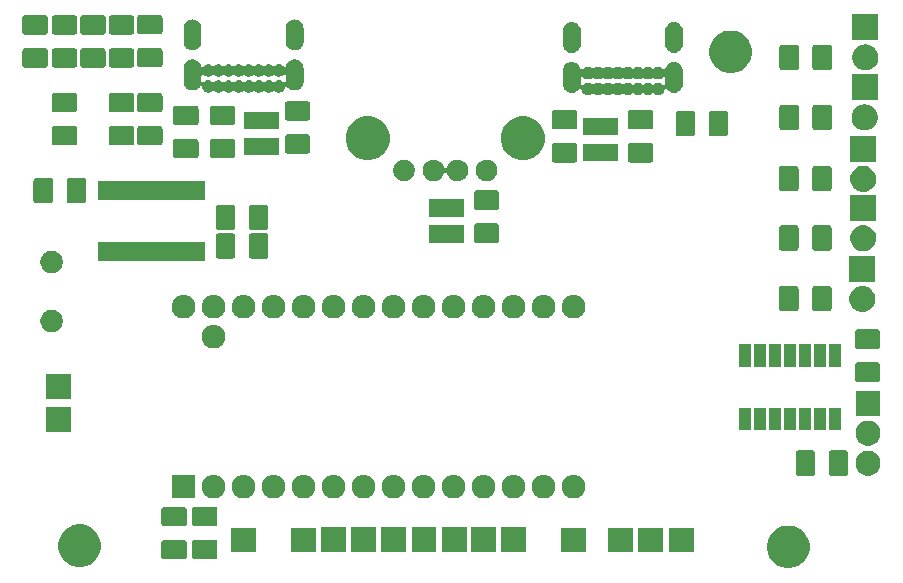
<source format=gts>
G04 #@! TF.GenerationSoftware,KiCad,Pcbnew,(5.1.6)-1*
G04 #@! TF.CreationDate,2021-03-14T20:25:08+01:00*
G04 #@! TF.ProjectId,ErgoDOX_small,4572676f-444f-4585-9f73-6d616c6c2e6b,rev?*
G04 #@! TF.SameCoordinates,Original*
G04 #@! TF.FileFunction,Soldermask,Top*
G04 #@! TF.FilePolarity,Negative*
%FSLAX46Y46*%
G04 Gerber Fmt 4.6, Leading zero omitted, Abs format (unit mm)*
G04 Created by KiCad (PCBNEW (5.1.6)-1) date 2021-03-14 20:25:08*
%MOMM*%
%LPD*%
G01*
G04 APERTURE LIST*
%ADD10C,0.150000*%
G04 APERTURE END LIST*
D10*
G36*
X125951173Y-73856495D02*
G01*
X126279334Y-73992424D01*
X126279336Y-73992425D01*
X126574673Y-74189763D01*
X126825837Y-74440927D01*
X126955288Y-74634664D01*
X127023176Y-74736266D01*
X127159105Y-75064427D01*
X127228400Y-75412799D01*
X127228400Y-75768001D01*
X127159105Y-76116373D01*
X127023694Y-76443284D01*
X127023175Y-76444536D01*
X126825837Y-76739873D01*
X126574673Y-76991037D01*
X126279336Y-77188375D01*
X126279335Y-77188376D01*
X126279334Y-77188376D01*
X125951173Y-77324305D01*
X125602801Y-77393600D01*
X125247599Y-77393600D01*
X124899227Y-77324305D01*
X124571066Y-77188376D01*
X124571065Y-77188376D01*
X124571064Y-77188375D01*
X124275727Y-76991037D01*
X124024563Y-76739873D01*
X123827225Y-76444536D01*
X123826706Y-76443284D01*
X123691295Y-76116373D01*
X123622000Y-75768001D01*
X123622000Y-75412799D01*
X123691295Y-75064427D01*
X123827224Y-74736266D01*
X123895112Y-74634664D01*
X124024563Y-74440927D01*
X124275727Y-74189763D01*
X124571064Y-73992425D01*
X124571066Y-73992424D01*
X124899227Y-73856495D01*
X125247599Y-73787200D01*
X125602801Y-73787200D01*
X125951173Y-73856495D01*
G37*
G36*
X65956373Y-73754895D02*
G01*
X66284534Y-73890824D01*
X66284536Y-73890825D01*
X66579873Y-74088163D01*
X66831037Y-74339327D01*
X67028375Y-74634664D01*
X67028376Y-74634666D01*
X67164305Y-74962827D01*
X67233600Y-75311199D01*
X67233600Y-75666401D01*
X67164305Y-76014773D01*
X67028376Y-76342934D01*
X67028375Y-76342936D01*
X66831037Y-76638273D01*
X66579873Y-76889437D01*
X66284536Y-77086775D01*
X66284535Y-77086776D01*
X66284534Y-77086776D01*
X65956373Y-77222705D01*
X65608001Y-77292000D01*
X65252799Y-77292000D01*
X64904427Y-77222705D01*
X64576266Y-77086776D01*
X64576265Y-77086776D01*
X64576264Y-77086775D01*
X64280927Y-76889437D01*
X64029763Y-76638273D01*
X63832425Y-76342936D01*
X63832424Y-76342934D01*
X63696495Y-76014773D01*
X63627200Y-75666401D01*
X63627200Y-75311199D01*
X63696495Y-74962827D01*
X63832424Y-74634666D01*
X63832425Y-74634664D01*
X64029763Y-74339327D01*
X64280927Y-74088163D01*
X64576264Y-73890825D01*
X64576266Y-73890824D01*
X64904427Y-73754895D01*
X65252799Y-73685600D01*
X65608001Y-73685600D01*
X65956373Y-73754895D01*
G37*
G36*
X74302078Y-74996906D02*
G01*
X74350045Y-75011457D01*
X74394244Y-75035082D01*
X74432990Y-75066879D01*
X74464787Y-75105625D01*
X74488412Y-75149824D01*
X74502963Y-75197791D01*
X74508480Y-75253809D01*
X74508480Y-76385369D01*
X74502963Y-76441387D01*
X74488412Y-76489354D01*
X74464787Y-76533553D01*
X74432990Y-76572299D01*
X74394244Y-76604096D01*
X74350045Y-76627721D01*
X74302078Y-76642272D01*
X74246060Y-76647789D01*
X72614500Y-76647789D01*
X72558482Y-76642272D01*
X72510515Y-76627721D01*
X72466316Y-76604096D01*
X72427570Y-76572299D01*
X72395773Y-76533553D01*
X72372148Y-76489354D01*
X72357597Y-76441387D01*
X72352080Y-76385369D01*
X72352080Y-75253809D01*
X72357597Y-75197791D01*
X72372148Y-75149824D01*
X72395773Y-75105625D01*
X72427570Y-75066879D01*
X72466316Y-75035082D01*
X72510515Y-75011457D01*
X72558482Y-74996906D01*
X72614500Y-74991389D01*
X74246060Y-74991389D01*
X74302078Y-74996906D01*
G37*
G36*
X76892878Y-74974506D02*
G01*
X76940845Y-74989057D01*
X76985044Y-75012682D01*
X77023790Y-75044479D01*
X77055587Y-75083225D01*
X77079212Y-75127424D01*
X77093763Y-75175391D01*
X77099280Y-75231409D01*
X77099280Y-76362969D01*
X77093763Y-76418987D01*
X77079212Y-76466954D01*
X77055587Y-76511153D01*
X77023790Y-76549899D01*
X76985044Y-76581696D01*
X76940845Y-76605321D01*
X76892878Y-76619872D01*
X76836860Y-76625389D01*
X75205300Y-76625389D01*
X75149282Y-76619872D01*
X75101315Y-76605321D01*
X75057116Y-76581696D01*
X75018370Y-76549899D01*
X74986573Y-76511153D01*
X74962948Y-76466954D01*
X74948397Y-76418987D01*
X74942880Y-76362969D01*
X74942880Y-75231409D01*
X74948397Y-75175391D01*
X74962948Y-75127424D01*
X74986573Y-75083225D01*
X75018370Y-75044479D01*
X75057116Y-75012682D01*
X75101315Y-74989057D01*
X75149282Y-74974506D01*
X75205300Y-74968989D01*
X76836860Y-74968989D01*
X76892878Y-74974506D01*
G37*
G36*
X85444700Y-76053200D02*
G01*
X83338300Y-76053200D01*
X83338300Y-73946800D01*
X85444700Y-73946800D01*
X85444700Y-76053200D01*
G37*
G36*
X80364700Y-76053200D02*
G01*
X78258300Y-76053200D01*
X78258300Y-73946800D01*
X80364700Y-73946800D01*
X80364700Y-76053200D01*
G37*
G36*
X117436000Y-76053200D02*
G01*
X115329600Y-76053200D01*
X115329600Y-73946800D01*
X117436000Y-73946800D01*
X117436000Y-76053200D01*
G37*
G36*
X112254400Y-76053200D02*
G01*
X110148000Y-76053200D01*
X110148000Y-73946800D01*
X112254400Y-73946800D01*
X112254400Y-76053200D01*
G37*
G36*
X108292000Y-76053200D02*
G01*
X106185600Y-76053200D01*
X106185600Y-73946800D01*
X108292000Y-73946800D01*
X108292000Y-76053200D01*
G37*
G36*
X114845200Y-76053200D02*
G01*
X112738800Y-76053200D01*
X112738800Y-73946800D01*
X114845200Y-73946800D01*
X114845200Y-76053200D01*
G37*
G36*
X100684700Y-76046700D02*
G01*
X98578300Y-76046700D01*
X98578300Y-73940300D01*
X100684700Y-73940300D01*
X100684700Y-76046700D01*
G37*
G36*
X90524700Y-76046700D02*
G01*
X88418300Y-76046700D01*
X88418300Y-73940300D01*
X90524700Y-73940300D01*
X90524700Y-76046700D01*
G37*
G36*
X103224700Y-76046700D02*
G01*
X101118300Y-76046700D01*
X101118300Y-73940300D01*
X103224700Y-73940300D01*
X103224700Y-76046700D01*
G37*
G36*
X93064700Y-76046700D02*
G01*
X90958300Y-76046700D01*
X90958300Y-73940300D01*
X93064700Y-73940300D01*
X93064700Y-76046700D01*
G37*
G36*
X95642800Y-76046700D02*
G01*
X93536400Y-76046700D01*
X93536400Y-73940300D01*
X95642800Y-73940300D01*
X95642800Y-76046700D01*
G37*
G36*
X98208200Y-76046700D02*
G01*
X96101800Y-76046700D01*
X96101800Y-73940300D01*
X98208200Y-73940300D01*
X98208200Y-76046700D01*
G37*
G36*
X87984700Y-76046700D02*
G01*
X85878300Y-76046700D01*
X85878300Y-73940300D01*
X87984700Y-73940300D01*
X87984700Y-76046700D01*
G37*
G36*
X74302078Y-72196906D02*
G01*
X74350045Y-72211457D01*
X74394244Y-72235082D01*
X74432990Y-72266879D01*
X74464787Y-72305625D01*
X74488412Y-72349824D01*
X74502963Y-72397791D01*
X74508480Y-72453809D01*
X74508480Y-73585369D01*
X74502963Y-73641387D01*
X74488412Y-73689354D01*
X74464787Y-73733553D01*
X74432990Y-73772299D01*
X74394244Y-73804096D01*
X74350045Y-73827721D01*
X74302078Y-73842272D01*
X74246060Y-73847789D01*
X72614500Y-73847789D01*
X72558482Y-73842272D01*
X72510515Y-73827721D01*
X72466316Y-73804096D01*
X72427570Y-73772299D01*
X72395773Y-73733553D01*
X72372148Y-73689354D01*
X72357597Y-73641387D01*
X72352080Y-73585369D01*
X72352080Y-72453809D01*
X72357597Y-72397791D01*
X72372148Y-72349824D01*
X72395773Y-72305625D01*
X72427570Y-72266879D01*
X72466316Y-72235082D01*
X72510515Y-72211457D01*
X72558482Y-72196906D01*
X72614500Y-72191389D01*
X74246060Y-72191389D01*
X74302078Y-72196906D01*
G37*
G36*
X76892878Y-72174506D02*
G01*
X76940845Y-72189057D01*
X76985044Y-72212682D01*
X77023790Y-72244479D01*
X77055587Y-72283225D01*
X77079212Y-72327424D01*
X77093763Y-72375391D01*
X77099280Y-72431409D01*
X77099280Y-73562969D01*
X77093763Y-73618987D01*
X77079212Y-73666954D01*
X77055587Y-73711153D01*
X77023790Y-73749899D01*
X76985044Y-73781696D01*
X76940845Y-73805321D01*
X76892878Y-73819872D01*
X76836860Y-73825389D01*
X75205300Y-73825389D01*
X75149282Y-73819872D01*
X75101315Y-73805321D01*
X75057116Y-73781696D01*
X75018370Y-73749899D01*
X74986573Y-73711153D01*
X74962948Y-73666954D01*
X74948397Y-73618987D01*
X74942880Y-73562969D01*
X74942880Y-72431409D01*
X74948397Y-72375391D01*
X74962948Y-72327424D01*
X74986573Y-72283225D01*
X75018370Y-72244479D01*
X75057116Y-72212682D01*
X75101315Y-72189057D01*
X75149282Y-72174506D01*
X75205300Y-72168989D01*
X76836860Y-72168989D01*
X76892878Y-72174506D01*
G37*
G36*
X102330686Y-69493810D02*
G01*
X102464123Y-69520352D01*
X102539746Y-69551676D01*
X102646692Y-69595975D01*
X102646693Y-69595976D01*
X102811003Y-69705764D01*
X102950736Y-69845497D01*
X102950737Y-69845499D01*
X103060525Y-70009808D01*
X103136148Y-70192378D01*
X103174700Y-70386192D01*
X103174700Y-70583808D01*
X103136148Y-70777622D01*
X103060525Y-70960192D01*
X103060524Y-70960193D01*
X102950736Y-71124503D01*
X102811003Y-71264236D01*
X102728290Y-71319503D01*
X102646692Y-71374025D01*
X102539746Y-71418324D01*
X102464123Y-71449648D01*
X102367215Y-71468924D01*
X102270308Y-71488200D01*
X102072692Y-71488200D01*
X101975785Y-71468924D01*
X101878877Y-71449648D01*
X101803254Y-71418324D01*
X101696308Y-71374025D01*
X101614710Y-71319503D01*
X101531997Y-71264236D01*
X101392264Y-71124503D01*
X101282476Y-70960193D01*
X101282475Y-70960192D01*
X101206852Y-70777622D01*
X101168300Y-70583808D01*
X101168300Y-70386192D01*
X101206852Y-70192378D01*
X101282475Y-70009808D01*
X101392263Y-69845499D01*
X101392264Y-69845497D01*
X101531997Y-69705764D01*
X101696307Y-69595976D01*
X101696308Y-69595975D01*
X101803254Y-69551676D01*
X101878877Y-69520352D01*
X102012314Y-69493810D01*
X102072692Y-69481800D01*
X102270308Y-69481800D01*
X102330686Y-69493810D01*
G37*
G36*
X107410686Y-69493810D02*
G01*
X107544123Y-69520352D01*
X107619746Y-69551676D01*
X107726692Y-69595975D01*
X107726693Y-69595976D01*
X107891003Y-69705764D01*
X108030736Y-69845497D01*
X108030737Y-69845499D01*
X108140525Y-70009808D01*
X108216148Y-70192378D01*
X108254700Y-70386192D01*
X108254700Y-70583808D01*
X108216148Y-70777622D01*
X108140525Y-70960192D01*
X108140524Y-70960193D01*
X108030736Y-71124503D01*
X107891003Y-71264236D01*
X107808290Y-71319503D01*
X107726692Y-71374025D01*
X107619746Y-71418324D01*
X107544123Y-71449648D01*
X107447215Y-71468924D01*
X107350308Y-71488200D01*
X107152692Y-71488200D01*
X107055785Y-71468924D01*
X106958877Y-71449648D01*
X106883254Y-71418324D01*
X106776308Y-71374025D01*
X106694710Y-71319503D01*
X106611997Y-71264236D01*
X106472264Y-71124503D01*
X106362476Y-70960193D01*
X106362475Y-70960192D01*
X106286852Y-70777622D01*
X106248300Y-70583808D01*
X106248300Y-70386192D01*
X106286852Y-70192378D01*
X106362475Y-70009808D01*
X106472263Y-69845499D01*
X106472264Y-69845497D01*
X106611997Y-69705764D01*
X106776307Y-69595976D01*
X106776308Y-69595975D01*
X106883254Y-69551676D01*
X106958877Y-69520352D01*
X107092314Y-69493810D01*
X107152692Y-69481800D01*
X107350308Y-69481800D01*
X107410686Y-69493810D01*
G37*
G36*
X104870686Y-69493810D02*
G01*
X105004123Y-69520352D01*
X105079746Y-69551676D01*
X105186692Y-69595975D01*
X105186693Y-69595976D01*
X105351003Y-69705764D01*
X105490736Y-69845497D01*
X105490737Y-69845499D01*
X105600525Y-70009808D01*
X105676148Y-70192378D01*
X105714700Y-70386192D01*
X105714700Y-70583808D01*
X105676148Y-70777622D01*
X105600525Y-70960192D01*
X105600524Y-70960193D01*
X105490736Y-71124503D01*
X105351003Y-71264236D01*
X105268290Y-71319503D01*
X105186692Y-71374025D01*
X105079746Y-71418324D01*
X105004123Y-71449648D01*
X104907215Y-71468924D01*
X104810308Y-71488200D01*
X104612692Y-71488200D01*
X104515785Y-71468924D01*
X104418877Y-71449648D01*
X104343254Y-71418324D01*
X104236308Y-71374025D01*
X104154710Y-71319503D01*
X104071997Y-71264236D01*
X103932264Y-71124503D01*
X103822476Y-70960193D01*
X103822475Y-70960192D01*
X103746852Y-70777622D01*
X103708300Y-70583808D01*
X103708300Y-70386192D01*
X103746852Y-70192378D01*
X103822475Y-70009808D01*
X103932263Y-69845499D01*
X103932264Y-69845497D01*
X104071997Y-69705764D01*
X104236307Y-69595976D01*
X104236308Y-69595975D01*
X104343254Y-69551676D01*
X104418877Y-69520352D01*
X104552314Y-69493810D01*
X104612692Y-69481800D01*
X104810308Y-69481800D01*
X104870686Y-69493810D01*
G37*
G36*
X99790686Y-69493810D02*
G01*
X99924123Y-69520352D01*
X99999746Y-69551676D01*
X100106692Y-69595975D01*
X100106693Y-69595976D01*
X100271003Y-69705764D01*
X100410736Y-69845497D01*
X100410737Y-69845499D01*
X100520525Y-70009808D01*
X100596148Y-70192378D01*
X100634700Y-70386192D01*
X100634700Y-70583808D01*
X100596148Y-70777622D01*
X100520525Y-70960192D01*
X100520524Y-70960193D01*
X100410736Y-71124503D01*
X100271003Y-71264236D01*
X100188290Y-71319503D01*
X100106692Y-71374025D01*
X99999746Y-71418324D01*
X99924123Y-71449648D01*
X99827215Y-71468924D01*
X99730308Y-71488200D01*
X99532692Y-71488200D01*
X99435785Y-71468924D01*
X99338877Y-71449648D01*
X99263254Y-71418324D01*
X99156308Y-71374025D01*
X99074710Y-71319503D01*
X98991997Y-71264236D01*
X98852264Y-71124503D01*
X98742476Y-70960193D01*
X98742475Y-70960192D01*
X98666852Y-70777622D01*
X98628300Y-70583808D01*
X98628300Y-70386192D01*
X98666852Y-70192378D01*
X98742475Y-70009808D01*
X98852263Y-69845499D01*
X98852264Y-69845497D01*
X98991997Y-69705764D01*
X99156307Y-69595976D01*
X99156308Y-69595975D01*
X99263254Y-69551676D01*
X99338877Y-69520352D01*
X99472314Y-69493810D01*
X99532692Y-69481800D01*
X99730308Y-69481800D01*
X99790686Y-69493810D01*
G37*
G36*
X97250686Y-69493810D02*
G01*
X97384123Y-69520352D01*
X97459746Y-69551676D01*
X97566692Y-69595975D01*
X97566693Y-69595976D01*
X97731003Y-69705764D01*
X97870736Y-69845497D01*
X97870737Y-69845499D01*
X97980525Y-70009808D01*
X98056148Y-70192378D01*
X98094700Y-70386192D01*
X98094700Y-70583808D01*
X98056148Y-70777622D01*
X97980525Y-70960192D01*
X97980524Y-70960193D01*
X97870736Y-71124503D01*
X97731003Y-71264236D01*
X97648290Y-71319503D01*
X97566692Y-71374025D01*
X97459746Y-71418324D01*
X97384123Y-71449648D01*
X97287215Y-71468924D01*
X97190308Y-71488200D01*
X96992692Y-71488200D01*
X96895785Y-71468924D01*
X96798877Y-71449648D01*
X96723254Y-71418324D01*
X96616308Y-71374025D01*
X96534710Y-71319503D01*
X96451997Y-71264236D01*
X96312264Y-71124503D01*
X96202476Y-70960193D01*
X96202475Y-70960192D01*
X96126852Y-70777622D01*
X96088300Y-70583808D01*
X96088300Y-70386192D01*
X96126852Y-70192378D01*
X96202475Y-70009808D01*
X96312263Y-69845499D01*
X96312264Y-69845497D01*
X96451997Y-69705764D01*
X96616307Y-69595976D01*
X96616308Y-69595975D01*
X96723254Y-69551676D01*
X96798877Y-69520352D01*
X96932314Y-69493810D01*
X96992692Y-69481800D01*
X97190308Y-69481800D01*
X97250686Y-69493810D01*
G37*
G36*
X92170686Y-69493810D02*
G01*
X92304123Y-69520352D01*
X92379746Y-69551676D01*
X92486692Y-69595975D01*
X92486693Y-69595976D01*
X92651003Y-69705764D01*
X92790736Y-69845497D01*
X92790737Y-69845499D01*
X92900525Y-70009808D01*
X92976148Y-70192378D01*
X93014700Y-70386192D01*
X93014700Y-70583808D01*
X92976148Y-70777622D01*
X92900525Y-70960192D01*
X92900524Y-70960193D01*
X92790736Y-71124503D01*
X92651003Y-71264236D01*
X92568290Y-71319503D01*
X92486692Y-71374025D01*
X92379746Y-71418324D01*
X92304123Y-71449648D01*
X92207215Y-71468924D01*
X92110308Y-71488200D01*
X91912692Y-71488200D01*
X91815785Y-71468924D01*
X91718877Y-71449648D01*
X91643254Y-71418324D01*
X91536308Y-71374025D01*
X91454710Y-71319503D01*
X91371997Y-71264236D01*
X91232264Y-71124503D01*
X91122476Y-70960193D01*
X91122475Y-70960192D01*
X91046852Y-70777622D01*
X91008300Y-70583808D01*
X91008300Y-70386192D01*
X91046852Y-70192378D01*
X91122475Y-70009808D01*
X91232263Y-69845499D01*
X91232264Y-69845497D01*
X91371997Y-69705764D01*
X91536307Y-69595976D01*
X91536308Y-69595975D01*
X91643254Y-69551676D01*
X91718877Y-69520352D01*
X91852314Y-69493810D01*
X91912692Y-69481800D01*
X92110308Y-69481800D01*
X92170686Y-69493810D01*
G37*
G36*
X89630686Y-69493810D02*
G01*
X89764123Y-69520352D01*
X89839746Y-69551676D01*
X89946692Y-69595975D01*
X89946693Y-69595976D01*
X90111003Y-69705764D01*
X90250736Y-69845497D01*
X90250737Y-69845499D01*
X90360525Y-70009808D01*
X90436148Y-70192378D01*
X90474700Y-70386192D01*
X90474700Y-70583808D01*
X90436148Y-70777622D01*
X90360525Y-70960192D01*
X90360524Y-70960193D01*
X90250736Y-71124503D01*
X90111003Y-71264236D01*
X90028290Y-71319503D01*
X89946692Y-71374025D01*
X89839746Y-71418324D01*
X89764123Y-71449648D01*
X89667215Y-71468924D01*
X89570308Y-71488200D01*
X89372692Y-71488200D01*
X89275785Y-71468924D01*
X89178877Y-71449648D01*
X89103254Y-71418324D01*
X88996308Y-71374025D01*
X88914710Y-71319503D01*
X88831997Y-71264236D01*
X88692264Y-71124503D01*
X88582476Y-70960193D01*
X88582475Y-70960192D01*
X88506852Y-70777622D01*
X88468300Y-70583808D01*
X88468300Y-70386192D01*
X88506852Y-70192378D01*
X88582475Y-70009808D01*
X88692263Y-69845499D01*
X88692264Y-69845497D01*
X88831997Y-69705764D01*
X88996307Y-69595976D01*
X88996308Y-69595975D01*
X89103254Y-69551676D01*
X89178877Y-69520352D01*
X89312314Y-69493810D01*
X89372692Y-69481800D01*
X89570308Y-69481800D01*
X89630686Y-69493810D01*
G37*
G36*
X84550686Y-69493810D02*
G01*
X84684123Y-69520352D01*
X84759746Y-69551676D01*
X84866692Y-69595975D01*
X84866693Y-69595976D01*
X85031003Y-69705764D01*
X85170736Y-69845497D01*
X85170737Y-69845499D01*
X85280525Y-70009808D01*
X85356148Y-70192378D01*
X85394700Y-70386192D01*
X85394700Y-70583808D01*
X85356148Y-70777622D01*
X85280525Y-70960192D01*
X85280524Y-70960193D01*
X85170736Y-71124503D01*
X85031003Y-71264236D01*
X84948290Y-71319503D01*
X84866692Y-71374025D01*
X84759746Y-71418324D01*
X84684123Y-71449648D01*
X84587215Y-71468924D01*
X84490308Y-71488200D01*
X84292692Y-71488200D01*
X84195785Y-71468924D01*
X84098877Y-71449648D01*
X84023254Y-71418324D01*
X83916308Y-71374025D01*
X83834710Y-71319503D01*
X83751997Y-71264236D01*
X83612264Y-71124503D01*
X83502476Y-70960193D01*
X83502475Y-70960192D01*
X83426852Y-70777622D01*
X83388300Y-70583808D01*
X83388300Y-70386192D01*
X83426852Y-70192378D01*
X83502475Y-70009808D01*
X83612263Y-69845499D01*
X83612264Y-69845497D01*
X83751997Y-69705764D01*
X83916307Y-69595976D01*
X83916308Y-69595975D01*
X84023254Y-69551676D01*
X84098877Y-69520352D01*
X84232314Y-69493810D01*
X84292692Y-69481800D01*
X84490308Y-69481800D01*
X84550686Y-69493810D01*
G37*
G36*
X82010686Y-69493810D02*
G01*
X82144123Y-69520352D01*
X82219746Y-69551676D01*
X82326692Y-69595975D01*
X82326693Y-69595976D01*
X82491003Y-69705764D01*
X82630736Y-69845497D01*
X82630737Y-69845499D01*
X82740525Y-70009808D01*
X82816148Y-70192378D01*
X82854700Y-70386192D01*
X82854700Y-70583808D01*
X82816148Y-70777622D01*
X82740525Y-70960192D01*
X82740524Y-70960193D01*
X82630736Y-71124503D01*
X82491003Y-71264236D01*
X82408290Y-71319503D01*
X82326692Y-71374025D01*
X82219746Y-71418324D01*
X82144123Y-71449648D01*
X82047215Y-71468924D01*
X81950308Y-71488200D01*
X81752692Y-71488200D01*
X81655785Y-71468924D01*
X81558877Y-71449648D01*
X81483254Y-71418324D01*
X81376308Y-71374025D01*
X81294710Y-71319503D01*
X81211997Y-71264236D01*
X81072264Y-71124503D01*
X80962476Y-70960193D01*
X80962475Y-70960192D01*
X80886852Y-70777622D01*
X80848300Y-70583808D01*
X80848300Y-70386192D01*
X80886852Y-70192378D01*
X80962475Y-70009808D01*
X81072263Y-69845499D01*
X81072264Y-69845497D01*
X81211997Y-69705764D01*
X81376307Y-69595976D01*
X81376308Y-69595975D01*
X81483254Y-69551676D01*
X81558877Y-69520352D01*
X81692314Y-69493810D01*
X81752692Y-69481800D01*
X81950308Y-69481800D01*
X82010686Y-69493810D01*
G37*
G36*
X75234700Y-71488200D02*
G01*
X73228300Y-71488200D01*
X73228300Y-69481800D01*
X75234700Y-69481800D01*
X75234700Y-71488200D01*
G37*
G36*
X76930686Y-69493810D02*
G01*
X77064123Y-69520352D01*
X77139746Y-69551676D01*
X77246692Y-69595975D01*
X77246693Y-69595976D01*
X77411003Y-69705764D01*
X77550736Y-69845497D01*
X77550737Y-69845499D01*
X77660525Y-70009808D01*
X77736148Y-70192378D01*
X77774700Y-70386192D01*
X77774700Y-70583808D01*
X77736148Y-70777622D01*
X77660525Y-70960192D01*
X77660524Y-70960193D01*
X77550736Y-71124503D01*
X77411003Y-71264236D01*
X77328290Y-71319503D01*
X77246692Y-71374025D01*
X77139746Y-71418324D01*
X77064123Y-71449648D01*
X76967215Y-71468924D01*
X76870308Y-71488200D01*
X76672692Y-71488200D01*
X76575785Y-71468924D01*
X76478877Y-71449648D01*
X76403254Y-71418324D01*
X76296308Y-71374025D01*
X76214710Y-71319503D01*
X76131997Y-71264236D01*
X75992264Y-71124503D01*
X75882476Y-70960193D01*
X75882475Y-70960192D01*
X75806852Y-70777622D01*
X75768300Y-70583808D01*
X75768300Y-70386192D01*
X75806852Y-70192378D01*
X75882475Y-70009808D01*
X75992263Y-69845499D01*
X75992264Y-69845497D01*
X76131997Y-69705764D01*
X76296307Y-69595976D01*
X76296308Y-69595975D01*
X76403254Y-69551676D01*
X76478877Y-69520352D01*
X76612314Y-69493810D01*
X76672692Y-69481800D01*
X76870308Y-69481800D01*
X76930686Y-69493810D01*
G37*
G36*
X79470686Y-69493810D02*
G01*
X79604123Y-69520352D01*
X79679746Y-69551676D01*
X79786692Y-69595975D01*
X79786693Y-69595976D01*
X79951003Y-69705764D01*
X80090736Y-69845497D01*
X80090737Y-69845499D01*
X80200525Y-70009808D01*
X80276148Y-70192378D01*
X80314700Y-70386192D01*
X80314700Y-70583808D01*
X80276148Y-70777622D01*
X80200525Y-70960192D01*
X80200524Y-70960193D01*
X80090736Y-71124503D01*
X79951003Y-71264236D01*
X79868290Y-71319503D01*
X79786692Y-71374025D01*
X79679746Y-71418324D01*
X79604123Y-71449648D01*
X79507215Y-71468924D01*
X79410308Y-71488200D01*
X79212692Y-71488200D01*
X79115785Y-71468924D01*
X79018877Y-71449648D01*
X78943254Y-71418324D01*
X78836308Y-71374025D01*
X78754710Y-71319503D01*
X78671997Y-71264236D01*
X78532264Y-71124503D01*
X78422476Y-70960193D01*
X78422475Y-70960192D01*
X78346852Y-70777622D01*
X78308300Y-70583808D01*
X78308300Y-70386192D01*
X78346852Y-70192378D01*
X78422475Y-70009808D01*
X78532263Y-69845499D01*
X78532264Y-69845497D01*
X78671997Y-69705764D01*
X78836307Y-69595976D01*
X78836308Y-69595975D01*
X78943254Y-69551676D01*
X79018877Y-69520352D01*
X79152314Y-69493810D01*
X79212692Y-69481800D01*
X79410308Y-69481800D01*
X79470686Y-69493810D01*
G37*
G36*
X94710686Y-69493810D02*
G01*
X94844123Y-69520352D01*
X94919746Y-69551676D01*
X95026692Y-69595975D01*
X95026693Y-69595976D01*
X95191003Y-69705764D01*
X95330736Y-69845497D01*
X95330737Y-69845499D01*
X95440525Y-70009808D01*
X95516148Y-70192378D01*
X95554700Y-70386192D01*
X95554700Y-70583808D01*
X95516148Y-70777622D01*
X95440525Y-70960192D01*
X95440524Y-70960193D01*
X95330736Y-71124503D01*
X95191003Y-71264236D01*
X95108290Y-71319503D01*
X95026692Y-71374025D01*
X94919746Y-71418324D01*
X94844123Y-71449648D01*
X94747215Y-71468924D01*
X94650308Y-71488200D01*
X94452692Y-71488200D01*
X94355785Y-71468924D01*
X94258877Y-71449648D01*
X94183254Y-71418324D01*
X94076308Y-71374025D01*
X93994710Y-71319503D01*
X93911997Y-71264236D01*
X93772264Y-71124503D01*
X93662476Y-70960193D01*
X93662475Y-70960192D01*
X93586852Y-70777622D01*
X93548300Y-70583808D01*
X93548300Y-70386192D01*
X93586852Y-70192378D01*
X93662475Y-70009808D01*
X93772263Y-69845499D01*
X93772264Y-69845497D01*
X93911997Y-69705764D01*
X94076307Y-69595976D01*
X94076308Y-69595975D01*
X94183254Y-69551676D01*
X94258877Y-69520352D01*
X94392314Y-69493810D01*
X94452692Y-69481800D01*
X94650308Y-69481800D01*
X94710686Y-69493810D01*
G37*
G36*
X87090686Y-69493810D02*
G01*
X87224123Y-69520352D01*
X87299746Y-69551676D01*
X87406692Y-69595975D01*
X87406693Y-69595976D01*
X87571003Y-69705764D01*
X87710736Y-69845497D01*
X87710737Y-69845499D01*
X87820525Y-70009808D01*
X87896148Y-70192378D01*
X87934700Y-70386192D01*
X87934700Y-70583808D01*
X87896148Y-70777622D01*
X87820525Y-70960192D01*
X87820524Y-70960193D01*
X87710736Y-71124503D01*
X87571003Y-71264236D01*
X87488290Y-71319503D01*
X87406692Y-71374025D01*
X87299746Y-71418324D01*
X87224123Y-71449648D01*
X87127215Y-71468924D01*
X87030308Y-71488200D01*
X86832692Y-71488200D01*
X86735785Y-71468924D01*
X86638877Y-71449648D01*
X86563254Y-71418324D01*
X86456308Y-71374025D01*
X86374710Y-71319503D01*
X86291997Y-71264236D01*
X86152264Y-71124503D01*
X86042476Y-70960193D01*
X86042475Y-70960192D01*
X85966852Y-70777622D01*
X85928300Y-70583808D01*
X85928300Y-70386192D01*
X85966852Y-70192378D01*
X86042475Y-70009808D01*
X86152263Y-69845499D01*
X86152264Y-69845497D01*
X86291997Y-69705764D01*
X86456307Y-69595976D01*
X86456308Y-69595975D01*
X86563254Y-69551676D01*
X86638877Y-69520352D01*
X86772314Y-69493810D01*
X86832692Y-69481800D01*
X87030308Y-69481800D01*
X87090686Y-69493810D01*
G37*
G36*
X130291798Y-67418417D02*
G01*
X130339765Y-67432968D01*
X130383964Y-67456593D01*
X130422710Y-67488390D01*
X130454507Y-67527136D01*
X130478132Y-67571335D01*
X130492683Y-67619302D01*
X130498200Y-67675320D01*
X130498200Y-69306880D01*
X130492683Y-69362898D01*
X130478132Y-69410865D01*
X130454507Y-69455064D01*
X130422710Y-69493810D01*
X130383964Y-69525607D01*
X130339765Y-69549232D01*
X130291798Y-69563783D01*
X130235780Y-69569300D01*
X129104220Y-69569300D01*
X129048202Y-69563783D01*
X129000235Y-69549232D01*
X128956036Y-69525607D01*
X128917290Y-69493810D01*
X128885493Y-69455064D01*
X128861868Y-69410865D01*
X128847317Y-69362898D01*
X128841800Y-69306880D01*
X128841800Y-67675320D01*
X128847317Y-67619302D01*
X128861868Y-67571335D01*
X128885493Y-67527136D01*
X128917290Y-67488390D01*
X128956036Y-67456593D01*
X129000235Y-67432968D01*
X129048202Y-67418417D01*
X129104220Y-67412900D01*
X130235780Y-67412900D01*
X130291798Y-67418417D01*
G37*
G36*
X127491798Y-67418417D02*
G01*
X127539765Y-67432968D01*
X127583964Y-67456593D01*
X127622710Y-67488390D01*
X127654507Y-67527136D01*
X127678132Y-67571335D01*
X127692683Y-67619302D01*
X127698200Y-67675320D01*
X127698200Y-69306880D01*
X127692683Y-69362898D01*
X127678132Y-69410865D01*
X127654507Y-69455064D01*
X127622710Y-69493810D01*
X127583964Y-69525607D01*
X127539765Y-69549232D01*
X127491798Y-69563783D01*
X127435780Y-69569300D01*
X126304220Y-69569300D01*
X126248202Y-69563783D01*
X126200235Y-69549232D01*
X126156036Y-69525607D01*
X126117290Y-69493810D01*
X126085493Y-69455064D01*
X126061868Y-69410865D01*
X126047317Y-69362898D01*
X126041800Y-69306880D01*
X126041800Y-67675320D01*
X126047317Y-67619302D01*
X126061868Y-67571335D01*
X126085493Y-67527136D01*
X126117290Y-67488390D01*
X126156036Y-67456593D01*
X126200235Y-67432968D01*
X126248202Y-67418417D01*
X126304220Y-67412900D01*
X127435780Y-67412900D01*
X127491798Y-67418417D01*
G37*
G36*
X132488807Y-67478373D02*
G01*
X132680476Y-67557765D01*
X132766140Y-67615004D01*
X132852976Y-67673026D01*
X132999674Y-67819724D01*
X132999675Y-67819726D01*
X133114935Y-67992224D01*
X133194327Y-68183893D01*
X133234800Y-68387368D01*
X133234800Y-68594832D01*
X133194327Y-68798307D01*
X133114935Y-68989976D01*
X133114934Y-68989977D01*
X132999674Y-69162476D01*
X132852976Y-69309174D01*
X132772572Y-69362898D01*
X132680476Y-69424435D01*
X132488807Y-69503827D01*
X132285332Y-69544300D01*
X132077868Y-69544300D01*
X131874393Y-69503827D01*
X131682724Y-69424435D01*
X131590628Y-69362898D01*
X131510224Y-69309174D01*
X131363526Y-69162476D01*
X131248266Y-68989977D01*
X131248265Y-68989976D01*
X131168873Y-68798307D01*
X131128400Y-68594832D01*
X131128400Y-68387368D01*
X131168873Y-68183893D01*
X131248265Y-67992224D01*
X131363525Y-67819726D01*
X131363526Y-67819724D01*
X131510224Y-67673026D01*
X131597060Y-67615004D01*
X131682724Y-67557765D01*
X131874393Y-67478373D01*
X132077868Y-67437900D01*
X132285332Y-67437900D01*
X132488807Y-67478373D01*
G37*
G36*
X132488807Y-64938373D02*
G01*
X132680476Y-65017765D01*
X132680477Y-65017766D01*
X132852976Y-65133026D01*
X132999674Y-65279724D01*
X132999675Y-65279726D01*
X133114935Y-65452224D01*
X133194327Y-65643893D01*
X133234800Y-65847368D01*
X133234800Y-66054832D01*
X133194327Y-66258307D01*
X133114935Y-66449976D01*
X133114934Y-66449977D01*
X132999674Y-66622476D01*
X132852976Y-66769174D01*
X132766140Y-66827196D01*
X132680476Y-66884435D01*
X132488807Y-66963827D01*
X132285332Y-67004300D01*
X132077868Y-67004300D01*
X131874393Y-66963827D01*
X131682724Y-66884435D01*
X131597060Y-66827196D01*
X131510224Y-66769174D01*
X131363526Y-66622476D01*
X131248266Y-66449977D01*
X131248265Y-66449976D01*
X131168873Y-66258307D01*
X131128400Y-66054832D01*
X131128400Y-65847368D01*
X131168873Y-65643893D01*
X131248265Y-65452224D01*
X131363525Y-65279726D01*
X131363526Y-65279724D01*
X131510224Y-65133026D01*
X131682723Y-65017766D01*
X131682724Y-65017765D01*
X131874393Y-64938373D01*
X132077868Y-64897900D01*
X132285332Y-64897900D01*
X132488807Y-64938373D01*
G37*
G36*
X64692900Y-65823200D02*
G01*
X62586500Y-65823200D01*
X62586500Y-63716800D01*
X64692900Y-63716800D01*
X64692900Y-65823200D01*
G37*
G36*
X129923314Y-65721655D02*
G01*
X128916914Y-65721655D01*
X128916914Y-63815255D01*
X129923314Y-63815255D01*
X129923314Y-65721655D01*
G37*
G36*
X127383314Y-65721655D02*
G01*
X126376914Y-65721655D01*
X126376914Y-63815255D01*
X127383314Y-63815255D01*
X127383314Y-65721655D01*
G37*
G36*
X126113314Y-65721655D02*
G01*
X125106914Y-65721655D01*
X125106914Y-63815255D01*
X126113314Y-63815255D01*
X126113314Y-65721655D01*
G37*
G36*
X124843314Y-65721655D02*
G01*
X123836914Y-65721655D01*
X123836914Y-63815255D01*
X124843314Y-63815255D01*
X124843314Y-65721655D01*
G37*
G36*
X123573314Y-65721655D02*
G01*
X122566914Y-65721655D01*
X122566914Y-63815255D01*
X123573314Y-63815255D01*
X123573314Y-65721655D01*
G37*
G36*
X128653314Y-65721655D02*
G01*
X127646914Y-65721655D01*
X127646914Y-63815255D01*
X128653314Y-63815255D01*
X128653314Y-65721655D01*
G37*
G36*
X122303314Y-65721655D02*
G01*
X121296914Y-65721655D01*
X121296914Y-63815255D01*
X122303314Y-63815255D01*
X122303314Y-65721655D01*
G37*
G36*
X133234800Y-64464300D02*
G01*
X131128400Y-64464300D01*
X131128400Y-62357900D01*
X133234800Y-62357900D01*
X133234800Y-64464300D01*
G37*
G36*
X64692900Y-63029200D02*
G01*
X62586500Y-63029200D01*
X62586500Y-60922800D01*
X64692900Y-60922800D01*
X64692900Y-63029200D01*
G37*
G36*
X133002598Y-59975217D02*
G01*
X133050565Y-59989768D01*
X133094764Y-60013393D01*
X133133510Y-60045190D01*
X133165307Y-60083936D01*
X133188932Y-60128135D01*
X133203483Y-60176102D01*
X133209000Y-60232120D01*
X133209000Y-61363680D01*
X133203483Y-61419698D01*
X133188932Y-61467665D01*
X133165307Y-61511864D01*
X133133510Y-61550610D01*
X133094764Y-61582407D01*
X133050565Y-61606032D01*
X133002598Y-61620583D01*
X132946580Y-61626100D01*
X131315020Y-61626100D01*
X131259002Y-61620583D01*
X131211035Y-61606032D01*
X131166836Y-61582407D01*
X131128090Y-61550610D01*
X131096293Y-61511864D01*
X131072668Y-61467665D01*
X131058117Y-61419698D01*
X131052600Y-61363680D01*
X131052600Y-60232120D01*
X131058117Y-60176102D01*
X131072668Y-60128135D01*
X131096293Y-60083936D01*
X131128090Y-60045190D01*
X131166836Y-60013393D01*
X131211035Y-59989768D01*
X131259002Y-59975217D01*
X131315020Y-59969700D01*
X132946580Y-59969700D01*
X133002598Y-59975217D01*
G37*
G36*
X128653314Y-60321655D02*
G01*
X127646914Y-60321655D01*
X127646914Y-58415255D01*
X128653314Y-58415255D01*
X128653314Y-60321655D01*
G37*
G36*
X122303314Y-60321655D02*
G01*
X121296914Y-60321655D01*
X121296914Y-58415255D01*
X122303314Y-58415255D01*
X122303314Y-60321655D01*
G37*
G36*
X123573314Y-60321655D02*
G01*
X122566914Y-60321655D01*
X122566914Y-58415255D01*
X123573314Y-58415255D01*
X123573314Y-60321655D01*
G37*
G36*
X124843314Y-60321655D02*
G01*
X123836914Y-60321655D01*
X123836914Y-58415255D01*
X124843314Y-58415255D01*
X124843314Y-60321655D01*
G37*
G36*
X126113314Y-60321655D02*
G01*
X125106914Y-60321655D01*
X125106914Y-58415255D01*
X126113314Y-58415255D01*
X126113314Y-60321655D01*
G37*
G36*
X127383314Y-60321655D02*
G01*
X126376914Y-60321655D01*
X126376914Y-58415255D01*
X127383314Y-58415255D01*
X127383314Y-60321655D01*
G37*
G36*
X129923314Y-60321655D02*
G01*
X128916914Y-60321655D01*
X128916914Y-58415255D01*
X129923314Y-58415255D01*
X129923314Y-60321655D01*
G37*
G36*
X133002598Y-57175217D02*
G01*
X133050565Y-57189768D01*
X133094764Y-57213393D01*
X133133510Y-57245190D01*
X133165307Y-57283936D01*
X133188932Y-57328135D01*
X133203483Y-57376102D01*
X133209000Y-57432120D01*
X133209000Y-58563680D01*
X133203483Y-58619698D01*
X133188932Y-58667665D01*
X133165307Y-58711864D01*
X133133510Y-58750610D01*
X133094764Y-58782407D01*
X133050565Y-58806032D01*
X133002598Y-58820583D01*
X132946580Y-58826100D01*
X131315020Y-58826100D01*
X131259002Y-58820583D01*
X131211035Y-58806032D01*
X131166836Y-58782407D01*
X131128090Y-58750610D01*
X131096293Y-58711864D01*
X131072668Y-58667665D01*
X131058117Y-58619698D01*
X131052600Y-58563680D01*
X131052600Y-57432120D01*
X131058117Y-57376102D01*
X131072668Y-57328135D01*
X131096293Y-57283936D01*
X131128090Y-57245190D01*
X131166836Y-57213393D01*
X131211035Y-57189768D01*
X131259002Y-57175217D01*
X131315020Y-57169700D01*
X132946580Y-57169700D01*
X133002598Y-57175217D01*
G37*
G36*
X76967215Y-56801076D02*
G01*
X77064123Y-56820352D01*
X77139746Y-56851676D01*
X77246692Y-56895975D01*
X77246693Y-56895976D01*
X77411003Y-57005764D01*
X77550736Y-57145497D01*
X77550737Y-57145499D01*
X77660525Y-57309808D01*
X77687199Y-57374205D01*
X77712941Y-57436350D01*
X77736148Y-57492378D01*
X77774700Y-57686192D01*
X77774700Y-57883808D01*
X77736148Y-58077622D01*
X77660525Y-58260192D01*
X77660524Y-58260193D01*
X77550736Y-58424503D01*
X77411003Y-58564236D01*
X77328290Y-58619503D01*
X77246692Y-58674025D01*
X77139746Y-58718324D01*
X77064123Y-58749648D01*
X76967215Y-58768924D01*
X76870308Y-58788200D01*
X76672692Y-58788200D01*
X76575785Y-58768924D01*
X76478877Y-58749648D01*
X76403254Y-58718324D01*
X76296308Y-58674025D01*
X76214710Y-58619503D01*
X76131997Y-58564236D01*
X75992264Y-58424503D01*
X75882476Y-58260193D01*
X75882475Y-58260192D01*
X75806852Y-58077622D01*
X75768300Y-57883808D01*
X75768300Y-57686192D01*
X75806852Y-57492378D01*
X75830060Y-57436350D01*
X75855801Y-57374205D01*
X75882475Y-57309808D01*
X75992263Y-57145499D01*
X75992264Y-57145497D01*
X76131997Y-57005764D01*
X76296307Y-56895976D01*
X76296308Y-56895975D01*
X76403254Y-56851676D01*
X76478877Y-56820352D01*
X76575785Y-56801076D01*
X76672692Y-56781800D01*
X76870308Y-56781800D01*
X76967215Y-56801076D01*
G37*
G36*
X63333538Y-55534931D02*
G01*
X63507009Y-55606784D01*
X63600596Y-55669318D01*
X63663130Y-55711101D01*
X63795899Y-55843870D01*
X63823049Y-55884503D01*
X63900216Y-55999991D01*
X63972069Y-56173462D01*
X64008700Y-56357617D01*
X64008700Y-56545383D01*
X63972069Y-56729538D01*
X63900216Y-56903009D01*
X63837682Y-56996596D01*
X63795899Y-57059130D01*
X63663130Y-57191899D01*
X63612796Y-57225531D01*
X63507009Y-57296216D01*
X63333538Y-57368069D01*
X63149383Y-57404700D01*
X62961617Y-57404700D01*
X62777462Y-57368069D01*
X62603991Y-57296216D01*
X62498204Y-57225531D01*
X62447870Y-57191899D01*
X62315101Y-57059130D01*
X62273318Y-56996596D01*
X62210784Y-56903009D01*
X62138931Y-56729538D01*
X62102300Y-56545383D01*
X62102300Y-56357617D01*
X62138931Y-56173462D01*
X62210784Y-55999991D01*
X62287951Y-55884503D01*
X62315101Y-55843870D01*
X62447870Y-55711101D01*
X62510404Y-55669318D01*
X62603991Y-55606784D01*
X62777462Y-55534931D01*
X62961617Y-55498300D01*
X63149383Y-55498300D01*
X63333538Y-55534931D01*
G37*
G36*
X107447215Y-54261076D02*
G01*
X107544123Y-54280352D01*
X107619746Y-54311676D01*
X107726692Y-54355975D01*
X107726693Y-54355976D01*
X107891003Y-54465764D01*
X108030736Y-54605497D01*
X108030737Y-54605499D01*
X108140525Y-54769808D01*
X108184824Y-54876754D01*
X108216148Y-54952377D01*
X108254700Y-55146193D01*
X108254700Y-55343807D01*
X108216148Y-55537623D01*
X108190524Y-55599483D01*
X108140525Y-55720192D01*
X108140524Y-55720193D01*
X108030736Y-55884503D01*
X107891003Y-56024236D01*
X107808290Y-56079503D01*
X107726692Y-56134025D01*
X107631483Y-56173462D01*
X107544123Y-56209648D01*
X107447215Y-56228924D01*
X107350308Y-56248200D01*
X107152692Y-56248200D01*
X107055785Y-56228924D01*
X106958877Y-56209648D01*
X106871517Y-56173462D01*
X106776308Y-56134025D01*
X106694710Y-56079503D01*
X106611997Y-56024236D01*
X106472264Y-55884503D01*
X106362476Y-55720193D01*
X106362475Y-55720192D01*
X106312476Y-55599483D01*
X106286852Y-55537623D01*
X106248300Y-55343807D01*
X106248300Y-55146193D01*
X106286852Y-54952377D01*
X106318176Y-54876754D01*
X106362475Y-54769808D01*
X106472263Y-54605499D01*
X106472264Y-54605497D01*
X106611997Y-54465764D01*
X106776307Y-54355976D01*
X106776308Y-54355975D01*
X106883254Y-54311676D01*
X106958877Y-54280352D01*
X107055785Y-54261076D01*
X107152692Y-54241800D01*
X107350308Y-54241800D01*
X107447215Y-54261076D01*
G37*
G36*
X104907215Y-54261076D02*
G01*
X105004123Y-54280352D01*
X105079746Y-54311676D01*
X105186692Y-54355975D01*
X105186693Y-54355976D01*
X105351003Y-54465764D01*
X105490736Y-54605497D01*
X105490737Y-54605499D01*
X105600525Y-54769808D01*
X105644824Y-54876754D01*
X105676148Y-54952377D01*
X105714700Y-55146193D01*
X105714700Y-55343807D01*
X105676148Y-55537623D01*
X105650524Y-55599483D01*
X105600525Y-55720192D01*
X105600524Y-55720193D01*
X105490736Y-55884503D01*
X105351003Y-56024236D01*
X105268290Y-56079503D01*
X105186692Y-56134025D01*
X105091483Y-56173462D01*
X105004123Y-56209648D01*
X104907215Y-56228924D01*
X104810308Y-56248200D01*
X104612692Y-56248200D01*
X104515785Y-56228924D01*
X104418877Y-56209648D01*
X104331517Y-56173462D01*
X104236308Y-56134025D01*
X104154710Y-56079503D01*
X104071997Y-56024236D01*
X103932264Y-55884503D01*
X103822476Y-55720193D01*
X103822475Y-55720192D01*
X103772476Y-55599483D01*
X103746852Y-55537623D01*
X103708300Y-55343807D01*
X103708300Y-55146193D01*
X103746852Y-54952377D01*
X103778176Y-54876754D01*
X103822475Y-54769808D01*
X103932263Y-54605499D01*
X103932264Y-54605497D01*
X104071997Y-54465764D01*
X104236307Y-54355976D01*
X104236308Y-54355975D01*
X104343254Y-54311676D01*
X104418877Y-54280352D01*
X104515785Y-54261076D01*
X104612692Y-54241800D01*
X104810308Y-54241800D01*
X104907215Y-54261076D01*
G37*
G36*
X99827215Y-54261076D02*
G01*
X99924123Y-54280352D01*
X99999746Y-54311676D01*
X100106692Y-54355975D01*
X100106693Y-54355976D01*
X100271003Y-54465764D01*
X100410736Y-54605497D01*
X100410737Y-54605499D01*
X100520525Y-54769808D01*
X100564824Y-54876754D01*
X100596148Y-54952377D01*
X100634700Y-55146193D01*
X100634700Y-55343807D01*
X100596148Y-55537623D01*
X100570524Y-55599483D01*
X100520525Y-55720192D01*
X100520524Y-55720193D01*
X100410736Y-55884503D01*
X100271003Y-56024236D01*
X100188290Y-56079503D01*
X100106692Y-56134025D01*
X100011483Y-56173462D01*
X99924123Y-56209648D01*
X99827215Y-56228924D01*
X99730308Y-56248200D01*
X99532692Y-56248200D01*
X99435785Y-56228924D01*
X99338877Y-56209648D01*
X99251517Y-56173462D01*
X99156308Y-56134025D01*
X99074710Y-56079503D01*
X98991997Y-56024236D01*
X98852264Y-55884503D01*
X98742476Y-55720193D01*
X98742475Y-55720192D01*
X98692476Y-55599483D01*
X98666852Y-55537623D01*
X98628300Y-55343807D01*
X98628300Y-55146193D01*
X98666852Y-54952377D01*
X98698176Y-54876754D01*
X98742475Y-54769808D01*
X98852263Y-54605499D01*
X98852264Y-54605497D01*
X98991997Y-54465764D01*
X99156307Y-54355976D01*
X99156308Y-54355975D01*
X99263254Y-54311676D01*
X99338877Y-54280352D01*
X99435785Y-54261076D01*
X99532692Y-54241800D01*
X99730308Y-54241800D01*
X99827215Y-54261076D01*
G37*
G36*
X97287215Y-54261076D02*
G01*
X97384123Y-54280352D01*
X97459746Y-54311676D01*
X97566692Y-54355975D01*
X97566693Y-54355976D01*
X97731003Y-54465764D01*
X97870736Y-54605497D01*
X97870737Y-54605499D01*
X97980525Y-54769808D01*
X98024824Y-54876754D01*
X98056148Y-54952377D01*
X98094700Y-55146193D01*
X98094700Y-55343807D01*
X98056148Y-55537623D01*
X98030524Y-55599483D01*
X97980525Y-55720192D01*
X97980524Y-55720193D01*
X97870736Y-55884503D01*
X97731003Y-56024236D01*
X97648290Y-56079503D01*
X97566692Y-56134025D01*
X97471483Y-56173462D01*
X97384123Y-56209648D01*
X97287215Y-56228924D01*
X97190308Y-56248200D01*
X96992692Y-56248200D01*
X96895785Y-56228924D01*
X96798877Y-56209648D01*
X96711517Y-56173462D01*
X96616308Y-56134025D01*
X96534710Y-56079503D01*
X96451997Y-56024236D01*
X96312264Y-55884503D01*
X96202476Y-55720193D01*
X96202475Y-55720192D01*
X96152476Y-55599483D01*
X96126852Y-55537623D01*
X96088300Y-55343807D01*
X96088300Y-55146193D01*
X96126852Y-54952377D01*
X96158176Y-54876754D01*
X96202475Y-54769808D01*
X96312263Y-54605499D01*
X96312264Y-54605497D01*
X96451997Y-54465764D01*
X96616307Y-54355976D01*
X96616308Y-54355975D01*
X96723254Y-54311676D01*
X96798877Y-54280352D01*
X96895785Y-54261076D01*
X96992692Y-54241800D01*
X97190308Y-54241800D01*
X97287215Y-54261076D01*
G37*
G36*
X94747215Y-54261076D02*
G01*
X94844123Y-54280352D01*
X94919746Y-54311676D01*
X95026692Y-54355975D01*
X95026693Y-54355976D01*
X95191003Y-54465764D01*
X95330736Y-54605497D01*
X95330737Y-54605499D01*
X95440525Y-54769808D01*
X95484824Y-54876754D01*
X95516148Y-54952377D01*
X95554700Y-55146193D01*
X95554700Y-55343807D01*
X95516148Y-55537623D01*
X95490524Y-55599483D01*
X95440525Y-55720192D01*
X95440524Y-55720193D01*
X95330736Y-55884503D01*
X95191003Y-56024236D01*
X95108290Y-56079503D01*
X95026692Y-56134025D01*
X94931483Y-56173462D01*
X94844123Y-56209648D01*
X94747215Y-56228924D01*
X94650308Y-56248200D01*
X94452692Y-56248200D01*
X94355785Y-56228924D01*
X94258877Y-56209648D01*
X94171517Y-56173462D01*
X94076308Y-56134025D01*
X93994710Y-56079503D01*
X93911997Y-56024236D01*
X93772264Y-55884503D01*
X93662476Y-55720193D01*
X93662475Y-55720192D01*
X93612476Y-55599483D01*
X93586852Y-55537623D01*
X93548300Y-55343807D01*
X93548300Y-55146193D01*
X93586852Y-54952377D01*
X93618176Y-54876754D01*
X93662475Y-54769808D01*
X93772263Y-54605499D01*
X93772264Y-54605497D01*
X93911997Y-54465764D01*
X94076307Y-54355976D01*
X94076308Y-54355975D01*
X94183254Y-54311676D01*
X94258877Y-54280352D01*
X94355785Y-54261076D01*
X94452692Y-54241800D01*
X94650308Y-54241800D01*
X94747215Y-54261076D01*
G37*
G36*
X92207215Y-54261076D02*
G01*
X92304123Y-54280352D01*
X92379746Y-54311676D01*
X92486692Y-54355975D01*
X92486693Y-54355976D01*
X92651003Y-54465764D01*
X92790736Y-54605497D01*
X92790737Y-54605499D01*
X92900525Y-54769808D01*
X92944824Y-54876754D01*
X92976148Y-54952377D01*
X93014700Y-55146193D01*
X93014700Y-55343807D01*
X92976148Y-55537623D01*
X92950524Y-55599483D01*
X92900525Y-55720192D01*
X92900524Y-55720193D01*
X92790736Y-55884503D01*
X92651003Y-56024236D01*
X92568290Y-56079503D01*
X92486692Y-56134025D01*
X92391483Y-56173462D01*
X92304123Y-56209648D01*
X92207215Y-56228924D01*
X92110308Y-56248200D01*
X91912692Y-56248200D01*
X91815785Y-56228924D01*
X91718877Y-56209648D01*
X91631517Y-56173462D01*
X91536308Y-56134025D01*
X91454710Y-56079503D01*
X91371997Y-56024236D01*
X91232264Y-55884503D01*
X91122476Y-55720193D01*
X91122475Y-55720192D01*
X91072476Y-55599483D01*
X91046852Y-55537623D01*
X91008300Y-55343807D01*
X91008300Y-55146193D01*
X91046852Y-54952377D01*
X91078176Y-54876754D01*
X91122475Y-54769808D01*
X91232263Y-54605499D01*
X91232264Y-54605497D01*
X91371997Y-54465764D01*
X91536307Y-54355976D01*
X91536308Y-54355975D01*
X91643254Y-54311676D01*
X91718877Y-54280352D01*
X91815785Y-54261076D01*
X91912692Y-54241800D01*
X92110308Y-54241800D01*
X92207215Y-54261076D01*
G37*
G36*
X89667215Y-54261076D02*
G01*
X89764123Y-54280352D01*
X89839746Y-54311676D01*
X89946692Y-54355975D01*
X89946693Y-54355976D01*
X90111003Y-54465764D01*
X90250736Y-54605497D01*
X90250737Y-54605499D01*
X90360525Y-54769808D01*
X90404824Y-54876754D01*
X90436148Y-54952377D01*
X90474700Y-55146193D01*
X90474700Y-55343807D01*
X90436148Y-55537623D01*
X90410524Y-55599483D01*
X90360525Y-55720192D01*
X90360524Y-55720193D01*
X90250736Y-55884503D01*
X90111003Y-56024236D01*
X90028290Y-56079503D01*
X89946692Y-56134025D01*
X89851483Y-56173462D01*
X89764123Y-56209648D01*
X89667215Y-56228924D01*
X89570308Y-56248200D01*
X89372692Y-56248200D01*
X89275785Y-56228924D01*
X89178877Y-56209648D01*
X89091517Y-56173462D01*
X88996308Y-56134025D01*
X88914710Y-56079503D01*
X88831997Y-56024236D01*
X88692264Y-55884503D01*
X88582476Y-55720193D01*
X88582475Y-55720192D01*
X88532476Y-55599483D01*
X88506852Y-55537623D01*
X88468300Y-55343807D01*
X88468300Y-55146193D01*
X88506852Y-54952377D01*
X88538176Y-54876754D01*
X88582475Y-54769808D01*
X88692263Y-54605499D01*
X88692264Y-54605497D01*
X88831997Y-54465764D01*
X88996307Y-54355976D01*
X88996308Y-54355975D01*
X89103254Y-54311676D01*
X89178877Y-54280352D01*
X89275785Y-54261076D01*
X89372692Y-54241800D01*
X89570308Y-54241800D01*
X89667215Y-54261076D01*
G37*
G36*
X84587215Y-54261076D02*
G01*
X84684123Y-54280352D01*
X84759746Y-54311676D01*
X84866692Y-54355975D01*
X84866693Y-54355976D01*
X85031003Y-54465764D01*
X85170736Y-54605497D01*
X85170737Y-54605499D01*
X85280525Y-54769808D01*
X85324824Y-54876754D01*
X85356148Y-54952377D01*
X85394700Y-55146193D01*
X85394700Y-55343807D01*
X85356148Y-55537623D01*
X85330524Y-55599483D01*
X85280525Y-55720192D01*
X85280524Y-55720193D01*
X85170736Y-55884503D01*
X85031003Y-56024236D01*
X84948290Y-56079503D01*
X84866692Y-56134025D01*
X84771483Y-56173462D01*
X84684123Y-56209648D01*
X84587215Y-56228924D01*
X84490308Y-56248200D01*
X84292692Y-56248200D01*
X84195785Y-56228924D01*
X84098877Y-56209648D01*
X84011517Y-56173462D01*
X83916308Y-56134025D01*
X83834710Y-56079503D01*
X83751997Y-56024236D01*
X83612264Y-55884503D01*
X83502476Y-55720193D01*
X83502475Y-55720192D01*
X83452476Y-55599483D01*
X83426852Y-55537623D01*
X83388300Y-55343807D01*
X83388300Y-55146193D01*
X83426852Y-54952377D01*
X83458176Y-54876754D01*
X83502475Y-54769808D01*
X83612263Y-54605499D01*
X83612264Y-54605497D01*
X83751997Y-54465764D01*
X83916307Y-54355976D01*
X83916308Y-54355975D01*
X84023254Y-54311676D01*
X84098877Y-54280352D01*
X84195785Y-54261076D01*
X84292692Y-54241800D01*
X84490308Y-54241800D01*
X84587215Y-54261076D01*
G37*
G36*
X102367215Y-54261076D02*
G01*
X102464123Y-54280352D01*
X102539746Y-54311676D01*
X102646692Y-54355975D01*
X102646693Y-54355976D01*
X102811003Y-54465764D01*
X102950736Y-54605497D01*
X102950737Y-54605499D01*
X103060525Y-54769808D01*
X103104824Y-54876754D01*
X103136148Y-54952377D01*
X103174700Y-55146193D01*
X103174700Y-55343807D01*
X103136148Y-55537623D01*
X103110524Y-55599483D01*
X103060525Y-55720192D01*
X103060524Y-55720193D01*
X102950736Y-55884503D01*
X102811003Y-56024236D01*
X102728290Y-56079503D01*
X102646692Y-56134025D01*
X102551483Y-56173462D01*
X102464123Y-56209648D01*
X102367215Y-56228924D01*
X102270308Y-56248200D01*
X102072692Y-56248200D01*
X101975785Y-56228924D01*
X101878877Y-56209648D01*
X101791517Y-56173462D01*
X101696308Y-56134025D01*
X101614710Y-56079503D01*
X101531997Y-56024236D01*
X101392264Y-55884503D01*
X101282476Y-55720193D01*
X101282475Y-55720192D01*
X101232476Y-55599483D01*
X101206852Y-55537623D01*
X101168300Y-55343807D01*
X101168300Y-55146193D01*
X101206852Y-54952377D01*
X101238176Y-54876754D01*
X101282475Y-54769808D01*
X101392263Y-54605499D01*
X101392264Y-54605497D01*
X101531997Y-54465764D01*
X101696307Y-54355976D01*
X101696308Y-54355975D01*
X101803254Y-54311676D01*
X101878877Y-54280352D01*
X101975785Y-54261076D01*
X102072692Y-54241800D01*
X102270308Y-54241800D01*
X102367215Y-54261076D01*
G37*
G36*
X74427215Y-54261076D02*
G01*
X74524123Y-54280352D01*
X74599746Y-54311676D01*
X74706692Y-54355975D01*
X74706693Y-54355976D01*
X74871003Y-54465764D01*
X75010736Y-54605497D01*
X75010737Y-54605499D01*
X75120525Y-54769808D01*
X75164824Y-54876754D01*
X75196148Y-54952377D01*
X75234700Y-55146193D01*
X75234700Y-55343807D01*
X75196148Y-55537623D01*
X75170524Y-55599483D01*
X75120525Y-55720192D01*
X75120524Y-55720193D01*
X75010736Y-55884503D01*
X74871003Y-56024236D01*
X74788290Y-56079503D01*
X74706692Y-56134025D01*
X74611483Y-56173462D01*
X74524123Y-56209648D01*
X74427215Y-56228924D01*
X74330308Y-56248200D01*
X74132692Y-56248200D01*
X74035785Y-56228924D01*
X73938877Y-56209648D01*
X73851517Y-56173462D01*
X73756308Y-56134025D01*
X73674710Y-56079503D01*
X73591997Y-56024236D01*
X73452264Y-55884503D01*
X73342476Y-55720193D01*
X73342475Y-55720192D01*
X73292476Y-55599483D01*
X73266852Y-55537623D01*
X73228300Y-55343807D01*
X73228300Y-55146193D01*
X73266852Y-54952377D01*
X73298176Y-54876754D01*
X73342475Y-54769808D01*
X73452263Y-54605499D01*
X73452264Y-54605497D01*
X73591997Y-54465764D01*
X73756307Y-54355976D01*
X73756308Y-54355975D01*
X73863254Y-54311676D01*
X73938877Y-54280352D01*
X74035785Y-54261076D01*
X74132692Y-54241800D01*
X74330308Y-54241800D01*
X74427215Y-54261076D01*
G37*
G36*
X76967215Y-54261076D02*
G01*
X77064123Y-54280352D01*
X77139746Y-54311676D01*
X77246692Y-54355975D01*
X77246693Y-54355976D01*
X77411003Y-54465764D01*
X77550736Y-54605497D01*
X77550737Y-54605499D01*
X77660525Y-54769808D01*
X77704824Y-54876754D01*
X77736148Y-54952377D01*
X77774700Y-55146193D01*
X77774700Y-55343807D01*
X77736148Y-55537623D01*
X77710524Y-55599483D01*
X77660525Y-55720192D01*
X77660524Y-55720193D01*
X77550736Y-55884503D01*
X77411003Y-56024236D01*
X77328290Y-56079503D01*
X77246692Y-56134025D01*
X77151483Y-56173462D01*
X77064123Y-56209648D01*
X76967215Y-56228924D01*
X76870308Y-56248200D01*
X76672692Y-56248200D01*
X76575785Y-56228924D01*
X76478877Y-56209648D01*
X76391517Y-56173462D01*
X76296308Y-56134025D01*
X76214710Y-56079503D01*
X76131997Y-56024236D01*
X75992264Y-55884503D01*
X75882476Y-55720193D01*
X75882475Y-55720192D01*
X75832476Y-55599483D01*
X75806852Y-55537623D01*
X75768300Y-55343807D01*
X75768300Y-55146193D01*
X75806852Y-54952377D01*
X75838176Y-54876754D01*
X75882475Y-54769808D01*
X75992263Y-54605499D01*
X75992264Y-54605497D01*
X76131997Y-54465764D01*
X76296307Y-54355976D01*
X76296308Y-54355975D01*
X76403254Y-54311676D01*
X76478877Y-54280352D01*
X76575785Y-54261076D01*
X76672692Y-54241800D01*
X76870308Y-54241800D01*
X76967215Y-54261076D01*
G37*
G36*
X79507215Y-54261076D02*
G01*
X79604123Y-54280352D01*
X79679746Y-54311676D01*
X79786692Y-54355975D01*
X79786693Y-54355976D01*
X79951003Y-54465764D01*
X80090736Y-54605497D01*
X80090737Y-54605499D01*
X80200525Y-54769808D01*
X80244824Y-54876754D01*
X80276148Y-54952377D01*
X80314700Y-55146193D01*
X80314700Y-55343807D01*
X80276148Y-55537623D01*
X80250524Y-55599483D01*
X80200525Y-55720192D01*
X80200524Y-55720193D01*
X80090736Y-55884503D01*
X79951003Y-56024236D01*
X79868290Y-56079503D01*
X79786692Y-56134025D01*
X79691483Y-56173462D01*
X79604123Y-56209648D01*
X79507215Y-56228924D01*
X79410308Y-56248200D01*
X79212692Y-56248200D01*
X79115785Y-56228924D01*
X79018877Y-56209648D01*
X78931517Y-56173462D01*
X78836308Y-56134025D01*
X78754710Y-56079503D01*
X78671997Y-56024236D01*
X78532264Y-55884503D01*
X78422476Y-55720193D01*
X78422475Y-55720192D01*
X78372476Y-55599483D01*
X78346852Y-55537623D01*
X78308300Y-55343807D01*
X78308300Y-55146193D01*
X78346852Y-54952377D01*
X78378176Y-54876754D01*
X78422475Y-54769808D01*
X78532263Y-54605499D01*
X78532264Y-54605497D01*
X78671997Y-54465764D01*
X78836307Y-54355976D01*
X78836308Y-54355975D01*
X78943254Y-54311676D01*
X79018877Y-54280352D01*
X79115785Y-54261076D01*
X79212692Y-54241800D01*
X79410308Y-54241800D01*
X79507215Y-54261076D01*
G37*
G36*
X82047215Y-54261076D02*
G01*
X82144123Y-54280352D01*
X82219746Y-54311676D01*
X82326692Y-54355975D01*
X82326693Y-54355976D01*
X82491003Y-54465764D01*
X82630736Y-54605497D01*
X82630737Y-54605499D01*
X82740525Y-54769808D01*
X82784824Y-54876754D01*
X82816148Y-54952377D01*
X82854700Y-55146193D01*
X82854700Y-55343807D01*
X82816148Y-55537623D01*
X82790524Y-55599483D01*
X82740525Y-55720192D01*
X82740524Y-55720193D01*
X82630736Y-55884503D01*
X82491003Y-56024236D01*
X82408290Y-56079503D01*
X82326692Y-56134025D01*
X82231483Y-56173462D01*
X82144123Y-56209648D01*
X82047215Y-56228924D01*
X81950308Y-56248200D01*
X81752692Y-56248200D01*
X81655785Y-56228924D01*
X81558877Y-56209648D01*
X81471517Y-56173462D01*
X81376308Y-56134025D01*
X81294710Y-56079503D01*
X81211997Y-56024236D01*
X81072264Y-55884503D01*
X80962476Y-55720193D01*
X80962475Y-55720192D01*
X80912476Y-55599483D01*
X80886852Y-55537623D01*
X80848300Y-55343807D01*
X80848300Y-55146193D01*
X80886852Y-54952377D01*
X80918176Y-54876754D01*
X80962475Y-54769808D01*
X81072263Y-54605499D01*
X81072264Y-54605497D01*
X81211997Y-54465764D01*
X81376307Y-54355976D01*
X81376308Y-54355975D01*
X81483254Y-54311676D01*
X81558877Y-54280352D01*
X81655785Y-54261076D01*
X81752692Y-54241800D01*
X81950308Y-54241800D01*
X82047215Y-54261076D01*
G37*
G36*
X87127215Y-54261076D02*
G01*
X87224123Y-54280352D01*
X87299746Y-54311676D01*
X87406692Y-54355975D01*
X87406693Y-54355976D01*
X87571003Y-54465764D01*
X87710736Y-54605497D01*
X87710737Y-54605499D01*
X87820525Y-54769808D01*
X87864824Y-54876754D01*
X87896148Y-54952377D01*
X87934700Y-55146193D01*
X87934700Y-55343807D01*
X87896148Y-55537623D01*
X87870524Y-55599483D01*
X87820525Y-55720192D01*
X87820524Y-55720193D01*
X87710736Y-55884503D01*
X87571003Y-56024236D01*
X87488290Y-56079503D01*
X87406692Y-56134025D01*
X87311483Y-56173462D01*
X87224123Y-56209648D01*
X87127215Y-56228924D01*
X87030308Y-56248200D01*
X86832692Y-56248200D01*
X86735785Y-56228924D01*
X86638877Y-56209648D01*
X86551517Y-56173462D01*
X86456308Y-56134025D01*
X86374710Y-56079503D01*
X86291997Y-56024236D01*
X86152264Y-55884503D01*
X86042476Y-55720193D01*
X86042475Y-55720192D01*
X85992476Y-55599483D01*
X85966852Y-55537623D01*
X85928300Y-55343807D01*
X85928300Y-55146193D01*
X85966852Y-54952377D01*
X85998176Y-54876754D01*
X86042475Y-54769808D01*
X86152263Y-54605499D01*
X86152264Y-54605497D01*
X86291997Y-54465764D01*
X86456307Y-54355976D01*
X86456308Y-54355975D01*
X86563254Y-54311676D01*
X86638877Y-54280352D01*
X86735785Y-54261076D01*
X86832692Y-54241800D01*
X87030308Y-54241800D01*
X87127215Y-54261076D01*
G37*
G36*
X131914224Y-53504235D02*
G01*
X132020792Y-53525432D01*
X132103953Y-53559879D01*
X132221560Y-53608593D01*
X132402248Y-53729325D01*
X132555912Y-53882989D01*
X132676644Y-54063677D01*
X132759805Y-54264446D01*
X132802200Y-54477580D01*
X132802200Y-54694894D01*
X132759805Y-54908028D01*
X132676644Y-55108797D01*
X132555912Y-55289485D01*
X132402248Y-55443149D01*
X132221560Y-55563881D01*
X132135609Y-55599483D01*
X132020792Y-55647042D01*
X131914224Y-55668239D01*
X131807657Y-55689437D01*
X131590343Y-55689437D01*
X131483776Y-55668239D01*
X131377208Y-55647042D01*
X131262391Y-55599483D01*
X131176440Y-55563881D01*
X130995752Y-55443149D01*
X130842088Y-55289485D01*
X130721356Y-55108797D01*
X130638195Y-54908028D01*
X130595800Y-54694894D01*
X130595800Y-54477580D01*
X130638195Y-54264446D01*
X130721356Y-54063677D01*
X130842088Y-53882989D01*
X130995752Y-53729325D01*
X131176440Y-53608593D01*
X131294047Y-53559879D01*
X131377208Y-53525432D01*
X131483776Y-53504235D01*
X131590343Y-53483037D01*
X131807657Y-53483037D01*
X131914224Y-53504235D01*
G37*
G36*
X128891798Y-53473817D02*
G01*
X128939765Y-53488368D01*
X128983964Y-53511993D01*
X129022710Y-53543790D01*
X129054507Y-53582536D01*
X129078132Y-53626735D01*
X129092683Y-53674702D01*
X129098200Y-53730720D01*
X129098200Y-55362280D01*
X129092683Y-55418298D01*
X129078132Y-55466265D01*
X129054507Y-55510464D01*
X129022710Y-55549210D01*
X128983964Y-55581007D01*
X128939765Y-55604632D01*
X128891798Y-55619183D01*
X128835780Y-55624700D01*
X127704220Y-55624700D01*
X127648202Y-55619183D01*
X127600235Y-55604632D01*
X127556036Y-55581007D01*
X127517290Y-55549210D01*
X127485493Y-55510464D01*
X127461868Y-55466265D01*
X127447317Y-55418298D01*
X127441800Y-55362280D01*
X127441800Y-53730720D01*
X127447317Y-53674702D01*
X127461868Y-53626735D01*
X127485493Y-53582536D01*
X127517290Y-53543790D01*
X127556036Y-53511993D01*
X127600235Y-53488368D01*
X127648202Y-53473817D01*
X127704220Y-53468300D01*
X128835780Y-53468300D01*
X128891798Y-53473817D01*
G37*
G36*
X126091798Y-53473817D02*
G01*
X126139765Y-53488368D01*
X126183964Y-53511993D01*
X126222710Y-53543790D01*
X126254507Y-53582536D01*
X126278132Y-53626735D01*
X126292683Y-53674702D01*
X126298200Y-53730720D01*
X126298200Y-55362280D01*
X126292683Y-55418298D01*
X126278132Y-55466265D01*
X126254507Y-55510464D01*
X126222710Y-55549210D01*
X126183964Y-55581007D01*
X126139765Y-55604632D01*
X126091798Y-55619183D01*
X126035780Y-55624700D01*
X124904220Y-55624700D01*
X124848202Y-55619183D01*
X124800235Y-55604632D01*
X124756036Y-55581007D01*
X124717290Y-55549210D01*
X124685493Y-55510464D01*
X124661868Y-55466265D01*
X124647317Y-55418298D01*
X124641800Y-55362280D01*
X124641800Y-53730720D01*
X124647317Y-53674702D01*
X124661868Y-53626735D01*
X124685493Y-53582536D01*
X124717290Y-53543790D01*
X124756036Y-53511993D01*
X124800235Y-53488368D01*
X124848202Y-53473817D01*
X124904220Y-53468300D01*
X126035780Y-53468300D01*
X126091798Y-53473817D01*
G37*
G36*
X132802200Y-53149437D02*
G01*
X130595800Y-53149437D01*
X130595800Y-50943037D01*
X132802200Y-50943037D01*
X132802200Y-53149437D01*
G37*
G36*
X63333538Y-50534931D02*
G01*
X63507009Y-50606784D01*
X63600596Y-50669318D01*
X63663130Y-50711101D01*
X63795899Y-50843870D01*
X63798939Y-50848420D01*
X63900216Y-50999991D01*
X63972069Y-51173462D01*
X64008700Y-51357617D01*
X64008700Y-51545383D01*
X63972069Y-51729538D01*
X63900216Y-51903009D01*
X63837682Y-51996596D01*
X63795899Y-52059130D01*
X63663130Y-52191899D01*
X63600596Y-52233682D01*
X63507009Y-52296216D01*
X63333538Y-52368069D01*
X63149383Y-52404700D01*
X62961617Y-52404700D01*
X62777462Y-52368069D01*
X62603991Y-52296216D01*
X62510404Y-52233682D01*
X62447870Y-52191899D01*
X62315101Y-52059130D01*
X62273318Y-51996596D01*
X62210784Y-51903009D01*
X62138931Y-51729538D01*
X62102300Y-51545383D01*
X62102300Y-51357617D01*
X62138931Y-51173462D01*
X62210784Y-50999991D01*
X62312061Y-50848420D01*
X62315101Y-50843870D01*
X62447870Y-50711101D01*
X62510404Y-50669318D01*
X62603991Y-50606784D01*
X62777462Y-50534931D01*
X62961617Y-50498300D01*
X63149383Y-50498300D01*
X63333538Y-50534931D01*
G37*
G36*
X76032875Y-51387066D02*
G01*
X66971475Y-51387066D01*
X66971475Y-49780666D01*
X76032875Y-49780666D01*
X76032875Y-51387066D01*
G37*
G36*
X78406298Y-49028817D02*
G01*
X78454265Y-49043368D01*
X78498464Y-49066993D01*
X78537210Y-49098790D01*
X78569007Y-49137536D01*
X78592632Y-49181735D01*
X78607183Y-49229702D01*
X78612700Y-49285720D01*
X78612700Y-50917280D01*
X78607183Y-50973298D01*
X78592632Y-51021265D01*
X78569007Y-51065464D01*
X78537210Y-51104210D01*
X78498464Y-51136007D01*
X78454265Y-51159632D01*
X78406298Y-51174183D01*
X78350280Y-51179700D01*
X77218720Y-51179700D01*
X77162702Y-51174183D01*
X77114735Y-51159632D01*
X77070536Y-51136007D01*
X77031790Y-51104210D01*
X76999993Y-51065464D01*
X76976368Y-51021265D01*
X76961817Y-50973298D01*
X76956300Y-50917280D01*
X76956300Y-49285720D01*
X76961817Y-49229702D01*
X76976368Y-49181735D01*
X76999993Y-49137536D01*
X77031790Y-49098790D01*
X77070536Y-49066993D01*
X77114735Y-49043368D01*
X77162702Y-49028817D01*
X77218720Y-49023300D01*
X78350280Y-49023300D01*
X78406298Y-49028817D01*
G37*
G36*
X81206298Y-49028817D02*
G01*
X81254265Y-49043368D01*
X81298464Y-49066993D01*
X81337210Y-49098790D01*
X81369007Y-49137536D01*
X81392632Y-49181735D01*
X81407183Y-49229702D01*
X81412700Y-49285720D01*
X81412700Y-50917280D01*
X81407183Y-50973298D01*
X81392632Y-51021265D01*
X81369007Y-51065464D01*
X81337210Y-51104210D01*
X81298464Y-51136007D01*
X81254265Y-51159632D01*
X81206298Y-51174183D01*
X81150280Y-51179700D01*
X80018720Y-51179700D01*
X79962702Y-51174183D01*
X79914735Y-51159632D01*
X79870536Y-51136007D01*
X79831790Y-51104210D01*
X79799993Y-51065464D01*
X79776368Y-51021265D01*
X79761817Y-50973298D01*
X79756300Y-50917280D01*
X79756300Y-49285720D01*
X79761817Y-49229702D01*
X79776368Y-49181735D01*
X79799993Y-49137536D01*
X79831790Y-49098790D01*
X79870536Y-49066993D01*
X79914735Y-49043368D01*
X79962702Y-49028817D01*
X80018720Y-49023300D01*
X81150280Y-49023300D01*
X81206298Y-49028817D01*
G37*
G36*
X131965158Y-48358235D02*
G01*
X132084292Y-48381932D01*
X132142884Y-48406202D01*
X132285060Y-48465093D01*
X132465748Y-48585825D01*
X132619412Y-48739489D01*
X132740144Y-48920177D01*
X132823305Y-49120946D01*
X132856081Y-49285720D01*
X132865700Y-49334081D01*
X132865700Y-49551393D01*
X132823305Y-49764529D01*
X132808459Y-49800369D01*
X132740144Y-49965297D01*
X132619412Y-50145985D01*
X132465748Y-50299649D01*
X132285060Y-50420381D01*
X132182393Y-50462907D01*
X132084292Y-50503542D01*
X131977724Y-50524740D01*
X131871157Y-50545937D01*
X131653843Y-50545937D01*
X131547276Y-50524740D01*
X131440708Y-50503542D01*
X131342607Y-50462907D01*
X131239940Y-50420381D01*
X131059252Y-50299649D01*
X130905588Y-50145985D01*
X130784856Y-49965297D01*
X130716541Y-49800369D01*
X130701695Y-49764529D01*
X130659300Y-49551393D01*
X130659300Y-49334081D01*
X130668920Y-49285720D01*
X130701695Y-49120946D01*
X130784856Y-48920177D01*
X130905588Y-48739489D01*
X131059252Y-48585825D01*
X131239940Y-48465093D01*
X131382116Y-48406202D01*
X131440708Y-48381932D01*
X131559842Y-48358235D01*
X131653843Y-48339537D01*
X131871157Y-48339537D01*
X131965158Y-48358235D01*
G37*
G36*
X126091798Y-48355717D02*
G01*
X126139765Y-48370268D01*
X126183964Y-48393893D01*
X126222710Y-48425690D01*
X126254507Y-48464436D01*
X126278132Y-48508635D01*
X126292683Y-48556602D01*
X126298200Y-48612620D01*
X126298200Y-50244180D01*
X126292683Y-50300198D01*
X126278132Y-50348165D01*
X126254507Y-50392364D01*
X126222710Y-50431110D01*
X126183964Y-50462907D01*
X126139765Y-50486532D01*
X126091798Y-50501083D01*
X126035780Y-50506600D01*
X124904220Y-50506600D01*
X124848202Y-50501083D01*
X124800235Y-50486532D01*
X124756036Y-50462907D01*
X124717290Y-50431110D01*
X124685493Y-50392364D01*
X124661868Y-50348165D01*
X124647317Y-50300198D01*
X124641800Y-50244180D01*
X124641800Y-48612620D01*
X124647317Y-48556602D01*
X124661868Y-48508635D01*
X124685493Y-48464436D01*
X124717290Y-48425690D01*
X124756036Y-48393893D01*
X124800235Y-48370268D01*
X124848202Y-48355717D01*
X124904220Y-48350200D01*
X126035780Y-48350200D01*
X126091798Y-48355717D01*
G37*
G36*
X128891798Y-48355717D02*
G01*
X128939765Y-48370268D01*
X128983964Y-48393893D01*
X129022710Y-48425690D01*
X129054507Y-48464436D01*
X129078132Y-48508635D01*
X129092683Y-48556602D01*
X129098200Y-48612620D01*
X129098200Y-50244180D01*
X129092683Y-50300198D01*
X129078132Y-50348165D01*
X129054507Y-50392364D01*
X129022710Y-50431110D01*
X128983964Y-50462907D01*
X128939765Y-50486532D01*
X128891798Y-50501083D01*
X128835780Y-50506600D01*
X127704220Y-50506600D01*
X127648202Y-50501083D01*
X127600235Y-50486532D01*
X127556036Y-50462907D01*
X127517290Y-50431110D01*
X127485493Y-50392364D01*
X127461868Y-50348165D01*
X127447317Y-50300198D01*
X127441800Y-50244180D01*
X127441800Y-48612620D01*
X127447317Y-48556602D01*
X127461868Y-48508635D01*
X127485493Y-48464436D01*
X127517290Y-48425690D01*
X127556036Y-48393893D01*
X127600235Y-48370268D01*
X127648202Y-48355717D01*
X127704220Y-48350200D01*
X128835780Y-48350200D01*
X128891798Y-48355717D01*
G37*
G36*
X100757298Y-48205317D02*
G01*
X100805265Y-48219868D01*
X100849464Y-48243493D01*
X100888210Y-48275290D01*
X100920007Y-48314036D01*
X100943632Y-48358235D01*
X100958183Y-48406202D01*
X100963700Y-48462220D01*
X100963700Y-49593780D01*
X100958183Y-49649798D01*
X100943632Y-49697765D01*
X100920007Y-49741964D01*
X100888210Y-49780710D01*
X100849464Y-49812507D01*
X100805265Y-49836132D01*
X100757298Y-49850683D01*
X100701280Y-49856200D01*
X99069720Y-49856200D01*
X99013702Y-49850683D01*
X98965735Y-49836132D01*
X98921536Y-49812507D01*
X98882790Y-49780710D01*
X98850993Y-49741964D01*
X98827368Y-49697765D01*
X98812817Y-49649798D01*
X98807300Y-49593780D01*
X98807300Y-48462220D01*
X98812817Y-48406202D01*
X98827368Y-48358235D01*
X98850993Y-48314036D01*
X98882790Y-48275290D01*
X98921536Y-48243493D01*
X98965735Y-48219868D01*
X99013702Y-48205317D01*
X99069720Y-48199800D01*
X100701280Y-48199800D01*
X100757298Y-48205317D01*
G37*
G36*
X97998200Y-49839200D02*
G01*
X95041800Y-49839200D01*
X95041800Y-48372800D01*
X97998200Y-48372800D01*
X97998200Y-49839200D01*
G37*
G36*
X78406298Y-46615817D02*
G01*
X78454265Y-46630368D01*
X78498464Y-46653993D01*
X78537210Y-46685790D01*
X78569007Y-46724536D01*
X78592632Y-46768735D01*
X78607183Y-46816702D01*
X78612700Y-46872720D01*
X78612700Y-48504280D01*
X78607183Y-48560298D01*
X78592632Y-48608265D01*
X78569007Y-48652464D01*
X78537210Y-48691210D01*
X78498464Y-48723007D01*
X78454265Y-48746632D01*
X78406298Y-48761183D01*
X78350280Y-48766700D01*
X77218720Y-48766700D01*
X77162702Y-48761183D01*
X77114735Y-48746632D01*
X77070536Y-48723007D01*
X77031790Y-48691210D01*
X76999993Y-48652464D01*
X76976368Y-48608265D01*
X76961817Y-48560298D01*
X76956300Y-48504280D01*
X76956300Y-46872720D01*
X76961817Y-46816702D01*
X76976368Y-46768735D01*
X76999993Y-46724536D01*
X77031790Y-46685790D01*
X77070536Y-46653993D01*
X77114735Y-46630368D01*
X77162702Y-46615817D01*
X77218720Y-46610300D01*
X78350280Y-46610300D01*
X78406298Y-46615817D01*
G37*
G36*
X81206298Y-46615817D02*
G01*
X81254265Y-46630368D01*
X81298464Y-46653993D01*
X81337210Y-46685790D01*
X81369007Y-46724536D01*
X81392632Y-46768735D01*
X81407183Y-46816702D01*
X81412700Y-46872720D01*
X81412700Y-48504280D01*
X81407183Y-48560298D01*
X81392632Y-48608265D01*
X81369007Y-48652464D01*
X81337210Y-48691210D01*
X81298464Y-48723007D01*
X81254265Y-48746632D01*
X81206298Y-48761183D01*
X81150280Y-48766700D01*
X80018720Y-48766700D01*
X79962702Y-48761183D01*
X79914735Y-48746632D01*
X79870536Y-48723007D01*
X79831790Y-48691210D01*
X79799993Y-48652464D01*
X79776368Y-48608265D01*
X79761817Y-48560298D01*
X79756300Y-48504280D01*
X79756300Y-46872720D01*
X79761817Y-46816702D01*
X79776368Y-46768735D01*
X79799993Y-46724536D01*
X79831790Y-46685790D01*
X79870536Y-46653993D01*
X79914735Y-46630368D01*
X79962702Y-46615817D01*
X80018720Y-46610300D01*
X81150280Y-46610300D01*
X81206298Y-46615817D01*
G37*
G36*
X132865700Y-48005937D02*
G01*
X130659300Y-48005937D01*
X130659300Y-45799537D01*
X132865700Y-45799537D01*
X132865700Y-48005937D01*
G37*
G36*
X97998200Y-47639200D02*
G01*
X95041800Y-47639200D01*
X95041800Y-46172800D01*
X97998200Y-46172800D01*
X97998200Y-47639200D01*
G37*
G36*
X100757298Y-45405317D02*
G01*
X100805265Y-45419868D01*
X100849464Y-45443493D01*
X100888210Y-45475290D01*
X100920007Y-45514036D01*
X100943632Y-45558235D01*
X100958183Y-45606202D01*
X100963700Y-45662220D01*
X100963700Y-46793780D01*
X100958183Y-46849798D01*
X100943632Y-46897765D01*
X100920007Y-46941964D01*
X100888210Y-46980710D01*
X100849464Y-47012507D01*
X100805265Y-47036132D01*
X100757298Y-47050683D01*
X100701280Y-47056200D01*
X99069720Y-47056200D01*
X99013702Y-47050683D01*
X98965735Y-47036132D01*
X98921536Y-47012507D01*
X98882790Y-46980710D01*
X98850993Y-46941964D01*
X98827368Y-46897765D01*
X98812817Y-46849798D01*
X98807300Y-46793780D01*
X98807300Y-45662220D01*
X98812817Y-45606202D01*
X98827368Y-45558235D01*
X98850993Y-45514036D01*
X98882790Y-45475290D01*
X98921536Y-45443493D01*
X98965735Y-45419868D01*
X99013702Y-45405317D01*
X99069720Y-45399800D01*
X100701280Y-45399800D01*
X100757298Y-45405317D01*
G37*
G36*
X62972798Y-44329817D02*
G01*
X63020765Y-44344368D01*
X63064964Y-44367993D01*
X63103710Y-44399790D01*
X63135507Y-44438536D01*
X63159132Y-44482735D01*
X63173683Y-44530702D01*
X63179200Y-44586720D01*
X63179200Y-46218280D01*
X63173683Y-46274298D01*
X63159132Y-46322265D01*
X63135507Y-46366464D01*
X63103710Y-46405210D01*
X63064964Y-46437007D01*
X63020765Y-46460632D01*
X62972798Y-46475183D01*
X62916780Y-46480700D01*
X61785220Y-46480700D01*
X61729202Y-46475183D01*
X61681235Y-46460632D01*
X61637036Y-46437007D01*
X61598290Y-46405210D01*
X61566493Y-46366464D01*
X61542868Y-46322265D01*
X61528317Y-46274298D01*
X61522800Y-46218280D01*
X61522800Y-44586720D01*
X61528317Y-44530702D01*
X61542868Y-44482735D01*
X61566493Y-44438536D01*
X61598290Y-44399790D01*
X61637036Y-44367993D01*
X61681235Y-44344368D01*
X61729202Y-44329817D01*
X61785220Y-44324300D01*
X62916780Y-44324300D01*
X62972798Y-44329817D01*
G37*
G36*
X65772798Y-44329817D02*
G01*
X65820765Y-44344368D01*
X65864964Y-44367993D01*
X65903710Y-44399790D01*
X65935507Y-44438536D01*
X65959132Y-44482735D01*
X65973683Y-44530702D01*
X65979200Y-44586720D01*
X65979200Y-46218280D01*
X65973683Y-46274298D01*
X65959132Y-46322265D01*
X65935507Y-46366464D01*
X65903710Y-46405210D01*
X65864964Y-46437007D01*
X65820765Y-46460632D01*
X65772798Y-46475183D01*
X65716780Y-46480700D01*
X64585220Y-46480700D01*
X64529202Y-46475183D01*
X64481235Y-46460632D01*
X64437036Y-46437007D01*
X64398290Y-46405210D01*
X64366493Y-46366464D01*
X64342868Y-46322265D01*
X64328317Y-46274298D01*
X64322800Y-46218280D01*
X64322800Y-44586720D01*
X64328317Y-44530702D01*
X64342868Y-44482735D01*
X64366493Y-44438536D01*
X64398290Y-44399790D01*
X64437036Y-44367993D01*
X64481235Y-44344368D01*
X64529202Y-44329817D01*
X64585220Y-44324300D01*
X65716780Y-44324300D01*
X65772798Y-44329817D01*
G37*
G36*
X76032875Y-46187066D02*
G01*
X66971475Y-46187066D01*
X66971475Y-44580666D01*
X76032875Y-44580666D01*
X76032875Y-46187066D01*
G37*
G36*
X131892915Y-43327365D02*
G01*
X132084292Y-43365432D01*
X132111811Y-43376831D01*
X132285060Y-43448593D01*
X132465748Y-43569325D01*
X132619412Y-43722989D01*
X132740144Y-43903677D01*
X132788858Y-44021284D01*
X132823305Y-44104445D01*
X132831065Y-44143457D01*
X132865700Y-44317580D01*
X132865700Y-44534894D01*
X132823305Y-44748028D01*
X132740144Y-44948797D01*
X132619412Y-45129485D01*
X132465748Y-45283149D01*
X132285060Y-45403881D01*
X132213053Y-45433707D01*
X132084292Y-45487042D01*
X131977724Y-45508240D01*
X131871157Y-45529437D01*
X131653843Y-45529437D01*
X131547276Y-45508240D01*
X131440708Y-45487042D01*
X131311947Y-45433707D01*
X131239940Y-45403881D01*
X131059252Y-45283149D01*
X130905588Y-45129485D01*
X130784856Y-44948797D01*
X130701695Y-44748028D01*
X130659300Y-44534894D01*
X130659300Y-44317580D01*
X130693935Y-44143457D01*
X130701695Y-44104445D01*
X130736142Y-44021284D01*
X130784856Y-43903677D01*
X130905588Y-43722989D01*
X131059252Y-43569325D01*
X131239940Y-43448593D01*
X131413189Y-43376831D01*
X131440708Y-43365432D01*
X131632085Y-43327365D01*
X131653843Y-43323037D01*
X131871157Y-43323037D01*
X131892915Y-43327365D01*
G37*
G36*
X128891798Y-43326517D02*
G01*
X128939765Y-43341068D01*
X128983964Y-43364693D01*
X129022710Y-43396490D01*
X129054507Y-43435236D01*
X129078132Y-43479435D01*
X129092683Y-43527402D01*
X129098200Y-43583420D01*
X129098200Y-45214980D01*
X129092683Y-45270998D01*
X129078132Y-45318965D01*
X129054507Y-45363164D01*
X129022710Y-45401910D01*
X128983964Y-45433707D01*
X128939765Y-45457332D01*
X128891798Y-45471883D01*
X128835780Y-45477400D01*
X127704220Y-45477400D01*
X127648202Y-45471883D01*
X127600235Y-45457332D01*
X127556036Y-45433707D01*
X127517290Y-45401910D01*
X127485493Y-45363164D01*
X127461868Y-45318965D01*
X127447317Y-45270998D01*
X127441800Y-45214980D01*
X127441800Y-43583420D01*
X127447317Y-43527402D01*
X127461868Y-43479435D01*
X127485493Y-43435236D01*
X127517290Y-43396490D01*
X127556036Y-43364693D01*
X127600235Y-43341068D01*
X127648202Y-43326517D01*
X127704220Y-43321000D01*
X128835780Y-43321000D01*
X128891798Y-43326517D01*
G37*
G36*
X126091798Y-43326517D02*
G01*
X126139765Y-43341068D01*
X126183964Y-43364693D01*
X126222710Y-43396490D01*
X126254507Y-43435236D01*
X126278132Y-43479435D01*
X126292683Y-43527402D01*
X126298200Y-43583420D01*
X126298200Y-45214980D01*
X126292683Y-45270998D01*
X126278132Y-45318965D01*
X126254507Y-45363164D01*
X126222710Y-45401910D01*
X126183964Y-45433707D01*
X126139765Y-45457332D01*
X126091798Y-45471883D01*
X126035780Y-45477400D01*
X124904220Y-45477400D01*
X124848202Y-45471883D01*
X124800235Y-45457332D01*
X124756036Y-45433707D01*
X124717290Y-45401910D01*
X124685493Y-45363164D01*
X124661868Y-45318965D01*
X124647317Y-45270998D01*
X124641800Y-45214980D01*
X124641800Y-43583420D01*
X124647317Y-43527402D01*
X124661868Y-43479435D01*
X124685493Y-43435236D01*
X124717290Y-43396490D01*
X124756036Y-43364693D01*
X124800235Y-43341068D01*
X124848202Y-43326517D01*
X124904220Y-43321000D01*
X126035780Y-43321000D01*
X126091798Y-43326517D01*
G37*
G36*
X95601470Y-42815298D02*
G01*
X95660537Y-42827047D01*
X95695417Y-42841495D01*
X95806640Y-42887565D01*
X95827457Y-42896188D01*
X95977681Y-42996564D01*
X96105436Y-43124319D01*
X96205812Y-43274543D01*
X96205813Y-43274545D01*
X96277516Y-43447651D01*
X96289067Y-43469262D01*
X96304612Y-43488204D01*
X96323554Y-43503749D01*
X96345165Y-43515300D01*
X96368614Y-43522413D01*
X96393000Y-43524815D01*
X96417386Y-43522413D01*
X96440835Y-43515300D01*
X96462446Y-43503749D01*
X96481388Y-43488204D01*
X96496933Y-43469262D01*
X96508484Y-43447651D01*
X96580187Y-43274545D01*
X96580188Y-43274543D01*
X96680564Y-43124319D01*
X96808319Y-42996564D01*
X96958543Y-42896188D01*
X96979361Y-42887565D01*
X97090583Y-42841495D01*
X97125463Y-42827047D01*
X97184530Y-42815298D01*
X97302662Y-42791800D01*
X97483338Y-42791800D01*
X97601470Y-42815298D01*
X97660537Y-42827047D01*
X97695417Y-42841495D01*
X97806640Y-42887565D01*
X97827457Y-42896188D01*
X97977681Y-42996564D01*
X98105436Y-43124319D01*
X98205812Y-43274543D01*
X98274953Y-43441463D01*
X98310200Y-43618664D01*
X98310200Y-43799336D01*
X98274953Y-43976537D01*
X98205812Y-44143457D01*
X98105436Y-44293681D01*
X97977681Y-44421436D01*
X97827457Y-44521812D01*
X97827456Y-44521813D01*
X97827455Y-44521813D01*
X97778567Y-44542063D01*
X97660537Y-44590953D01*
X97601470Y-44602702D01*
X97483338Y-44626200D01*
X97302662Y-44626200D01*
X97184530Y-44602702D01*
X97125463Y-44590953D01*
X97007433Y-44542063D01*
X96958545Y-44521813D01*
X96958544Y-44521813D01*
X96958543Y-44521812D01*
X96808319Y-44421436D01*
X96680564Y-44293681D01*
X96580188Y-44143457D01*
X96564029Y-44104445D01*
X96508484Y-43970349D01*
X96496933Y-43948738D01*
X96481388Y-43929796D01*
X96462446Y-43914251D01*
X96440835Y-43902700D01*
X96417386Y-43895587D01*
X96393000Y-43893185D01*
X96368614Y-43895587D01*
X96345165Y-43902700D01*
X96323554Y-43914251D01*
X96304612Y-43929796D01*
X96289067Y-43948738D01*
X96277516Y-43970349D01*
X96221972Y-44104445D01*
X96205812Y-44143457D01*
X96105436Y-44293681D01*
X95977681Y-44421436D01*
X95827457Y-44521812D01*
X95827456Y-44521813D01*
X95827455Y-44521813D01*
X95778567Y-44542063D01*
X95660537Y-44590953D01*
X95601470Y-44602702D01*
X95483338Y-44626200D01*
X95302662Y-44626200D01*
X95184530Y-44602702D01*
X95125463Y-44590953D01*
X95007433Y-44542063D01*
X94958545Y-44521813D01*
X94958544Y-44521813D01*
X94958543Y-44521812D01*
X94808319Y-44421436D01*
X94680564Y-44293681D01*
X94580188Y-44143457D01*
X94511047Y-43976537D01*
X94475800Y-43799336D01*
X94475800Y-43618664D01*
X94511047Y-43441463D01*
X94580188Y-43274543D01*
X94680564Y-43124319D01*
X94808319Y-42996564D01*
X94958543Y-42896188D01*
X94979361Y-42887565D01*
X95090583Y-42841495D01*
X95125463Y-42827047D01*
X95184530Y-42815298D01*
X95302662Y-42791800D01*
X95483338Y-42791800D01*
X95601470Y-42815298D01*
G37*
G36*
X100101470Y-42815298D02*
G01*
X100160537Y-42827047D01*
X100195417Y-42841495D01*
X100306640Y-42887565D01*
X100327457Y-42896188D01*
X100477681Y-42996564D01*
X100605436Y-43124319D01*
X100705812Y-43274543D01*
X100774953Y-43441463D01*
X100810200Y-43618664D01*
X100810200Y-43799336D01*
X100774953Y-43976537D01*
X100705812Y-44143457D01*
X100605436Y-44293681D01*
X100477681Y-44421436D01*
X100327457Y-44521812D01*
X100327456Y-44521813D01*
X100327455Y-44521813D01*
X100278567Y-44542063D01*
X100160537Y-44590953D01*
X100101470Y-44602702D01*
X99983338Y-44626200D01*
X99802662Y-44626200D01*
X99684530Y-44602702D01*
X99625463Y-44590953D01*
X99507433Y-44542063D01*
X99458545Y-44521813D01*
X99458544Y-44521813D01*
X99458543Y-44521812D01*
X99308319Y-44421436D01*
X99180564Y-44293681D01*
X99080188Y-44143457D01*
X99011047Y-43976537D01*
X98975800Y-43799336D01*
X98975800Y-43618664D01*
X99011047Y-43441463D01*
X99080188Y-43274543D01*
X99180564Y-43124319D01*
X99308319Y-42996564D01*
X99458543Y-42896188D01*
X99479361Y-42887565D01*
X99590583Y-42841495D01*
X99625463Y-42827047D01*
X99684530Y-42815298D01*
X99802662Y-42791800D01*
X99983338Y-42791800D01*
X100101470Y-42815298D01*
G37*
G36*
X93101470Y-42815298D02*
G01*
X93160537Y-42827047D01*
X93195417Y-42841495D01*
X93306640Y-42887565D01*
X93327457Y-42896188D01*
X93477681Y-42996564D01*
X93605436Y-43124319D01*
X93705812Y-43274543D01*
X93774953Y-43441463D01*
X93810200Y-43618664D01*
X93810200Y-43799336D01*
X93774953Y-43976537D01*
X93705812Y-44143457D01*
X93605436Y-44293681D01*
X93477681Y-44421436D01*
X93327457Y-44521812D01*
X93327456Y-44521813D01*
X93327455Y-44521813D01*
X93278567Y-44542063D01*
X93160537Y-44590953D01*
X93101470Y-44602702D01*
X92983338Y-44626200D01*
X92802662Y-44626200D01*
X92684530Y-44602702D01*
X92625463Y-44590953D01*
X92507433Y-44542063D01*
X92458545Y-44521813D01*
X92458544Y-44521813D01*
X92458543Y-44521812D01*
X92308319Y-44421436D01*
X92180564Y-44293681D01*
X92080188Y-44143457D01*
X92011047Y-43976537D01*
X91975800Y-43799336D01*
X91975800Y-43618664D01*
X92011047Y-43441463D01*
X92080188Y-43274543D01*
X92180564Y-43124319D01*
X92308319Y-42996564D01*
X92458543Y-42896188D01*
X92479361Y-42887565D01*
X92590583Y-42841495D01*
X92625463Y-42827047D01*
X92684530Y-42815298D01*
X92802662Y-42791800D01*
X92983338Y-42791800D01*
X93101470Y-42815298D01*
G37*
G36*
X113800198Y-41395117D02*
G01*
X113848165Y-41409668D01*
X113892364Y-41433293D01*
X113931110Y-41465090D01*
X113962907Y-41503836D01*
X113986532Y-41548035D01*
X114001083Y-41596002D01*
X114006600Y-41652020D01*
X114006600Y-42783580D01*
X114001083Y-42839598D01*
X113986532Y-42887565D01*
X113962907Y-42931764D01*
X113931110Y-42970510D01*
X113892364Y-43002307D01*
X113848165Y-43025932D01*
X113800198Y-43040483D01*
X113744180Y-43046000D01*
X112112620Y-43046000D01*
X112056602Y-43040483D01*
X112008635Y-43025932D01*
X111964436Y-43002307D01*
X111925690Y-42970510D01*
X111893893Y-42931764D01*
X111870268Y-42887565D01*
X111855717Y-42839598D01*
X111850200Y-42783580D01*
X111850200Y-41652020D01*
X111855717Y-41596002D01*
X111870268Y-41548035D01*
X111893893Y-41503836D01*
X111925690Y-41465090D01*
X111964436Y-41433293D01*
X112008635Y-41409668D01*
X112056602Y-41395117D01*
X112112620Y-41389600D01*
X113744180Y-41389600D01*
X113800198Y-41395117D01*
G37*
G36*
X107348598Y-41395117D02*
G01*
X107396565Y-41409668D01*
X107440764Y-41433293D01*
X107479510Y-41465090D01*
X107511307Y-41503836D01*
X107534932Y-41548035D01*
X107549483Y-41596002D01*
X107555000Y-41652020D01*
X107555000Y-42783580D01*
X107549483Y-42839598D01*
X107534932Y-42887565D01*
X107511307Y-42931764D01*
X107479510Y-42970510D01*
X107440764Y-43002307D01*
X107396565Y-43025932D01*
X107348598Y-43040483D01*
X107292580Y-43046000D01*
X105661020Y-43046000D01*
X105605002Y-43040483D01*
X105557035Y-43025932D01*
X105512836Y-43002307D01*
X105474090Y-42970510D01*
X105442293Y-42931764D01*
X105418668Y-42887565D01*
X105404117Y-42839598D01*
X105398600Y-42783580D01*
X105398600Y-41652020D01*
X105404117Y-41596002D01*
X105418668Y-41548035D01*
X105442293Y-41503836D01*
X105474090Y-41465090D01*
X105512836Y-41433293D01*
X105557035Y-41409668D01*
X105605002Y-41395117D01*
X105661020Y-41389600D01*
X107292580Y-41389600D01*
X107348598Y-41395117D01*
G37*
G36*
X132865700Y-42989437D02*
G01*
X130659300Y-42989437D01*
X130659300Y-40783037D01*
X132865700Y-40783037D01*
X132865700Y-42989437D01*
G37*
G36*
X111003000Y-42955800D02*
G01*
X108046600Y-42955800D01*
X108046600Y-41489400D01*
X111003000Y-41489400D01*
X111003000Y-42955800D01*
G37*
G36*
X103197481Y-39147978D02*
G01*
X103505892Y-39209324D01*
X103844609Y-39349626D01*
X104149446Y-39553311D01*
X104408689Y-39812554D01*
X104612374Y-40117391D01*
X104752676Y-40456108D01*
X104807587Y-40732170D01*
X104824200Y-40815687D01*
X104824200Y-41182313D01*
X104814022Y-41233481D01*
X104752676Y-41541892D01*
X104612374Y-41880609D01*
X104408689Y-42185446D01*
X104149446Y-42444689D01*
X103844609Y-42648374D01*
X103505892Y-42788676D01*
X103197481Y-42850022D01*
X103146313Y-42860200D01*
X102779687Y-42860200D01*
X102728519Y-42850022D01*
X102420108Y-42788676D01*
X102081391Y-42648374D01*
X101776554Y-42444689D01*
X101517311Y-42185446D01*
X101313626Y-41880609D01*
X101173324Y-41541892D01*
X101111978Y-41233481D01*
X101101800Y-41182313D01*
X101101800Y-40815687D01*
X101118413Y-40732170D01*
X101173324Y-40456108D01*
X101313626Y-40117391D01*
X101517311Y-39812554D01*
X101776554Y-39553311D01*
X102081391Y-39349626D01*
X102420108Y-39209324D01*
X102728519Y-39147978D01*
X102779687Y-39137800D01*
X103146313Y-39137800D01*
X103197481Y-39147978D01*
G37*
G36*
X90057481Y-39147978D02*
G01*
X90365892Y-39209324D01*
X90704609Y-39349626D01*
X91009446Y-39553311D01*
X91268689Y-39812554D01*
X91472374Y-40117391D01*
X91612676Y-40456108D01*
X91667587Y-40732170D01*
X91684200Y-40815687D01*
X91684200Y-41182313D01*
X91674022Y-41233481D01*
X91612676Y-41541892D01*
X91472374Y-41880609D01*
X91268689Y-42185446D01*
X91009446Y-42444689D01*
X90704609Y-42648374D01*
X90365892Y-42788676D01*
X90057481Y-42850022D01*
X90006313Y-42860200D01*
X89639687Y-42860200D01*
X89588519Y-42850022D01*
X89280108Y-42788676D01*
X88941391Y-42648374D01*
X88636554Y-42444689D01*
X88377311Y-42185446D01*
X88173626Y-41880609D01*
X88033324Y-41541892D01*
X87971978Y-41233481D01*
X87961800Y-41182313D01*
X87961800Y-40815687D01*
X87978413Y-40732170D01*
X88033324Y-40456108D01*
X88173626Y-40117391D01*
X88377311Y-39812554D01*
X88636554Y-39553311D01*
X88941391Y-39349626D01*
X89280108Y-39209324D01*
X89588519Y-39147978D01*
X89639687Y-39137800D01*
X90006313Y-39137800D01*
X90057481Y-39147978D01*
G37*
G36*
X75293798Y-41026817D02*
G01*
X75341765Y-41041368D01*
X75385964Y-41064993D01*
X75424710Y-41096790D01*
X75456507Y-41135536D01*
X75480132Y-41179735D01*
X75494683Y-41227702D01*
X75500200Y-41283720D01*
X75500200Y-42415280D01*
X75494683Y-42471298D01*
X75480132Y-42519265D01*
X75456507Y-42563464D01*
X75424710Y-42602210D01*
X75385964Y-42634007D01*
X75341765Y-42657632D01*
X75293798Y-42672183D01*
X75237780Y-42677700D01*
X73606220Y-42677700D01*
X73550202Y-42672183D01*
X73502235Y-42657632D01*
X73458036Y-42634007D01*
X73419290Y-42602210D01*
X73387493Y-42563464D01*
X73363868Y-42519265D01*
X73349317Y-42471298D01*
X73343800Y-42415280D01*
X73343800Y-41283720D01*
X73349317Y-41227702D01*
X73363868Y-41179735D01*
X73387493Y-41135536D01*
X73419290Y-41096790D01*
X73458036Y-41064993D01*
X73502235Y-41041368D01*
X73550202Y-41026817D01*
X73606220Y-41021300D01*
X75237780Y-41021300D01*
X75293798Y-41026817D01*
G37*
G36*
X78405298Y-41026816D02*
G01*
X78453265Y-41041367D01*
X78497464Y-41064992D01*
X78536210Y-41096789D01*
X78568007Y-41135535D01*
X78591632Y-41179734D01*
X78606183Y-41227701D01*
X78611700Y-41283719D01*
X78611700Y-42415279D01*
X78606183Y-42471297D01*
X78591632Y-42519264D01*
X78568007Y-42563463D01*
X78536210Y-42602209D01*
X78497464Y-42634006D01*
X78453265Y-42657631D01*
X78405298Y-42672182D01*
X78349280Y-42677699D01*
X76717720Y-42677699D01*
X76661702Y-42672182D01*
X76613735Y-42657631D01*
X76569536Y-42634006D01*
X76530790Y-42602209D01*
X76498993Y-42563463D01*
X76475368Y-42519264D01*
X76460817Y-42471297D01*
X76455300Y-42415279D01*
X76455300Y-41283719D01*
X76460817Y-41227701D01*
X76475368Y-41179734D01*
X76498993Y-41135535D01*
X76530790Y-41096789D01*
X76569536Y-41064992D01*
X76613735Y-41041367D01*
X76661702Y-41026816D01*
X76717720Y-41021299D01*
X78349280Y-41021299D01*
X78405298Y-41026816D01*
G37*
G36*
X82301000Y-42422400D02*
G01*
X79344600Y-42422400D01*
X79344600Y-40956000D01*
X82301000Y-40956000D01*
X82301000Y-42422400D01*
G37*
G36*
X84755298Y-40648815D02*
G01*
X84803265Y-40663366D01*
X84847464Y-40686991D01*
X84886210Y-40718788D01*
X84918007Y-40757534D01*
X84941632Y-40801733D01*
X84956183Y-40849700D01*
X84961700Y-40905718D01*
X84961700Y-42037278D01*
X84956183Y-42093296D01*
X84941632Y-42141263D01*
X84918007Y-42185462D01*
X84886210Y-42224208D01*
X84847464Y-42256005D01*
X84803265Y-42279630D01*
X84755298Y-42294181D01*
X84699280Y-42299698D01*
X83067720Y-42299698D01*
X83011702Y-42294181D01*
X82963735Y-42279630D01*
X82919536Y-42256005D01*
X82880790Y-42224208D01*
X82848993Y-42185462D01*
X82825368Y-42141263D01*
X82810817Y-42093296D01*
X82805300Y-42037278D01*
X82805300Y-40905718D01*
X82810817Y-40849700D01*
X82825368Y-40801733D01*
X82848993Y-40757534D01*
X82880790Y-40718788D01*
X82919536Y-40686991D01*
X82963735Y-40663366D01*
X83011702Y-40648815D01*
X83067720Y-40643298D01*
X84699280Y-40643298D01*
X84755298Y-40648815D01*
G37*
G36*
X69832798Y-39950317D02*
G01*
X69880765Y-39964868D01*
X69924964Y-39988493D01*
X69963710Y-40020290D01*
X69995507Y-40059036D01*
X70019132Y-40103235D01*
X70033683Y-40151202D01*
X70039200Y-40207220D01*
X70039200Y-41338780D01*
X70033683Y-41394798D01*
X70019132Y-41442765D01*
X69995507Y-41486964D01*
X69963710Y-41525710D01*
X69924964Y-41557507D01*
X69880765Y-41581132D01*
X69832798Y-41595683D01*
X69776780Y-41601200D01*
X68145220Y-41601200D01*
X68089202Y-41595683D01*
X68041235Y-41581132D01*
X67997036Y-41557507D01*
X67958290Y-41525710D01*
X67926493Y-41486964D01*
X67902868Y-41442765D01*
X67888317Y-41394798D01*
X67882800Y-41338780D01*
X67882800Y-40207220D01*
X67888317Y-40151202D01*
X67902868Y-40103235D01*
X67926493Y-40059036D01*
X67958290Y-40020290D01*
X67997036Y-39988493D01*
X68041235Y-39964868D01*
X68089202Y-39950317D01*
X68145220Y-39944800D01*
X69776780Y-39944800D01*
X69832798Y-39950317D01*
G37*
G36*
X72245798Y-39947317D02*
G01*
X72293765Y-39961868D01*
X72337964Y-39985493D01*
X72376710Y-40017290D01*
X72408507Y-40056036D01*
X72432132Y-40100235D01*
X72446683Y-40148202D01*
X72452200Y-40204220D01*
X72452200Y-41335780D01*
X72446683Y-41391798D01*
X72432132Y-41439765D01*
X72408507Y-41483964D01*
X72376710Y-41522710D01*
X72337964Y-41554507D01*
X72293765Y-41578132D01*
X72245798Y-41592683D01*
X72189780Y-41598200D01*
X70558220Y-41598200D01*
X70502202Y-41592683D01*
X70454235Y-41578132D01*
X70410036Y-41554507D01*
X70371290Y-41522710D01*
X70339493Y-41483964D01*
X70315868Y-41439765D01*
X70301317Y-41391798D01*
X70295800Y-41335780D01*
X70295800Y-40204220D01*
X70301317Y-40148202D01*
X70315868Y-40100235D01*
X70339493Y-40056036D01*
X70371290Y-40017290D01*
X70410036Y-39985493D01*
X70454235Y-39961868D01*
X70502202Y-39947317D01*
X70558220Y-39941800D01*
X72189780Y-39941800D01*
X72245798Y-39947317D01*
G37*
G36*
X65006798Y-39947317D02*
G01*
X65054765Y-39961868D01*
X65098964Y-39985493D01*
X65137710Y-40017290D01*
X65169507Y-40056036D01*
X65193132Y-40100235D01*
X65207683Y-40148202D01*
X65213200Y-40204220D01*
X65213200Y-41335780D01*
X65207683Y-41391798D01*
X65193132Y-41439765D01*
X65169507Y-41483964D01*
X65137710Y-41522710D01*
X65098964Y-41554507D01*
X65054765Y-41578132D01*
X65006798Y-41592683D01*
X64950780Y-41598200D01*
X63319220Y-41598200D01*
X63263202Y-41592683D01*
X63215235Y-41578132D01*
X63171036Y-41554507D01*
X63132290Y-41522710D01*
X63100493Y-41483964D01*
X63076868Y-41439765D01*
X63062317Y-41391798D01*
X63056800Y-41335780D01*
X63056800Y-40204220D01*
X63062317Y-40148202D01*
X63076868Y-40100235D01*
X63100493Y-40056036D01*
X63132290Y-40017290D01*
X63171036Y-39985493D01*
X63215235Y-39961868D01*
X63263202Y-39947317D01*
X63319220Y-39941800D01*
X64950780Y-39941800D01*
X65006798Y-39947317D01*
G37*
G36*
X117331798Y-38678317D02*
G01*
X117379765Y-38692868D01*
X117423964Y-38716493D01*
X117462710Y-38748290D01*
X117494507Y-38787036D01*
X117518132Y-38831235D01*
X117532683Y-38879202D01*
X117538200Y-38935220D01*
X117538200Y-40566780D01*
X117532683Y-40622798D01*
X117518132Y-40670765D01*
X117494507Y-40714964D01*
X117462710Y-40753710D01*
X117423964Y-40785507D01*
X117379765Y-40809132D01*
X117331798Y-40823683D01*
X117275780Y-40829200D01*
X116144220Y-40829200D01*
X116088202Y-40823683D01*
X116040235Y-40809132D01*
X115996036Y-40785507D01*
X115957290Y-40753710D01*
X115925493Y-40714964D01*
X115901868Y-40670765D01*
X115887317Y-40622798D01*
X115881800Y-40566780D01*
X115881800Y-38935220D01*
X115887317Y-38879202D01*
X115901868Y-38831235D01*
X115925493Y-38787036D01*
X115957290Y-38748290D01*
X115996036Y-38716493D01*
X116040235Y-38692868D01*
X116088202Y-38678317D01*
X116144220Y-38672800D01*
X117275780Y-38672800D01*
X117331798Y-38678317D01*
G37*
G36*
X120131798Y-38678317D02*
G01*
X120179765Y-38692868D01*
X120223964Y-38716493D01*
X120262710Y-38748290D01*
X120294507Y-38787036D01*
X120318132Y-38831235D01*
X120332683Y-38879202D01*
X120338200Y-38935220D01*
X120338200Y-40566780D01*
X120332683Y-40622798D01*
X120318132Y-40670765D01*
X120294507Y-40714964D01*
X120262710Y-40753710D01*
X120223964Y-40785507D01*
X120179765Y-40809132D01*
X120131798Y-40823683D01*
X120075780Y-40829200D01*
X118944220Y-40829200D01*
X118888202Y-40823683D01*
X118840235Y-40809132D01*
X118796036Y-40785507D01*
X118757290Y-40753710D01*
X118725493Y-40714964D01*
X118701868Y-40670765D01*
X118687317Y-40622798D01*
X118681800Y-40566780D01*
X118681800Y-38935220D01*
X118687317Y-38879202D01*
X118701868Y-38831235D01*
X118725493Y-38787036D01*
X118757290Y-38748290D01*
X118796036Y-38716493D01*
X118840235Y-38692868D01*
X118888202Y-38678317D01*
X118944220Y-38672800D01*
X120075780Y-38672800D01*
X120131798Y-38678317D01*
G37*
G36*
X111003000Y-40755800D02*
G01*
X108046600Y-40755800D01*
X108046600Y-39289400D01*
X111003000Y-39289400D01*
X111003000Y-40755800D01*
G37*
G36*
X132104724Y-38137235D02*
G01*
X132211292Y-38158432D01*
X132250276Y-38174580D01*
X132412060Y-38241593D01*
X132592748Y-38362325D01*
X132746412Y-38515989D01*
X132867144Y-38696677D01*
X132908286Y-38796002D01*
X132950305Y-38897445D01*
X132992700Y-39110581D01*
X132992700Y-39327893D01*
X132950305Y-39541029D01*
X132915858Y-39624190D01*
X132867144Y-39741797D01*
X132746412Y-39922485D01*
X132592748Y-40076149D01*
X132412060Y-40196881D01*
X132341924Y-40225932D01*
X132211292Y-40280042D01*
X132132070Y-40295800D01*
X131998157Y-40322437D01*
X131780843Y-40322437D01*
X131646930Y-40295800D01*
X131567708Y-40280042D01*
X131437076Y-40225932D01*
X131366940Y-40196881D01*
X131186252Y-40076149D01*
X131032588Y-39922485D01*
X130911856Y-39741797D01*
X130863142Y-39624190D01*
X130828695Y-39541029D01*
X130786300Y-39327893D01*
X130786300Y-39110581D01*
X130828695Y-38897445D01*
X130870714Y-38796002D01*
X130911856Y-38696677D01*
X131032588Y-38515989D01*
X131186252Y-38362325D01*
X131366940Y-38241593D01*
X131528724Y-38174580D01*
X131567708Y-38158432D01*
X131674276Y-38137235D01*
X131780843Y-38116037D01*
X131998157Y-38116037D01*
X132104724Y-38137235D01*
G37*
G36*
X126120198Y-38144917D02*
G01*
X126168165Y-38159468D01*
X126212364Y-38183093D01*
X126251110Y-38214890D01*
X126282907Y-38253636D01*
X126306532Y-38297835D01*
X126321083Y-38345802D01*
X126326600Y-38401820D01*
X126326600Y-40033380D01*
X126321083Y-40089398D01*
X126306532Y-40137365D01*
X126282907Y-40181564D01*
X126251110Y-40220310D01*
X126212364Y-40252107D01*
X126168165Y-40275732D01*
X126120198Y-40290283D01*
X126064180Y-40295800D01*
X124932620Y-40295800D01*
X124876602Y-40290283D01*
X124828635Y-40275732D01*
X124784436Y-40252107D01*
X124745690Y-40220310D01*
X124713893Y-40181564D01*
X124690268Y-40137365D01*
X124675717Y-40089398D01*
X124670200Y-40033380D01*
X124670200Y-38401820D01*
X124675717Y-38345802D01*
X124690268Y-38297835D01*
X124713893Y-38253636D01*
X124745690Y-38214890D01*
X124784436Y-38183093D01*
X124828635Y-38159468D01*
X124876602Y-38144917D01*
X124932620Y-38139400D01*
X126064180Y-38139400D01*
X126120198Y-38144917D01*
G37*
G36*
X128920198Y-38144917D02*
G01*
X128968165Y-38159468D01*
X129012364Y-38183093D01*
X129051110Y-38214890D01*
X129082907Y-38253636D01*
X129106532Y-38297835D01*
X129121083Y-38345802D01*
X129126600Y-38401820D01*
X129126600Y-40033380D01*
X129121083Y-40089398D01*
X129106532Y-40137365D01*
X129082907Y-40181564D01*
X129051110Y-40220310D01*
X129012364Y-40252107D01*
X128968165Y-40275732D01*
X128920198Y-40290283D01*
X128864180Y-40295800D01*
X127732620Y-40295800D01*
X127676602Y-40290283D01*
X127628635Y-40275732D01*
X127584436Y-40252107D01*
X127545690Y-40220310D01*
X127513893Y-40181564D01*
X127490268Y-40137365D01*
X127475717Y-40089398D01*
X127470200Y-40033380D01*
X127470200Y-38401820D01*
X127475717Y-38345802D01*
X127490268Y-38297835D01*
X127513893Y-38253636D01*
X127545690Y-38214890D01*
X127584436Y-38183093D01*
X127628635Y-38159468D01*
X127676602Y-38144917D01*
X127732620Y-38139400D01*
X128864180Y-38139400D01*
X128920198Y-38144917D01*
G37*
G36*
X107348598Y-38595117D02*
G01*
X107396565Y-38609668D01*
X107440764Y-38633293D01*
X107479510Y-38665090D01*
X107511307Y-38703836D01*
X107534932Y-38748035D01*
X107549483Y-38796002D01*
X107555000Y-38852020D01*
X107555000Y-39983580D01*
X107549483Y-40039598D01*
X107534932Y-40087565D01*
X107511307Y-40131764D01*
X107479510Y-40170510D01*
X107440764Y-40202307D01*
X107396565Y-40225932D01*
X107348598Y-40240483D01*
X107292580Y-40246000D01*
X105661020Y-40246000D01*
X105605002Y-40240483D01*
X105557035Y-40225932D01*
X105512836Y-40202307D01*
X105474090Y-40170510D01*
X105442293Y-40131764D01*
X105418668Y-40087565D01*
X105404117Y-40039598D01*
X105398600Y-39983580D01*
X105398600Y-38852020D01*
X105404117Y-38796002D01*
X105418668Y-38748035D01*
X105442293Y-38703836D01*
X105474090Y-38665090D01*
X105512836Y-38633293D01*
X105557035Y-38609668D01*
X105605002Y-38595117D01*
X105661020Y-38589600D01*
X107292580Y-38589600D01*
X107348598Y-38595117D01*
G37*
G36*
X113800198Y-38595117D02*
G01*
X113848165Y-38609668D01*
X113892364Y-38633293D01*
X113931110Y-38665090D01*
X113962907Y-38703836D01*
X113986532Y-38748035D01*
X114001083Y-38796002D01*
X114006600Y-38852020D01*
X114006600Y-39983580D01*
X114001083Y-40039598D01*
X113986532Y-40087565D01*
X113962907Y-40131764D01*
X113931110Y-40170510D01*
X113892364Y-40202307D01*
X113848165Y-40225932D01*
X113800198Y-40240483D01*
X113744180Y-40246000D01*
X112112620Y-40246000D01*
X112056602Y-40240483D01*
X112008635Y-40225932D01*
X111964436Y-40202307D01*
X111925690Y-40170510D01*
X111893893Y-40131764D01*
X111870268Y-40087565D01*
X111855717Y-40039598D01*
X111850200Y-39983580D01*
X111850200Y-38852020D01*
X111855717Y-38796002D01*
X111870268Y-38748035D01*
X111893893Y-38703836D01*
X111925690Y-38665090D01*
X111964436Y-38633293D01*
X112008635Y-38609668D01*
X112056602Y-38595117D01*
X112112620Y-38589600D01*
X113744180Y-38589600D01*
X113800198Y-38595117D01*
G37*
G36*
X82301000Y-40222400D02*
G01*
X79344600Y-40222400D01*
X79344600Y-38756000D01*
X82301000Y-38756000D01*
X82301000Y-40222400D01*
G37*
G36*
X78405298Y-38226818D02*
G01*
X78453265Y-38241369D01*
X78497464Y-38264994D01*
X78536210Y-38296791D01*
X78568007Y-38335537D01*
X78591632Y-38379736D01*
X78606183Y-38427703D01*
X78611700Y-38483721D01*
X78611700Y-39615281D01*
X78606183Y-39671299D01*
X78591632Y-39719266D01*
X78568007Y-39763465D01*
X78536210Y-39802211D01*
X78497464Y-39834008D01*
X78453265Y-39857633D01*
X78405298Y-39872184D01*
X78349280Y-39877701D01*
X76717720Y-39877701D01*
X76661702Y-39872184D01*
X76613735Y-39857633D01*
X76569536Y-39834008D01*
X76530790Y-39802211D01*
X76498993Y-39763465D01*
X76475368Y-39719266D01*
X76460817Y-39671299D01*
X76455300Y-39615281D01*
X76455300Y-38483721D01*
X76460817Y-38427703D01*
X76475368Y-38379736D01*
X76498993Y-38335537D01*
X76530790Y-38296791D01*
X76569536Y-38264994D01*
X76613735Y-38241369D01*
X76661702Y-38226818D01*
X76717720Y-38221301D01*
X78349280Y-38221301D01*
X78405298Y-38226818D01*
G37*
G36*
X75293798Y-38226817D02*
G01*
X75341765Y-38241368D01*
X75385964Y-38264993D01*
X75424710Y-38296790D01*
X75456507Y-38335536D01*
X75480132Y-38379735D01*
X75494683Y-38427702D01*
X75500200Y-38483720D01*
X75500200Y-39615280D01*
X75494683Y-39671298D01*
X75480132Y-39719265D01*
X75456507Y-39763464D01*
X75424710Y-39802210D01*
X75385964Y-39834007D01*
X75341765Y-39857632D01*
X75293798Y-39872183D01*
X75237780Y-39877700D01*
X73606220Y-39877700D01*
X73550202Y-39872183D01*
X73502235Y-39857632D01*
X73458036Y-39834007D01*
X73419290Y-39802210D01*
X73387493Y-39763464D01*
X73363868Y-39719265D01*
X73349317Y-39671298D01*
X73343800Y-39615280D01*
X73343800Y-38483720D01*
X73349317Y-38427702D01*
X73363868Y-38379735D01*
X73387493Y-38335536D01*
X73419290Y-38296790D01*
X73458036Y-38264993D01*
X73502235Y-38241368D01*
X73550202Y-38226817D01*
X73606220Y-38221300D01*
X75237780Y-38221300D01*
X75293798Y-38226817D01*
G37*
G36*
X84755298Y-37848817D02*
G01*
X84803265Y-37863368D01*
X84847464Y-37886993D01*
X84886210Y-37918790D01*
X84918007Y-37957536D01*
X84941632Y-38001735D01*
X84956183Y-38049702D01*
X84961700Y-38105720D01*
X84961700Y-39237280D01*
X84956183Y-39293298D01*
X84941632Y-39341265D01*
X84918007Y-39385464D01*
X84886210Y-39424210D01*
X84847464Y-39456007D01*
X84803265Y-39479632D01*
X84755298Y-39494183D01*
X84699280Y-39499700D01*
X83067720Y-39499700D01*
X83011702Y-39494183D01*
X82963735Y-39479632D01*
X82919536Y-39456007D01*
X82880790Y-39424210D01*
X82848993Y-39385464D01*
X82825368Y-39341265D01*
X82810817Y-39293298D01*
X82805300Y-39237280D01*
X82805300Y-38105720D01*
X82810817Y-38049702D01*
X82825368Y-38001735D01*
X82848993Y-37957536D01*
X82880790Y-37918790D01*
X82919536Y-37886993D01*
X82963735Y-37863368D01*
X83011702Y-37848817D01*
X83067720Y-37843300D01*
X84699280Y-37843300D01*
X84755298Y-37848817D01*
G37*
G36*
X69832798Y-37150317D02*
G01*
X69880765Y-37164868D01*
X69924964Y-37188493D01*
X69963710Y-37220290D01*
X69995507Y-37259036D01*
X70019132Y-37303235D01*
X70033683Y-37351202D01*
X70039200Y-37407220D01*
X70039200Y-38538780D01*
X70033683Y-38594798D01*
X70019132Y-38642765D01*
X69995507Y-38686964D01*
X69963710Y-38725710D01*
X69924964Y-38757507D01*
X69880765Y-38781132D01*
X69832798Y-38795683D01*
X69776780Y-38801200D01*
X68145220Y-38801200D01*
X68089202Y-38795683D01*
X68041235Y-38781132D01*
X67997036Y-38757507D01*
X67958290Y-38725710D01*
X67926493Y-38686964D01*
X67902868Y-38642765D01*
X67888317Y-38594798D01*
X67882800Y-38538780D01*
X67882800Y-37407220D01*
X67888317Y-37351202D01*
X67902868Y-37303235D01*
X67926493Y-37259036D01*
X67958290Y-37220290D01*
X67997036Y-37188493D01*
X68041235Y-37164868D01*
X68089202Y-37150317D01*
X68145220Y-37144800D01*
X69776780Y-37144800D01*
X69832798Y-37150317D01*
G37*
G36*
X65006798Y-37147317D02*
G01*
X65054765Y-37161868D01*
X65098964Y-37185493D01*
X65137710Y-37217290D01*
X65169507Y-37256036D01*
X65193132Y-37300235D01*
X65207683Y-37348202D01*
X65213200Y-37404220D01*
X65213200Y-38535780D01*
X65207683Y-38591798D01*
X65193132Y-38639765D01*
X65169507Y-38683964D01*
X65137710Y-38722710D01*
X65098964Y-38754507D01*
X65054765Y-38778132D01*
X65006798Y-38792683D01*
X64950780Y-38798200D01*
X63319220Y-38798200D01*
X63263202Y-38792683D01*
X63215235Y-38778132D01*
X63171036Y-38754507D01*
X63132290Y-38722710D01*
X63100493Y-38683964D01*
X63076868Y-38639765D01*
X63062317Y-38591798D01*
X63056800Y-38535780D01*
X63056800Y-37404220D01*
X63062317Y-37348202D01*
X63076868Y-37300235D01*
X63100493Y-37256036D01*
X63132290Y-37217290D01*
X63171036Y-37185493D01*
X63215235Y-37161868D01*
X63263202Y-37147317D01*
X63319220Y-37141800D01*
X64950780Y-37141800D01*
X65006798Y-37147317D01*
G37*
G36*
X72245798Y-37147317D02*
G01*
X72293765Y-37161868D01*
X72337964Y-37185493D01*
X72376710Y-37217290D01*
X72408507Y-37256036D01*
X72432132Y-37300235D01*
X72446683Y-37348202D01*
X72452200Y-37404220D01*
X72452200Y-38535780D01*
X72446683Y-38591798D01*
X72432132Y-38639765D01*
X72408507Y-38683964D01*
X72376710Y-38722710D01*
X72337964Y-38754507D01*
X72293765Y-38778132D01*
X72245798Y-38792683D01*
X72189780Y-38798200D01*
X70558220Y-38798200D01*
X70502202Y-38792683D01*
X70454235Y-38778132D01*
X70410036Y-38754507D01*
X70371290Y-38722710D01*
X70339493Y-38683964D01*
X70315868Y-38639765D01*
X70301317Y-38591798D01*
X70295800Y-38535780D01*
X70295800Y-37404220D01*
X70301317Y-37348202D01*
X70315868Y-37300235D01*
X70339493Y-37256036D01*
X70371290Y-37217290D01*
X70410036Y-37185493D01*
X70454235Y-37161868D01*
X70502202Y-37147317D01*
X70558220Y-37141800D01*
X72189780Y-37141800D01*
X72245798Y-37147317D01*
G37*
G36*
X132992700Y-37782437D02*
G01*
X130786300Y-37782437D01*
X130786300Y-35576037D01*
X132992700Y-35576037D01*
X132992700Y-37782437D01*
G37*
G36*
X115903235Y-34536156D02*
G01*
X115974603Y-34557805D01*
X116045970Y-34579454D01*
X116045972Y-34579455D01*
X116177512Y-34649765D01*
X116292812Y-34744388D01*
X116387435Y-34859688D01*
X116448607Y-34974132D01*
X116457746Y-34991230D01*
X116465349Y-35016294D01*
X116501044Y-35133965D01*
X116512000Y-35245206D01*
X116512000Y-36427594D01*
X116501044Y-36538835D01*
X116501043Y-36538837D01*
X116461322Y-36669782D01*
X116457745Y-36681572D01*
X116387435Y-36813112D01*
X116292812Y-36928411D01*
X116177511Y-37023035D01*
X116045971Y-37093345D01*
X116045969Y-37093346D01*
X115996335Y-37108402D01*
X115903234Y-37136644D01*
X115754800Y-37151263D01*
X115606365Y-37136644D01*
X115513264Y-37108402D01*
X115463630Y-37093346D01*
X115463628Y-37093345D01*
X115332088Y-37023035D01*
X115216789Y-36928412D01*
X115146423Y-36842670D01*
X115129096Y-36825343D01*
X115108722Y-36811729D01*
X115086083Y-36802352D01*
X115062050Y-36797571D01*
X115037546Y-36797571D01*
X115013512Y-36802351D01*
X114990874Y-36811728D01*
X114970499Y-36825342D01*
X114953172Y-36842669D01*
X114939558Y-36863043D01*
X114930181Y-36885682D01*
X114927200Y-36897581D01*
X114912702Y-36970470D01*
X114872885Y-37066597D01*
X114815080Y-37153108D01*
X114741508Y-37226680D01*
X114654997Y-37284485D01*
X114654996Y-37284486D01*
X114654995Y-37284486D01*
X114558870Y-37324302D01*
X114456825Y-37344600D01*
X114352775Y-37344600D01*
X114250730Y-37324302D01*
X114154605Y-37284486D01*
X114154604Y-37284486D01*
X114154603Y-37284485D01*
X114068092Y-37226680D01*
X114068088Y-37226676D01*
X114067983Y-37226606D01*
X114049246Y-37211230D01*
X114027635Y-37199679D01*
X114004186Y-37192566D01*
X113979800Y-37190164D01*
X113955414Y-37192566D01*
X113931965Y-37199679D01*
X113910354Y-37211230D01*
X113891617Y-37226606D01*
X113891512Y-37226676D01*
X113891508Y-37226680D01*
X113804997Y-37284485D01*
X113804996Y-37284486D01*
X113804995Y-37284486D01*
X113708870Y-37324302D01*
X113606825Y-37344600D01*
X113502775Y-37344600D01*
X113400730Y-37324302D01*
X113304605Y-37284486D01*
X113304604Y-37284486D01*
X113304603Y-37284485D01*
X113218092Y-37226680D01*
X113218088Y-37226676D01*
X113217983Y-37226606D01*
X113199246Y-37211230D01*
X113177635Y-37199679D01*
X113154186Y-37192566D01*
X113129800Y-37190164D01*
X113105414Y-37192566D01*
X113081965Y-37199679D01*
X113060354Y-37211230D01*
X113041617Y-37226606D01*
X113041512Y-37226676D01*
X113041508Y-37226680D01*
X112954997Y-37284485D01*
X112954996Y-37284486D01*
X112954995Y-37284486D01*
X112858870Y-37324302D01*
X112756825Y-37344600D01*
X112652775Y-37344600D01*
X112550730Y-37324302D01*
X112454605Y-37284486D01*
X112454604Y-37284486D01*
X112454603Y-37284485D01*
X112368092Y-37226680D01*
X112368088Y-37226676D01*
X112367983Y-37226606D01*
X112349246Y-37211230D01*
X112327635Y-37199679D01*
X112304186Y-37192566D01*
X112279800Y-37190164D01*
X112255414Y-37192566D01*
X112231965Y-37199679D01*
X112210354Y-37211230D01*
X112191617Y-37226606D01*
X112191512Y-37226676D01*
X112191508Y-37226680D01*
X112104997Y-37284485D01*
X112104996Y-37284486D01*
X112104995Y-37284486D01*
X112008870Y-37324302D01*
X111906825Y-37344600D01*
X111802775Y-37344600D01*
X111700730Y-37324302D01*
X111604605Y-37284486D01*
X111604604Y-37284486D01*
X111604603Y-37284485D01*
X111518092Y-37226680D01*
X111518088Y-37226676D01*
X111517983Y-37226606D01*
X111499246Y-37211230D01*
X111477635Y-37199679D01*
X111454186Y-37192566D01*
X111429800Y-37190164D01*
X111405414Y-37192566D01*
X111381965Y-37199679D01*
X111360354Y-37211230D01*
X111341617Y-37226606D01*
X111341512Y-37226676D01*
X111341508Y-37226680D01*
X111254997Y-37284485D01*
X111254996Y-37284486D01*
X111254995Y-37284486D01*
X111158870Y-37324302D01*
X111056825Y-37344600D01*
X110952775Y-37344600D01*
X110850730Y-37324302D01*
X110754605Y-37284486D01*
X110754604Y-37284486D01*
X110754603Y-37284485D01*
X110668092Y-37226680D01*
X110668088Y-37226676D01*
X110667983Y-37226606D01*
X110649246Y-37211230D01*
X110627635Y-37199679D01*
X110604186Y-37192566D01*
X110579800Y-37190164D01*
X110555414Y-37192566D01*
X110531965Y-37199679D01*
X110510354Y-37211230D01*
X110491617Y-37226606D01*
X110491512Y-37226676D01*
X110491508Y-37226680D01*
X110404997Y-37284485D01*
X110404996Y-37284486D01*
X110404995Y-37284486D01*
X110308870Y-37324302D01*
X110206825Y-37344600D01*
X110102775Y-37344600D01*
X110000730Y-37324302D01*
X109904605Y-37284486D01*
X109904604Y-37284486D01*
X109904603Y-37284485D01*
X109818092Y-37226680D01*
X109818088Y-37226676D01*
X109817983Y-37226606D01*
X109799246Y-37211230D01*
X109777635Y-37199679D01*
X109754186Y-37192566D01*
X109729800Y-37190164D01*
X109705414Y-37192566D01*
X109681965Y-37199679D01*
X109660354Y-37211230D01*
X109641617Y-37226606D01*
X109641512Y-37226676D01*
X109641508Y-37226680D01*
X109554997Y-37284485D01*
X109554996Y-37284486D01*
X109554995Y-37284486D01*
X109458870Y-37324302D01*
X109356825Y-37344600D01*
X109252775Y-37344600D01*
X109150730Y-37324302D01*
X109054605Y-37284486D01*
X109054604Y-37284486D01*
X109054603Y-37284485D01*
X108968092Y-37226680D01*
X108968088Y-37226676D01*
X108967983Y-37226606D01*
X108949246Y-37211230D01*
X108927635Y-37199679D01*
X108904186Y-37192566D01*
X108879800Y-37190164D01*
X108855414Y-37192566D01*
X108831965Y-37199679D01*
X108810354Y-37211230D01*
X108791617Y-37226606D01*
X108791512Y-37226676D01*
X108791508Y-37226680D01*
X108704997Y-37284485D01*
X108704996Y-37284486D01*
X108704995Y-37284486D01*
X108608870Y-37324302D01*
X108506825Y-37344600D01*
X108402775Y-37344600D01*
X108300730Y-37324302D01*
X108204605Y-37284486D01*
X108204604Y-37284486D01*
X108204603Y-37284485D01*
X108118092Y-37226680D01*
X108044520Y-37153108D01*
X107986715Y-37066597D01*
X107946898Y-36970470D01*
X107940282Y-36937208D01*
X107932400Y-36897583D01*
X107925287Y-36874134D01*
X107913736Y-36852523D01*
X107898191Y-36833581D01*
X107879249Y-36818036D01*
X107857638Y-36806485D01*
X107834189Y-36799372D01*
X107809803Y-36796970D01*
X107785417Y-36799372D01*
X107761968Y-36806485D01*
X107740357Y-36818036D01*
X107721415Y-36833581D01*
X107713177Y-36842671D01*
X107642812Y-36928411D01*
X107527511Y-37023035D01*
X107395971Y-37093345D01*
X107395969Y-37093346D01*
X107346335Y-37108402D01*
X107253234Y-37136644D01*
X107104800Y-37151263D01*
X106956365Y-37136644D01*
X106863264Y-37108402D01*
X106813630Y-37093346D01*
X106813628Y-37093345D01*
X106682088Y-37023035D01*
X106566789Y-36928412D01*
X106472165Y-36813111D01*
X106401855Y-36681571D01*
X106385232Y-36626771D01*
X106371368Y-36581070D01*
X106358556Y-36538834D01*
X106347600Y-36427593D01*
X106347600Y-35922362D01*
X107862000Y-35922362D01*
X107862000Y-36360438D01*
X107864402Y-36384824D01*
X107871515Y-36408273D01*
X107883066Y-36429884D01*
X107898611Y-36448826D01*
X107917553Y-36464371D01*
X107939164Y-36475922D01*
X107962613Y-36483035D01*
X107986999Y-36485437D01*
X108011385Y-36483035D01*
X108034834Y-36475922D01*
X108056445Y-36464371D01*
X108075381Y-36448831D01*
X108118092Y-36406120D01*
X108204603Y-36348315D01*
X108300730Y-36308498D01*
X108402775Y-36288200D01*
X108506825Y-36288200D01*
X108608870Y-36308498D01*
X108704997Y-36348315D01*
X108791508Y-36406120D01*
X108791512Y-36406124D01*
X108791617Y-36406194D01*
X108810354Y-36421570D01*
X108831965Y-36433121D01*
X108855414Y-36440234D01*
X108879800Y-36442636D01*
X108904186Y-36440234D01*
X108927635Y-36433121D01*
X108949246Y-36421570D01*
X108967983Y-36406194D01*
X108968088Y-36406124D01*
X108968092Y-36406120D01*
X109054603Y-36348315D01*
X109150730Y-36308498D01*
X109252775Y-36288200D01*
X109356825Y-36288200D01*
X109458870Y-36308498D01*
X109554997Y-36348315D01*
X109641508Y-36406120D01*
X109641512Y-36406124D01*
X109641617Y-36406194D01*
X109660354Y-36421570D01*
X109681965Y-36433121D01*
X109705414Y-36440234D01*
X109729800Y-36442636D01*
X109754186Y-36440234D01*
X109777635Y-36433121D01*
X109799246Y-36421570D01*
X109817983Y-36406194D01*
X109818088Y-36406124D01*
X109818092Y-36406120D01*
X109904603Y-36348315D01*
X110000730Y-36308498D01*
X110102775Y-36288200D01*
X110206825Y-36288200D01*
X110308870Y-36308498D01*
X110404997Y-36348315D01*
X110491508Y-36406120D01*
X110491512Y-36406124D01*
X110491617Y-36406194D01*
X110510354Y-36421570D01*
X110531965Y-36433121D01*
X110555414Y-36440234D01*
X110579800Y-36442636D01*
X110604186Y-36440234D01*
X110627635Y-36433121D01*
X110649246Y-36421570D01*
X110667983Y-36406194D01*
X110668088Y-36406124D01*
X110668092Y-36406120D01*
X110754603Y-36348315D01*
X110850730Y-36308498D01*
X110952775Y-36288200D01*
X111056825Y-36288200D01*
X111158870Y-36308498D01*
X111254997Y-36348315D01*
X111341508Y-36406120D01*
X111341512Y-36406124D01*
X111341617Y-36406194D01*
X111360354Y-36421570D01*
X111381965Y-36433121D01*
X111405414Y-36440234D01*
X111429800Y-36442636D01*
X111454186Y-36440234D01*
X111477635Y-36433121D01*
X111499246Y-36421570D01*
X111517983Y-36406194D01*
X111518088Y-36406124D01*
X111518092Y-36406120D01*
X111604603Y-36348315D01*
X111700730Y-36308498D01*
X111802775Y-36288200D01*
X111906825Y-36288200D01*
X112008870Y-36308498D01*
X112104997Y-36348315D01*
X112191508Y-36406120D01*
X112191512Y-36406124D01*
X112191617Y-36406194D01*
X112210354Y-36421570D01*
X112231965Y-36433121D01*
X112255414Y-36440234D01*
X112279800Y-36442636D01*
X112304186Y-36440234D01*
X112327635Y-36433121D01*
X112349246Y-36421570D01*
X112367983Y-36406194D01*
X112368088Y-36406124D01*
X112368092Y-36406120D01*
X112454603Y-36348315D01*
X112550730Y-36308498D01*
X112652775Y-36288200D01*
X112756825Y-36288200D01*
X112858870Y-36308498D01*
X112954997Y-36348315D01*
X113041508Y-36406120D01*
X113041512Y-36406124D01*
X113041617Y-36406194D01*
X113060354Y-36421570D01*
X113081965Y-36433121D01*
X113105414Y-36440234D01*
X113129800Y-36442636D01*
X113154186Y-36440234D01*
X113177635Y-36433121D01*
X113199246Y-36421570D01*
X113217983Y-36406194D01*
X113218088Y-36406124D01*
X113218092Y-36406120D01*
X113304603Y-36348315D01*
X113400730Y-36308498D01*
X113502775Y-36288200D01*
X113606825Y-36288200D01*
X113708870Y-36308498D01*
X113804997Y-36348315D01*
X113891508Y-36406120D01*
X113891512Y-36406124D01*
X113891617Y-36406194D01*
X113910354Y-36421570D01*
X113931965Y-36433121D01*
X113955414Y-36440234D01*
X113979800Y-36442636D01*
X114004186Y-36440234D01*
X114027635Y-36433121D01*
X114049246Y-36421570D01*
X114067983Y-36406194D01*
X114068088Y-36406124D01*
X114068092Y-36406120D01*
X114154603Y-36348315D01*
X114250730Y-36308498D01*
X114352775Y-36288200D01*
X114456825Y-36288200D01*
X114558870Y-36308498D01*
X114654997Y-36348315D01*
X114741508Y-36406120D01*
X114784219Y-36448831D01*
X114803155Y-36464371D01*
X114824766Y-36475922D01*
X114848215Y-36483035D01*
X114872601Y-36485437D01*
X114896987Y-36483035D01*
X114920436Y-36475922D01*
X114942047Y-36464371D01*
X114960989Y-36448826D01*
X114976534Y-36429884D01*
X114988085Y-36408273D01*
X114995198Y-36384824D01*
X114997600Y-36360438D01*
X114997600Y-35922362D01*
X114995198Y-35897976D01*
X114988085Y-35874527D01*
X114976534Y-35852916D01*
X114960989Y-35833974D01*
X114942047Y-35818429D01*
X114920436Y-35806878D01*
X114896987Y-35799765D01*
X114872601Y-35797363D01*
X114848215Y-35799765D01*
X114824766Y-35806878D01*
X114803155Y-35818429D01*
X114784219Y-35833969D01*
X114741508Y-35876680D01*
X114654997Y-35934485D01*
X114654996Y-35934486D01*
X114654995Y-35934486D01*
X114558870Y-35974302D01*
X114456825Y-35994600D01*
X114352775Y-35994600D01*
X114250730Y-35974302D01*
X114154605Y-35934486D01*
X114154604Y-35934486D01*
X114154603Y-35934485D01*
X114068092Y-35876680D01*
X114068088Y-35876676D01*
X114067983Y-35876606D01*
X114049246Y-35861230D01*
X114027635Y-35849679D01*
X114004186Y-35842566D01*
X113979800Y-35840164D01*
X113955414Y-35842566D01*
X113931965Y-35849679D01*
X113910354Y-35861230D01*
X113891617Y-35876606D01*
X113891512Y-35876676D01*
X113891508Y-35876680D01*
X113804997Y-35934485D01*
X113804996Y-35934486D01*
X113804995Y-35934486D01*
X113708870Y-35974302D01*
X113606825Y-35994600D01*
X113502775Y-35994600D01*
X113400730Y-35974302D01*
X113304605Y-35934486D01*
X113304604Y-35934486D01*
X113304603Y-35934485D01*
X113218092Y-35876680D01*
X113218088Y-35876676D01*
X113217983Y-35876606D01*
X113199246Y-35861230D01*
X113177635Y-35849679D01*
X113154186Y-35842566D01*
X113129800Y-35840164D01*
X113105414Y-35842566D01*
X113081965Y-35849679D01*
X113060354Y-35861230D01*
X113041617Y-35876606D01*
X113041512Y-35876676D01*
X113041508Y-35876680D01*
X112954997Y-35934485D01*
X112954996Y-35934486D01*
X112954995Y-35934486D01*
X112858870Y-35974302D01*
X112756825Y-35994600D01*
X112652775Y-35994600D01*
X112550730Y-35974302D01*
X112454605Y-35934486D01*
X112454604Y-35934486D01*
X112454603Y-35934485D01*
X112368092Y-35876680D01*
X112368088Y-35876676D01*
X112367983Y-35876606D01*
X112349246Y-35861230D01*
X112327635Y-35849679D01*
X112304186Y-35842566D01*
X112279800Y-35840164D01*
X112255414Y-35842566D01*
X112231965Y-35849679D01*
X112210354Y-35861230D01*
X112191617Y-35876606D01*
X112191512Y-35876676D01*
X112191508Y-35876680D01*
X112104997Y-35934485D01*
X112104996Y-35934486D01*
X112104995Y-35934486D01*
X112008870Y-35974302D01*
X111906825Y-35994600D01*
X111802775Y-35994600D01*
X111700730Y-35974302D01*
X111604605Y-35934486D01*
X111604604Y-35934486D01*
X111604603Y-35934485D01*
X111518092Y-35876680D01*
X111518088Y-35876676D01*
X111517983Y-35876606D01*
X111499246Y-35861230D01*
X111477635Y-35849679D01*
X111454186Y-35842566D01*
X111429800Y-35840164D01*
X111405414Y-35842566D01*
X111381965Y-35849679D01*
X111360354Y-35861230D01*
X111341617Y-35876606D01*
X111341512Y-35876676D01*
X111341508Y-35876680D01*
X111254997Y-35934485D01*
X111254996Y-35934486D01*
X111254995Y-35934486D01*
X111158870Y-35974302D01*
X111056825Y-35994600D01*
X110952775Y-35994600D01*
X110850730Y-35974302D01*
X110754605Y-35934486D01*
X110754604Y-35934486D01*
X110754603Y-35934485D01*
X110668092Y-35876680D01*
X110668088Y-35876676D01*
X110667983Y-35876606D01*
X110649246Y-35861230D01*
X110627635Y-35849679D01*
X110604186Y-35842566D01*
X110579800Y-35840164D01*
X110555414Y-35842566D01*
X110531965Y-35849679D01*
X110510354Y-35861230D01*
X110491617Y-35876606D01*
X110491512Y-35876676D01*
X110491508Y-35876680D01*
X110404997Y-35934485D01*
X110404996Y-35934486D01*
X110404995Y-35934486D01*
X110308870Y-35974302D01*
X110206825Y-35994600D01*
X110102775Y-35994600D01*
X110000730Y-35974302D01*
X109904605Y-35934486D01*
X109904604Y-35934486D01*
X109904603Y-35934485D01*
X109818092Y-35876680D01*
X109818088Y-35876676D01*
X109817983Y-35876606D01*
X109799246Y-35861230D01*
X109777635Y-35849679D01*
X109754186Y-35842566D01*
X109729800Y-35840164D01*
X109705414Y-35842566D01*
X109681965Y-35849679D01*
X109660354Y-35861230D01*
X109641617Y-35876606D01*
X109641512Y-35876676D01*
X109641508Y-35876680D01*
X109554997Y-35934485D01*
X109554996Y-35934486D01*
X109554995Y-35934486D01*
X109458870Y-35974302D01*
X109356825Y-35994600D01*
X109252775Y-35994600D01*
X109150730Y-35974302D01*
X109054605Y-35934486D01*
X109054604Y-35934486D01*
X109054603Y-35934485D01*
X108968092Y-35876680D01*
X108968088Y-35876676D01*
X108967983Y-35876606D01*
X108949246Y-35861230D01*
X108927635Y-35849679D01*
X108904186Y-35842566D01*
X108879800Y-35840164D01*
X108855414Y-35842566D01*
X108831965Y-35849679D01*
X108810354Y-35861230D01*
X108791617Y-35876606D01*
X108791512Y-35876676D01*
X108791508Y-35876680D01*
X108704997Y-35934485D01*
X108704996Y-35934486D01*
X108704995Y-35934486D01*
X108608870Y-35974302D01*
X108506825Y-35994600D01*
X108402775Y-35994600D01*
X108300730Y-35974302D01*
X108204605Y-35934486D01*
X108204604Y-35934486D01*
X108204603Y-35934485D01*
X108118092Y-35876680D01*
X108075381Y-35833969D01*
X108056445Y-35818429D01*
X108034834Y-35806878D01*
X108011385Y-35799765D01*
X107986999Y-35797363D01*
X107962613Y-35799765D01*
X107939164Y-35806878D01*
X107917553Y-35818429D01*
X107898611Y-35833974D01*
X107883066Y-35852916D01*
X107871515Y-35874527D01*
X107864402Y-35897976D01*
X107862000Y-35922362D01*
X106347600Y-35922362D01*
X106347601Y-35245206D01*
X106358557Y-35133965D01*
X106394252Y-35016294D01*
X106401855Y-34991230D01*
X106410994Y-34974132D01*
X106472166Y-34859688D01*
X106566789Y-34744388D01*
X106682089Y-34649765D01*
X106813629Y-34579455D01*
X106813631Y-34579454D01*
X106884998Y-34557805D01*
X106956366Y-34536156D01*
X107104800Y-34521537D01*
X107253235Y-34536156D01*
X107324603Y-34557805D01*
X107395970Y-34579454D01*
X107395972Y-34579455D01*
X107527512Y-34649765D01*
X107642812Y-34744388D01*
X107737435Y-34859688D01*
X107807745Y-34991227D01*
X107807745Y-34991228D01*
X107807746Y-34991230D01*
X107834543Y-35079568D01*
X107843918Y-35102203D01*
X107857532Y-35122577D01*
X107874859Y-35139904D01*
X107895233Y-35153518D01*
X107917872Y-35162895D01*
X107941905Y-35167676D01*
X107966409Y-35167676D01*
X107990443Y-35162896D01*
X108013082Y-35153519D01*
X108033456Y-35139905D01*
X108042546Y-35131667D01*
X108044518Y-35129695D01*
X108044520Y-35129692D01*
X108118092Y-35056120D01*
X108204603Y-34998315D01*
X108209835Y-34996148D01*
X108300730Y-34958498D01*
X108402775Y-34938200D01*
X108506825Y-34938200D01*
X108608870Y-34958498D01*
X108699766Y-34996148D01*
X108704997Y-34998315D01*
X108791508Y-35056120D01*
X108791512Y-35056124D01*
X108791617Y-35056194D01*
X108810354Y-35071570D01*
X108831965Y-35083121D01*
X108855414Y-35090234D01*
X108879800Y-35092636D01*
X108904186Y-35090234D01*
X108927635Y-35083121D01*
X108949246Y-35071570D01*
X108967983Y-35056194D01*
X108968088Y-35056124D01*
X108968092Y-35056120D01*
X109054603Y-34998315D01*
X109059835Y-34996148D01*
X109150730Y-34958498D01*
X109252775Y-34938200D01*
X109356825Y-34938200D01*
X109458870Y-34958498D01*
X109549766Y-34996148D01*
X109554997Y-34998315D01*
X109641508Y-35056120D01*
X109641512Y-35056124D01*
X109641617Y-35056194D01*
X109660354Y-35071570D01*
X109681965Y-35083121D01*
X109705414Y-35090234D01*
X109729800Y-35092636D01*
X109754186Y-35090234D01*
X109777635Y-35083121D01*
X109799246Y-35071570D01*
X109817983Y-35056194D01*
X109818088Y-35056124D01*
X109818092Y-35056120D01*
X109904603Y-34998315D01*
X109909835Y-34996148D01*
X110000730Y-34958498D01*
X110102775Y-34938200D01*
X110206825Y-34938200D01*
X110308870Y-34958498D01*
X110399766Y-34996148D01*
X110404997Y-34998315D01*
X110491508Y-35056120D01*
X110491512Y-35056124D01*
X110491617Y-35056194D01*
X110510354Y-35071570D01*
X110531965Y-35083121D01*
X110555414Y-35090234D01*
X110579800Y-35092636D01*
X110604186Y-35090234D01*
X110627635Y-35083121D01*
X110649246Y-35071570D01*
X110667983Y-35056194D01*
X110668088Y-35056124D01*
X110668092Y-35056120D01*
X110754603Y-34998315D01*
X110759835Y-34996148D01*
X110850730Y-34958498D01*
X110952775Y-34938200D01*
X111056825Y-34938200D01*
X111158870Y-34958498D01*
X111249766Y-34996148D01*
X111254997Y-34998315D01*
X111341508Y-35056120D01*
X111341512Y-35056124D01*
X111341617Y-35056194D01*
X111360354Y-35071570D01*
X111381965Y-35083121D01*
X111405414Y-35090234D01*
X111429800Y-35092636D01*
X111454186Y-35090234D01*
X111477635Y-35083121D01*
X111499246Y-35071570D01*
X111517983Y-35056194D01*
X111518088Y-35056124D01*
X111518092Y-35056120D01*
X111604603Y-34998315D01*
X111609835Y-34996148D01*
X111700730Y-34958498D01*
X111802775Y-34938200D01*
X111906825Y-34938200D01*
X112008870Y-34958498D01*
X112099766Y-34996148D01*
X112104997Y-34998315D01*
X112191508Y-35056120D01*
X112191512Y-35056124D01*
X112191617Y-35056194D01*
X112210354Y-35071570D01*
X112231965Y-35083121D01*
X112255414Y-35090234D01*
X112279800Y-35092636D01*
X112304186Y-35090234D01*
X112327635Y-35083121D01*
X112349246Y-35071570D01*
X112367983Y-35056194D01*
X112368088Y-35056124D01*
X112368092Y-35056120D01*
X112454603Y-34998315D01*
X112459835Y-34996148D01*
X112550730Y-34958498D01*
X112652775Y-34938200D01*
X112756825Y-34938200D01*
X112858870Y-34958498D01*
X112949766Y-34996148D01*
X112954997Y-34998315D01*
X113041508Y-35056120D01*
X113041512Y-35056124D01*
X113041617Y-35056194D01*
X113060354Y-35071570D01*
X113081965Y-35083121D01*
X113105414Y-35090234D01*
X113129800Y-35092636D01*
X113154186Y-35090234D01*
X113177635Y-35083121D01*
X113199246Y-35071570D01*
X113217983Y-35056194D01*
X113218088Y-35056124D01*
X113218092Y-35056120D01*
X113304603Y-34998315D01*
X113309835Y-34996148D01*
X113400730Y-34958498D01*
X113502775Y-34938200D01*
X113606825Y-34938200D01*
X113708870Y-34958498D01*
X113799766Y-34996148D01*
X113804997Y-34998315D01*
X113891508Y-35056120D01*
X113891512Y-35056124D01*
X113891617Y-35056194D01*
X113910354Y-35071570D01*
X113931965Y-35083121D01*
X113955414Y-35090234D01*
X113979800Y-35092636D01*
X114004186Y-35090234D01*
X114027635Y-35083121D01*
X114049246Y-35071570D01*
X114067983Y-35056194D01*
X114068088Y-35056124D01*
X114068092Y-35056120D01*
X114154603Y-34998315D01*
X114159835Y-34996148D01*
X114250730Y-34958498D01*
X114352775Y-34938200D01*
X114456825Y-34938200D01*
X114558870Y-34958498D01*
X114649766Y-34996148D01*
X114654997Y-34998315D01*
X114741508Y-35056120D01*
X114815080Y-35129692D01*
X114815082Y-35129695D01*
X114817054Y-35131667D01*
X114835996Y-35147212D01*
X114857607Y-35158763D01*
X114881056Y-35165876D01*
X114905442Y-35168278D01*
X114929828Y-35165876D01*
X114953277Y-35158763D01*
X114974888Y-35147212D01*
X114993830Y-35131667D01*
X115009375Y-35112725D01*
X115025058Y-35079565D01*
X115051854Y-34991231D01*
X115122166Y-34859688D01*
X115216789Y-34744388D01*
X115332089Y-34649765D01*
X115463629Y-34579455D01*
X115463631Y-34579454D01*
X115534998Y-34557805D01*
X115606366Y-34536156D01*
X115754800Y-34521537D01*
X115903235Y-34536156D01*
G37*
G36*
X83784935Y-34320256D02*
G01*
X83856303Y-34341905D01*
X83927670Y-34363554D01*
X83927672Y-34363555D01*
X84059212Y-34433865D01*
X84174512Y-34528488D01*
X84269135Y-34643788D01*
X84339444Y-34775327D01*
X84339446Y-34775330D01*
X84359130Y-34840219D01*
X84382744Y-34918065D01*
X84393700Y-35029306D01*
X84393700Y-36211694D01*
X84382744Y-36322935D01*
X84363970Y-36384824D01*
X84344556Y-36448826D01*
X84339445Y-36465672D01*
X84269135Y-36597212D01*
X84174512Y-36712511D01*
X84059211Y-36807135D01*
X83954615Y-36863043D01*
X83927669Y-36877446D01*
X83861289Y-36897582D01*
X83784934Y-36920744D01*
X83636500Y-36935363D01*
X83488065Y-36920744D01*
X83411710Y-36897582D01*
X83345330Y-36877446D01*
X83318384Y-36863043D01*
X83213788Y-36807135D01*
X83098489Y-36712512D01*
X83028123Y-36626770D01*
X83010796Y-36609443D01*
X82990422Y-36595829D01*
X82967783Y-36586452D01*
X82943750Y-36581671D01*
X82919246Y-36581671D01*
X82895212Y-36586451D01*
X82872574Y-36595828D01*
X82852199Y-36609442D01*
X82834872Y-36626769D01*
X82821258Y-36647143D01*
X82811881Y-36669782D01*
X82808900Y-36681682D01*
X82794402Y-36754570D01*
X82757910Y-36842671D01*
X82754585Y-36850697D01*
X82696780Y-36937208D01*
X82623208Y-37010780D01*
X82536697Y-37068585D01*
X82536696Y-37068586D01*
X82536695Y-37068586D01*
X82440570Y-37108402D01*
X82338525Y-37128700D01*
X82234475Y-37128700D01*
X82132430Y-37108402D01*
X82036305Y-37068586D01*
X82036304Y-37068586D01*
X82036303Y-37068585D01*
X81949792Y-37010780D01*
X81949788Y-37010776D01*
X81949683Y-37010706D01*
X81930946Y-36995330D01*
X81909335Y-36983779D01*
X81885886Y-36976666D01*
X81861500Y-36974264D01*
X81837114Y-36976666D01*
X81813665Y-36983779D01*
X81792054Y-36995330D01*
X81773317Y-37010706D01*
X81773212Y-37010776D01*
X81773208Y-37010780D01*
X81686697Y-37068585D01*
X81686696Y-37068586D01*
X81686695Y-37068586D01*
X81590570Y-37108402D01*
X81488525Y-37128700D01*
X81384475Y-37128700D01*
X81282430Y-37108402D01*
X81186305Y-37068586D01*
X81186304Y-37068586D01*
X81186303Y-37068585D01*
X81099792Y-37010780D01*
X81099788Y-37010776D01*
X81099683Y-37010706D01*
X81080946Y-36995330D01*
X81059335Y-36983779D01*
X81035886Y-36976666D01*
X81011500Y-36974264D01*
X80987114Y-36976666D01*
X80963665Y-36983779D01*
X80942054Y-36995330D01*
X80923317Y-37010706D01*
X80923212Y-37010776D01*
X80923208Y-37010780D01*
X80836697Y-37068585D01*
X80836696Y-37068586D01*
X80836695Y-37068586D01*
X80740570Y-37108402D01*
X80638525Y-37128700D01*
X80534475Y-37128700D01*
X80432430Y-37108402D01*
X80336305Y-37068586D01*
X80336304Y-37068586D01*
X80336303Y-37068585D01*
X80249792Y-37010780D01*
X80249788Y-37010776D01*
X80249683Y-37010706D01*
X80230946Y-36995330D01*
X80209335Y-36983779D01*
X80185886Y-36976666D01*
X80161500Y-36974264D01*
X80137114Y-36976666D01*
X80113665Y-36983779D01*
X80092054Y-36995330D01*
X80073317Y-37010706D01*
X80073212Y-37010776D01*
X80073208Y-37010780D01*
X79986697Y-37068585D01*
X79986696Y-37068586D01*
X79986695Y-37068586D01*
X79890570Y-37108402D01*
X79788525Y-37128700D01*
X79684475Y-37128700D01*
X79582430Y-37108402D01*
X79486305Y-37068586D01*
X79486304Y-37068586D01*
X79486303Y-37068585D01*
X79399792Y-37010780D01*
X79399788Y-37010776D01*
X79399683Y-37010706D01*
X79380946Y-36995330D01*
X79359335Y-36983779D01*
X79335886Y-36976666D01*
X79311500Y-36974264D01*
X79287114Y-36976666D01*
X79263665Y-36983779D01*
X79242054Y-36995330D01*
X79223317Y-37010706D01*
X79223212Y-37010776D01*
X79223208Y-37010780D01*
X79136697Y-37068585D01*
X79136696Y-37068586D01*
X79136695Y-37068586D01*
X79040570Y-37108402D01*
X78938525Y-37128700D01*
X78834475Y-37128700D01*
X78732430Y-37108402D01*
X78636305Y-37068586D01*
X78636304Y-37068586D01*
X78636303Y-37068585D01*
X78549792Y-37010780D01*
X78549788Y-37010776D01*
X78549683Y-37010706D01*
X78530946Y-36995330D01*
X78509335Y-36983779D01*
X78485886Y-36976666D01*
X78461500Y-36974264D01*
X78437114Y-36976666D01*
X78413665Y-36983779D01*
X78392054Y-36995330D01*
X78373317Y-37010706D01*
X78373212Y-37010776D01*
X78373208Y-37010780D01*
X78286697Y-37068585D01*
X78286696Y-37068586D01*
X78286695Y-37068586D01*
X78190570Y-37108402D01*
X78088525Y-37128700D01*
X77984475Y-37128700D01*
X77882430Y-37108402D01*
X77786305Y-37068586D01*
X77786304Y-37068586D01*
X77786303Y-37068585D01*
X77699792Y-37010780D01*
X77699788Y-37010776D01*
X77699683Y-37010706D01*
X77680946Y-36995330D01*
X77659335Y-36983779D01*
X77635886Y-36976666D01*
X77611500Y-36974264D01*
X77587114Y-36976666D01*
X77563665Y-36983779D01*
X77542054Y-36995330D01*
X77523317Y-37010706D01*
X77523212Y-37010776D01*
X77523208Y-37010780D01*
X77436697Y-37068585D01*
X77436696Y-37068586D01*
X77436695Y-37068586D01*
X77340570Y-37108402D01*
X77238525Y-37128700D01*
X77134475Y-37128700D01*
X77032430Y-37108402D01*
X76936305Y-37068586D01*
X76936304Y-37068586D01*
X76936303Y-37068585D01*
X76849792Y-37010780D01*
X76849788Y-37010776D01*
X76849683Y-37010706D01*
X76830946Y-36995330D01*
X76809335Y-36983779D01*
X76785886Y-36976666D01*
X76761500Y-36974264D01*
X76737114Y-36976666D01*
X76713665Y-36983779D01*
X76692054Y-36995330D01*
X76673317Y-37010706D01*
X76673212Y-37010776D01*
X76673208Y-37010780D01*
X76586697Y-37068585D01*
X76586696Y-37068586D01*
X76586695Y-37068586D01*
X76490570Y-37108402D01*
X76388525Y-37128700D01*
X76284475Y-37128700D01*
X76182430Y-37108402D01*
X76086305Y-37068586D01*
X76086304Y-37068586D01*
X76086303Y-37068585D01*
X75999792Y-37010780D01*
X75926220Y-36937208D01*
X75868415Y-36850697D01*
X75865091Y-36842671D01*
X75828598Y-36754570D01*
X75814100Y-36681683D01*
X75806987Y-36658234D01*
X75795436Y-36636623D01*
X75779891Y-36617681D01*
X75760949Y-36602136D01*
X75739338Y-36590585D01*
X75715889Y-36583472D01*
X75691503Y-36581070D01*
X75667117Y-36583472D01*
X75643668Y-36590585D01*
X75622057Y-36602136D01*
X75603115Y-36617681D01*
X75594877Y-36626771D01*
X75524512Y-36712511D01*
X75409211Y-36807135D01*
X75304615Y-36863043D01*
X75277669Y-36877446D01*
X75211289Y-36897582D01*
X75134934Y-36920744D01*
X74986500Y-36935363D01*
X74838065Y-36920744D01*
X74761710Y-36897582D01*
X74695330Y-36877446D01*
X74668384Y-36863043D01*
X74563788Y-36807135D01*
X74448489Y-36712512D01*
X74353865Y-36597211D01*
X74283555Y-36465671D01*
X74283161Y-36464371D01*
X74251633Y-36360438D01*
X74240256Y-36322934D01*
X74229300Y-36211693D01*
X74229300Y-35706462D01*
X75743700Y-35706462D01*
X75743700Y-36144538D01*
X75746102Y-36168924D01*
X75753215Y-36192373D01*
X75764766Y-36213984D01*
X75780311Y-36232926D01*
X75799253Y-36248471D01*
X75820864Y-36260022D01*
X75844313Y-36267135D01*
X75868699Y-36269537D01*
X75893085Y-36267135D01*
X75916534Y-36260022D01*
X75938145Y-36248471D01*
X75957081Y-36232931D01*
X75999792Y-36190220D01*
X76086303Y-36132415D01*
X76182430Y-36092598D01*
X76284475Y-36072300D01*
X76388525Y-36072300D01*
X76490570Y-36092598D01*
X76586697Y-36132415D01*
X76673208Y-36190220D01*
X76673212Y-36190224D01*
X76673317Y-36190294D01*
X76692054Y-36205670D01*
X76713665Y-36217221D01*
X76737114Y-36224334D01*
X76761500Y-36226736D01*
X76785886Y-36224334D01*
X76809335Y-36217221D01*
X76830946Y-36205670D01*
X76849683Y-36190294D01*
X76849788Y-36190224D01*
X76849792Y-36190220D01*
X76936303Y-36132415D01*
X77032430Y-36092598D01*
X77134475Y-36072300D01*
X77238525Y-36072300D01*
X77340570Y-36092598D01*
X77436697Y-36132415D01*
X77523208Y-36190220D01*
X77523212Y-36190224D01*
X77523317Y-36190294D01*
X77542054Y-36205670D01*
X77563665Y-36217221D01*
X77587114Y-36224334D01*
X77611500Y-36226736D01*
X77635886Y-36224334D01*
X77659335Y-36217221D01*
X77680946Y-36205670D01*
X77699683Y-36190294D01*
X77699788Y-36190224D01*
X77699792Y-36190220D01*
X77786303Y-36132415D01*
X77882430Y-36092598D01*
X77984475Y-36072300D01*
X78088525Y-36072300D01*
X78190570Y-36092598D01*
X78286697Y-36132415D01*
X78373208Y-36190220D01*
X78373212Y-36190224D01*
X78373317Y-36190294D01*
X78392054Y-36205670D01*
X78413665Y-36217221D01*
X78437114Y-36224334D01*
X78461500Y-36226736D01*
X78485886Y-36224334D01*
X78509335Y-36217221D01*
X78530946Y-36205670D01*
X78549683Y-36190294D01*
X78549788Y-36190224D01*
X78549792Y-36190220D01*
X78636303Y-36132415D01*
X78732430Y-36092598D01*
X78834475Y-36072300D01*
X78938525Y-36072300D01*
X79040570Y-36092598D01*
X79136697Y-36132415D01*
X79223208Y-36190220D01*
X79223212Y-36190224D01*
X79223317Y-36190294D01*
X79242054Y-36205670D01*
X79263665Y-36217221D01*
X79287114Y-36224334D01*
X79311500Y-36226736D01*
X79335886Y-36224334D01*
X79359335Y-36217221D01*
X79380946Y-36205670D01*
X79399683Y-36190294D01*
X79399788Y-36190224D01*
X79399792Y-36190220D01*
X79486303Y-36132415D01*
X79582430Y-36092598D01*
X79684475Y-36072300D01*
X79788525Y-36072300D01*
X79890570Y-36092598D01*
X79986697Y-36132415D01*
X80073208Y-36190220D01*
X80073212Y-36190224D01*
X80073317Y-36190294D01*
X80092054Y-36205670D01*
X80113665Y-36217221D01*
X80137114Y-36224334D01*
X80161500Y-36226736D01*
X80185886Y-36224334D01*
X80209335Y-36217221D01*
X80230946Y-36205670D01*
X80249683Y-36190294D01*
X80249788Y-36190224D01*
X80249792Y-36190220D01*
X80336303Y-36132415D01*
X80432430Y-36092598D01*
X80534475Y-36072300D01*
X80638525Y-36072300D01*
X80740570Y-36092598D01*
X80836697Y-36132415D01*
X80923208Y-36190220D01*
X80923212Y-36190224D01*
X80923317Y-36190294D01*
X80942054Y-36205670D01*
X80963665Y-36217221D01*
X80987114Y-36224334D01*
X81011500Y-36226736D01*
X81035886Y-36224334D01*
X81059335Y-36217221D01*
X81080946Y-36205670D01*
X81099683Y-36190294D01*
X81099788Y-36190224D01*
X81099792Y-36190220D01*
X81186303Y-36132415D01*
X81282430Y-36092598D01*
X81384475Y-36072300D01*
X81488525Y-36072300D01*
X81590570Y-36092598D01*
X81686697Y-36132415D01*
X81773208Y-36190220D01*
X81773212Y-36190224D01*
X81773317Y-36190294D01*
X81792054Y-36205670D01*
X81813665Y-36217221D01*
X81837114Y-36224334D01*
X81861500Y-36226736D01*
X81885886Y-36224334D01*
X81909335Y-36217221D01*
X81930946Y-36205670D01*
X81949683Y-36190294D01*
X81949788Y-36190224D01*
X81949792Y-36190220D01*
X82036303Y-36132415D01*
X82132430Y-36092598D01*
X82234475Y-36072300D01*
X82338525Y-36072300D01*
X82440570Y-36092598D01*
X82536697Y-36132415D01*
X82623208Y-36190220D01*
X82665919Y-36232931D01*
X82684855Y-36248471D01*
X82706466Y-36260022D01*
X82729915Y-36267135D01*
X82754301Y-36269537D01*
X82778687Y-36267135D01*
X82802136Y-36260022D01*
X82823747Y-36248471D01*
X82842689Y-36232926D01*
X82858234Y-36213984D01*
X82869785Y-36192373D01*
X82876898Y-36168924D01*
X82879300Y-36144538D01*
X82879300Y-35706462D01*
X82876898Y-35682076D01*
X82869785Y-35658627D01*
X82858234Y-35637016D01*
X82842689Y-35618074D01*
X82823747Y-35602529D01*
X82802136Y-35590978D01*
X82778687Y-35583865D01*
X82754301Y-35581463D01*
X82729915Y-35583865D01*
X82706466Y-35590978D01*
X82684855Y-35602529D01*
X82665919Y-35618069D01*
X82623208Y-35660780D01*
X82536697Y-35718585D01*
X82536696Y-35718586D01*
X82536695Y-35718586D01*
X82440570Y-35758402D01*
X82338525Y-35778700D01*
X82234475Y-35778700D01*
X82132430Y-35758402D01*
X82036305Y-35718586D01*
X82036304Y-35718586D01*
X82036303Y-35718585D01*
X81949792Y-35660780D01*
X81949788Y-35660776D01*
X81949683Y-35660706D01*
X81930946Y-35645330D01*
X81909335Y-35633779D01*
X81885886Y-35626666D01*
X81861500Y-35624264D01*
X81837114Y-35626666D01*
X81813665Y-35633779D01*
X81792054Y-35645330D01*
X81773317Y-35660706D01*
X81773212Y-35660776D01*
X81773208Y-35660780D01*
X81686697Y-35718585D01*
X81686696Y-35718586D01*
X81686695Y-35718586D01*
X81590570Y-35758402D01*
X81488525Y-35778700D01*
X81384475Y-35778700D01*
X81282430Y-35758402D01*
X81186305Y-35718586D01*
X81186304Y-35718586D01*
X81186303Y-35718585D01*
X81099792Y-35660780D01*
X81099788Y-35660776D01*
X81099683Y-35660706D01*
X81080946Y-35645330D01*
X81059335Y-35633779D01*
X81035886Y-35626666D01*
X81011500Y-35624264D01*
X80987114Y-35626666D01*
X80963665Y-35633779D01*
X80942054Y-35645330D01*
X80923317Y-35660706D01*
X80923212Y-35660776D01*
X80923208Y-35660780D01*
X80836697Y-35718585D01*
X80836696Y-35718586D01*
X80836695Y-35718586D01*
X80740570Y-35758402D01*
X80638525Y-35778700D01*
X80534475Y-35778700D01*
X80432430Y-35758402D01*
X80336305Y-35718586D01*
X80336304Y-35718586D01*
X80336303Y-35718585D01*
X80249792Y-35660780D01*
X80249788Y-35660776D01*
X80249683Y-35660706D01*
X80230946Y-35645330D01*
X80209335Y-35633779D01*
X80185886Y-35626666D01*
X80161500Y-35624264D01*
X80137114Y-35626666D01*
X80113665Y-35633779D01*
X80092054Y-35645330D01*
X80073317Y-35660706D01*
X80073212Y-35660776D01*
X80073208Y-35660780D01*
X79986697Y-35718585D01*
X79986696Y-35718586D01*
X79986695Y-35718586D01*
X79890570Y-35758402D01*
X79788525Y-35778700D01*
X79684475Y-35778700D01*
X79582430Y-35758402D01*
X79486305Y-35718586D01*
X79486304Y-35718586D01*
X79486303Y-35718585D01*
X79399792Y-35660780D01*
X79399788Y-35660776D01*
X79399683Y-35660706D01*
X79380946Y-35645330D01*
X79359335Y-35633779D01*
X79335886Y-35626666D01*
X79311500Y-35624264D01*
X79287114Y-35626666D01*
X79263665Y-35633779D01*
X79242054Y-35645330D01*
X79223317Y-35660706D01*
X79223212Y-35660776D01*
X79223208Y-35660780D01*
X79136697Y-35718585D01*
X79136696Y-35718586D01*
X79136695Y-35718586D01*
X79040570Y-35758402D01*
X78938525Y-35778700D01*
X78834475Y-35778700D01*
X78732430Y-35758402D01*
X78636305Y-35718586D01*
X78636304Y-35718586D01*
X78636303Y-35718585D01*
X78549792Y-35660780D01*
X78549788Y-35660776D01*
X78549683Y-35660706D01*
X78530946Y-35645330D01*
X78509335Y-35633779D01*
X78485886Y-35626666D01*
X78461500Y-35624264D01*
X78437114Y-35626666D01*
X78413665Y-35633779D01*
X78392054Y-35645330D01*
X78373317Y-35660706D01*
X78373212Y-35660776D01*
X78373208Y-35660780D01*
X78286697Y-35718585D01*
X78286696Y-35718586D01*
X78286695Y-35718586D01*
X78190570Y-35758402D01*
X78088525Y-35778700D01*
X77984475Y-35778700D01*
X77882430Y-35758402D01*
X77786305Y-35718586D01*
X77786304Y-35718586D01*
X77786303Y-35718585D01*
X77699792Y-35660780D01*
X77699788Y-35660776D01*
X77699683Y-35660706D01*
X77680946Y-35645330D01*
X77659335Y-35633779D01*
X77635886Y-35626666D01*
X77611500Y-35624264D01*
X77587114Y-35626666D01*
X77563665Y-35633779D01*
X77542054Y-35645330D01*
X77523317Y-35660706D01*
X77523212Y-35660776D01*
X77523208Y-35660780D01*
X77436697Y-35718585D01*
X77436696Y-35718586D01*
X77436695Y-35718586D01*
X77340570Y-35758402D01*
X77238525Y-35778700D01*
X77134475Y-35778700D01*
X77032430Y-35758402D01*
X76936305Y-35718586D01*
X76936304Y-35718586D01*
X76936303Y-35718585D01*
X76849792Y-35660780D01*
X76849788Y-35660776D01*
X76849683Y-35660706D01*
X76830946Y-35645330D01*
X76809335Y-35633779D01*
X76785886Y-35626666D01*
X76761500Y-35624264D01*
X76737114Y-35626666D01*
X76713665Y-35633779D01*
X76692054Y-35645330D01*
X76673317Y-35660706D01*
X76673212Y-35660776D01*
X76673208Y-35660780D01*
X76586697Y-35718585D01*
X76586696Y-35718586D01*
X76586695Y-35718586D01*
X76490570Y-35758402D01*
X76388525Y-35778700D01*
X76284475Y-35778700D01*
X76182430Y-35758402D01*
X76086305Y-35718586D01*
X76086304Y-35718586D01*
X76086303Y-35718585D01*
X75999792Y-35660780D01*
X75957081Y-35618069D01*
X75938145Y-35602529D01*
X75916534Y-35590978D01*
X75893085Y-35583865D01*
X75868699Y-35581463D01*
X75844313Y-35583865D01*
X75820864Y-35590978D01*
X75799253Y-35602529D01*
X75780311Y-35618074D01*
X75764766Y-35637016D01*
X75753215Y-35658627D01*
X75746102Y-35682076D01*
X75743700Y-35706462D01*
X74229300Y-35706462D01*
X74229301Y-35029306D01*
X74240257Y-34918065D01*
X74263871Y-34840219D01*
X74283555Y-34775330D01*
X74283557Y-34775327D01*
X74353866Y-34643788D01*
X74448489Y-34528488D01*
X74563789Y-34433865D01*
X74695329Y-34363555D01*
X74695331Y-34363554D01*
X74766698Y-34341905D01*
X74838066Y-34320256D01*
X74986500Y-34305637D01*
X75134935Y-34320256D01*
X75206303Y-34341905D01*
X75277670Y-34363554D01*
X75277672Y-34363555D01*
X75409212Y-34433865D01*
X75524512Y-34528488D01*
X75619135Y-34643788D01*
X75689445Y-34775327D01*
X75689445Y-34775328D01*
X75689446Y-34775330D01*
X75716243Y-34863668D01*
X75725618Y-34886303D01*
X75739232Y-34906677D01*
X75756559Y-34924004D01*
X75776933Y-34937618D01*
X75799572Y-34946995D01*
X75823605Y-34951776D01*
X75848109Y-34951776D01*
X75872143Y-34946996D01*
X75894782Y-34937619D01*
X75915156Y-34924005D01*
X75924246Y-34915767D01*
X75926218Y-34913795D01*
X75926220Y-34913792D01*
X75999792Y-34840220D01*
X76086303Y-34782415D01*
X76103408Y-34775330D01*
X76182430Y-34742598D01*
X76284475Y-34722300D01*
X76388525Y-34722300D01*
X76490570Y-34742598D01*
X76569593Y-34775330D01*
X76586697Y-34782415D01*
X76673208Y-34840220D01*
X76673212Y-34840224D01*
X76673317Y-34840294D01*
X76692054Y-34855670D01*
X76713665Y-34867221D01*
X76737114Y-34874334D01*
X76761500Y-34876736D01*
X76785886Y-34874334D01*
X76809335Y-34867221D01*
X76830946Y-34855670D01*
X76849683Y-34840294D01*
X76849788Y-34840224D01*
X76849792Y-34840220D01*
X76936303Y-34782415D01*
X76953408Y-34775330D01*
X77032430Y-34742598D01*
X77134475Y-34722300D01*
X77238525Y-34722300D01*
X77340570Y-34742598D01*
X77419593Y-34775330D01*
X77436697Y-34782415D01*
X77523208Y-34840220D01*
X77523212Y-34840224D01*
X77523317Y-34840294D01*
X77542054Y-34855670D01*
X77563665Y-34867221D01*
X77587114Y-34874334D01*
X77611500Y-34876736D01*
X77635886Y-34874334D01*
X77659335Y-34867221D01*
X77680946Y-34855670D01*
X77699683Y-34840294D01*
X77699788Y-34840224D01*
X77699792Y-34840220D01*
X77786303Y-34782415D01*
X77803408Y-34775330D01*
X77882430Y-34742598D01*
X77984475Y-34722300D01*
X78088525Y-34722300D01*
X78190570Y-34742598D01*
X78269593Y-34775330D01*
X78286697Y-34782415D01*
X78373208Y-34840220D01*
X78373212Y-34840224D01*
X78373317Y-34840294D01*
X78392054Y-34855670D01*
X78413665Y-34867221D01*
X78437114Y-34874334D01*
X78461500Y-34876736D01*
X78485886Y-34874334D01*
X78509335Y-34867221D01*
X78530946Y-34855670D01*
X78549683Y-34840294D01*
X78549788Y-34840224D01*
X78549792Y-34840220D01*
X78636303Y-34782415D01*
X78653408Y-34775330D01*
X78732430Y-34742598D01*
X78834475Y-34722300D01*
X78938525Y-34722300D01*
X79040570Y-34742598D01*
X79119593Y-34775330D01*
X79136697Y-34782415D01*
X79223208Y-34840220D01*
X79223212Y-34840224D01*
X79223317Y-34840294D01*
X79242054Y-34855670D01*
X79263665Y-34867221D01*
X79287114Y-34874334D01*
X79311500Y-34876736D01*
X79335886Y-34874334D01*
X79359335Y-34867221D01*
X79380946Y-34855670D01*
X79399683Y-34840294D01*
X79399788Y-34840224D01*
X79399792Y-34840220D01*
X79486303Y-34782415D01*
X79503408Y-34775330D01*
X79582430Y-34742598D01*
X79684475Y-34722300D01*
X79788525Y-34722300D01*
X79890570Y-34742598D01*
X79969593Y-34775330D01*
X79986697Y-34782415D01*
X80073208Y-34840220D01*
X80073212Y-34840224D01*
X80073317Y-34840294D01*
X80092054Y-34855670D01*
X80113665Y-34867221D01*
X80137114Y-34874334D01*
X80161500Y-34876736D01*
X80185886Y-34874334D01*
X80209335Y-34867221D01*
X80230946Y-34855670D01*
X80249683Y-34840294D01*
X80249788Y-34840224D01*
X80249792Y-34840220D01*
X80336303Y-34782415D01*
X80353408Y-34775330D01*
X80432430Y-34742598D01*
X80534475Y-34722300D01*
X80638525Y-34722300D01*
X80740570Y-34742598D01*
X80819593Y-34775330D01*
X80836697Y-34782415D01*
X80923208Y-34840220D01*
X80923212Y-34840224D01*
X80923317Y-34840294D01*
X80942054Y-34855670D01*
X80963665Y-34867221D01*
X80987114Y-34874334D01*
X81011500Y-34876736D01*
X81035886Y-34874334D01*
X81059335Y-34867221D01*
X81080946Y-34855670D01*
X81099683Y-34840294D01*
X81099788Y-34840224D01*
X81099792Y-34840220D01*
X81186303Y-34782415D01*
X81203408Y-34775330D01*
X81282430Y-34742598D01*
X81384475Y-34722300D01*
X81488525Y-34722300D01*
X81590570Y-34742598D01*
X81669593Y-34775330D01*
X81686697Y-34782415D01*
X81773208Y-34840220D01*
X81773212Y-34840224D01*
X81773317Y-34840294D01*
X81792054Y-34855670D01*
X81813665Y-34867221D01*
X81837114Y-34874334D01*
X81861500Y-34876736D01*
X81885886Y-34874334D01*
X81909335Y-34867221D01*
X81930946Y-34855670D01*
X81949683Y-34840294D01*
X81949788Y-34840224D01*
X81949792Y-34840220D01*
X82036303Y-34782415D01*
X82053408Y-34775330D01*
X82132430Y-34742598D01*
X82234475Y-34722300D01*
X82338525Y-34722300D01*
X82440570Y-34742598D01*
X82519593Y-34775330D01*
X82536697Y-34782415D01*
X82623208Y-34840220D01*
X82696780Y-34913792D01*
X82696782Y-34913795D01*
X82698754Y-34915767D01*
X82717696Y-34931312D01*
X82739307Y-34942863D01*
X82762756Y-34949976D01*
X82787142Y-34952378D01*
X82811528Y-34949976D01*
X82834977Y-34942863D01*
X82856588Y-34931312D01*
X82875530Y-34915767D01*
X82891075Y-34896825D01*
X82906758Y-34863665D01*
X82933554Y-34775331D01*
X83003866Y-34643788D01*
X83098489Y-34528488D01*
X83213789Y-34433865D01*
X83345329Y-34363555D01*
X83345331Y-34363554D01*
X83416698Y-34341905D01*
X83488066Y-34320256D01*
X83636500Y-34305637D01*
X83784935Y-34320256D01*
G37*
G36*
X121074373Y-31946495D02*
G01*
X121396595Y-32079964D01*
X121402536Y-32082425D01*
X121697873Y-32279763D01*
X121949037Y-32530927D01*
X122063636Y-32702437D01*
X122146376Y-32826266D01*
X122282305Y-33154427D01*
X122351600Y-33502799D01*
X122351600Y-33858001D01*
X122282305Y-34206373D01*
X122148880Y-34528488D01*
X122146375Y-34534536D01*
X121949037Y-34829873D01*
X121697873Y-35081037D01*
X121402536Y-35278375D01*
X121402535Y-35278376D01*
X121402534Y-35278376D01*
X121074373Y-35414305D01*
X120726001Y-35483600D01*
X120370799Y-35483600D01*
X120022427Y-35414305D01*
X119694266Y-35278376D01*
X119694265Y-35278376D01*
X119694264Y-35278375D01*
X119398927Y-35081037D01*
X119147763Y-34829873D01*
X118950425Y-34534536D01*
X118947920Y-34528488D01*
X118814495Y-34206373D01*
X118745200Y-33858001D01*
X118745200Y-33502799D01*
X118814495Y-33154427D01*
X118950424Y-32826266D01*
X119033164Y-32702437D01*
X119147763Y-32530927D01*
X119398927Y-32279763D01*
X119694264Y-32082425D01*
X119700205Y-32079964D01*
X120022427Y-31946495D01*
X120370799Y-31877200D01*
X120726001Y-31877200D01*
X121074373Y-31946495D01*
G37*
G36*
X132168224Y-33057234D02*
G01*
X132274792Y-33078432D01*
X132334328Y-33103093D01*
X132475560Y-33161593D01*
X132656248Y-33282325D01*
X132809912Y-33435989D01*
X132930644Y-33616677D01*
X132970685Y-33713345D01*
X133013805Y-33817445D01*
X133056200Y-34030581D01*
X133056200Y-34247893D01*
X133013805Y-34461029D01*
X132985862Y-34528488D01*
X132930644Y-34661797D01*
X132809912Y-34842485D01*
X132656248Y-34996149D01*
X132475560Y-35116881D01*
X132371536Y-35159969D01*
X132274792Y-35200042D01*
X132195570Y-35215800D01*
X132061657Y-35242437D01*
X131844343Y-35242437D01*
X131710430Y-35215800D01*
X131631208Y-35200042D01*
X131534464Y-35159969D01*
X131430440Y-35116881D01*
X131249752Y-34996149D01*
X131096088Y-34842485D01*
X130975356Y-34661797D01*
X130920138Y-34528488D01*
X130892195Y-34461029D01*
X130849800Y-34247893D01*
X130849800Y-34030581D01*
X130892195Y-33817445D01*
X130935315Y-33713345D01*
X130975356Y-33616677D01*
X131096088Y-33435989D01*
X131249752Y-33282325D01*
X131430440Y-33161593D01*
X131571672Y-33103093D01*
X131631208Y-33078432D01*
X131737776Y-33057234D01*
X131844343Y-33036037D01*
X132061657Y-33036037D01*
X132168224Y-33057234D01*
G37*
G36*
X126120198Y-33064917D02*
G01*
X126168165Y-33079468D01*
X126212364Y-33103093D01*
X126251110Y-33134890D01*
X126282907Y-33173636D01*
X126306532Y-33217835D01*
X126321083Y-33265802D01*
X126326600Y-33321820D01*
X126326600Y-34953380D01*
X126321083Y-35009398D01*
X126306532Y-35057365D01*
X126282907Y-35101564D01*
X126251110Y-35140310D01*
X126212364Y-35172107D01*
X126168165Y-35195732D01*
X126120198Y-35210283D01*
X126064180Y-35215800D01*
X124932620Y-35215800D01*
X124876602Y-35210283D01*
X124828635Y-35195732D01*
X124784436Y-35172107D01*
X124745690Y-35140310D01*
X124713893Y-35101564D01*
X124690268Y-35057365D01*
X124675717Y-35009398D01*
X124670200Y-34953380D01*
X124670200Y-33321820D01*
X124675717Y-33265802D01*
X124690268Y-33217835D01*
X124713893Y-33173636D01*
X124745690Y-33134890D01*
X124784436Y-33103093D01*
X124828635Y-33079468D01*
X124876602Y-33064917D01*
X124932620Y-33059400D01*
X126064180Y-33059400D01*
X126120198Y-33064917D01*
G37*
G36*
X128920198Y-33064917D02*
G01*
X128968165Y-33079468D01*
X129012364Y-33103093D01*
X129051110Y-33134890D01*
X129082907Y-33173636D01*
X129106532Y-33217835D01*
X129121083Y-33265802D01*
X129126600Y-33321820D01*
X129126600Y-34953380D01*
X129121083Y-35009398D01*
X129106532Y-35057365D01*
X129082907Y-35101564D01*
X129051110Y-35140310D01*
X129012364Y-35172107D01*
X128968165Y-35195732D01*
X128920198Y-35210283D01*
X128864180Y-35215800D01*
X127732620Y-35215800D01*
X127676602Y-35210283D01*
X127628635Y-35195732D01*
X127584436Y-35172107D01*
X127545690Y-35140310D01*
X127513893Y-35101564D01*
X127490268Y-35057365D01*
X127475717Y-35009398D01*
X127470200Y-34953380D01*
X127470200Y-33321820D01*
X127475717Y-33265802D01*
X127490268Y-33217835D01*
X127513893Y-33173636D01*
X127545690Y-33134890D01*
X127584436Y-33103093D01*
X127628635Y-33079468D01*
X127676602Y-33064917D01*
X127732620Y-33059400D01*
X128864180Y-33059400D01*
X128920198Y-33064917D01*
G37*
G36*
X69837339Y-33365411D02*
G01*
X69885306Y-33379962D01*
X69929505Y-33403587D01*
X69968251Y-33435384D01*
X70000048Y-33474130D01*
X70023673Y-33518329D01*
X70038224Y-33566296D01*
X70043741Y-33622314D01*
X70043741Y-34753874D01*
X70038224Y-34809892D01*
X70023673Y-34857859D01*
X70000048Y-34902058D01*
X69968251Y-34940804D01*
X69929505Y-34972601D01*
X69885306Y-34996226D01*
X69837339Y-35010777D01*
X69781321Y-35016294D01*
X68149761Y-35016294D01*
X68093743Y-35010777D01*
X68045776Y-34996226D01*
X68001577Y-34972601D01*
X67962831Y-34940804D01*
X67931034Y-34902058D01*
X67907409Y-34857859D01*
X67892858Y-34809892D01*
X67887341Y-34753874D01*
X67887341Y-33622314D01*
X67892858Y-33566296D01*
X67907409Y-33518329D01*
X67931034Y-33474130D01*
X67962831Y-33435384D01*
X68001577Y-33403587D01*
X68045776Y-33379962D01*
X68093743Y-33365411D01*
X68149761Y-33359894D01*
X69781321Y-33359894D01*
X69837339Y-33365411D01*
G37*
G36*
X67424339Y-33365411D02*
G01*
X67472306Y-33379962D01*
X67516505Y-33403587D01*
X67555251Y-33435384D01*
X67587048Y-33474130D01*
X67610673Y-33518329D01*
X67625224Y-33566296D01*
X67630741Y-33622314D01*
X67630741Y-34753874D01*
X67625224Y-34809892D01*
X67610673Y-34857859D01*
X67587048Y-34902058D01*
X67555251Y-34940804D01*
X67516505Y-34972601D01*
X67472306Y-34996226D01*
X67424339Y-35010777D01*
X67368321Y-35016294D01*
X65736761Y-35016294D01*
X65680743Y-35010777D01*
X65632776Y-34996226D01*
X65588577Y-34972601D01*
X65549831Y-34940804D01*
X65518034Y-34902058D01*
X65494409Y-34857859D01*
X65479858Y-34809892D01*
X65474341Y-34753874D01*
X65474341Y-33622314D01*
X65479858Y-33566296D01*
X65494409Y-33518329D01*
X65518034Y-33474130D01*
X65549831Y-33435384D01*
X65588577Y-33403587D01*
X65632776Y-33379962D01*
X65680743Y-33365411D01*
X65736761Y-33359894D01*
X67368321Y-33359894D01*
X67424339Y-33365411D01*
G37*
G36*
X65011339Y-33365411D02*
G01*
X65059306Y-33379962D01*
X65103505Y-33403587D01*
X65142251Y-33435384D01*
X65174048Y-33474130D01*
X65197673Y-33518329D01*
X65212224Y-33566296D01*
X65217741Y-33622314D01*
X65217741Y-34753874D01*
X65212224Y-34809892D01*
X65197673Y-34857859D01*
X65174048Y-34902058D01*
X65142251Y-34940804D01*
X65103505Y-34972601D01*
X65059306Y-34996226D01*
X65011339Y-35010777D01*
X64955321Y-35016294D01*
X63323761Y-35016294D01*
X63267743Y-35010777D01*
X63219776Y-34996226D01*
X63175577Y-34972601D01*
X63136831Y-34940804D01*
X63105034Y-34902058D01*
X63081409Y-34857859D01*
X63066858Y-34809892D01*
X63061341Y-34753874D01*
X63061341Y-33622314D01*
X63066858Y-33566296D01*
X63081409Y-33518329D01*
X63105034Y-33474130D01*
X63136831Y-33435384D01*
X63175577Y-33403587D01*
X63219776Y-33379962D01*
X63267743Y-33365411D01*
X63323761Y-33359894D01*
X64955321Y-33359894D01*
X65011339Y-33365411D01*
G37*
G36*
X62534839Y-33365411D02*
G01*
X62582806Y-33379962D01*
X62627005Y-33403587D01*
X62665751Y-33435384D01*
X62697548Y-33474130D01*
X62721173Y-33518329D01*
X62735724Y-33566296D01*
X62741241Y-33622314D01*
X62741241Y-34753874D01*
X62735724Y-34809892D01*
X62721173Y-34857859D01*
X62697548Y-34902058D01*
X62665751Y-34940804D01*
X62627005Y-34972601D01*
X62582806Y-34996226D01*
X62534839Y-35010777D01*
X62478821Y-35016294D01*
X60847261Y-35016294D01*
X60791243Y-35010777D01*
X60743276Y-34996226D01*
X60699077Y-34972601D01*
X60660331Y-34940804D01*
X60628534Y-34902058D01*
X60604909Y-34857859D01*
X60590358Y-34809892D01*
X60584841Y-34753874D01*
X60584841Y-33622314D01*
X60590358Y-33566296D01*
X60604909Y-33518329D01*
X60628534Y-33474130D01*
X60660331Y-33435384D01*
X60699077Y-33403587D01*
X60743276Y-33379962D01*
X60791243Y-33365411D01*
X60847261Y-33359894D01*
X62478821Y-33359894D01*
X62534839Y-33365411D01*
G37*
G36*
X72245798Y-33343317D02*
G01*
X72293765Y-33357868D01*
X72337964Y-33381493D01*
X72376710Y-33413290D01*
X72408507Y-33452036D01*
X72432132Y-33496235D01*
X72446683Y-33544202D01*
X72452200Y-33600220D01*
X72452200Y-34731780D01*
X72446683Y-34787798D01*
X72432132Y-34835765D01*
X72408507Y-34879964D01*
X72376710Y-34918710D01*
X72337964Y-34950507D01*
X72293765Y-34974132D01*
X72245798Y-34988683D01*
X72189780Y-34994200D01*
X70558220Y-34994200D01*
X70502202Y-34988683D01*
X70454235Y-34974132D01*
X70410036Y-34950507D01*
X70371290Y-34918710D01*
X70339493Y-34879964D01*
X70315868Y-34835765D01*
X70301317Y-34787798D01*
X70295800Y-34731780D01*
X70295800Y-33600220D01*
X70301317Y-33544202D01*
X70315868Y-33496235D01*
X70339493Y-33452036D01*
X70371290Y-33413290D01*
X70410036Y-33381493D01*
X70454235Y-33357868D01*
X70502202Y-33343317D01*
X70558220Y-33337800D01*
X72189780Y-33337800D01*
X72245798Y-33343317D01*
G37*
G36*
X107253235Y-31156156D02*
G01*
X107324603Y-31177805D01*
X107395970Y-31199454D01*
X107395972Y-31199455D01*
X107527512Y-31269765D01*
X107642812Y-31364388D01*
X107737435Y-31479688D01*
X107807745Y-31611228D01*
X107851044Y-31753965D01*
X107862000Y-31865206D01*
X107862000Y-33047594D01*
X107851044Y-33158835D01*
X107851043Y-33158837D01*
X107813584Y-33282326D01*
X107807745Y-33301572D01*
X107737435Y-33433112D01*
X107642812Y-33548411D01*
X107527511Y-33643035D01*
X107395971Y-33713345D01*
X107395969Y-33713346D01*
X107324602Y-33734995D01*
X107253234Y-33756644D01*
X107104800Y-33771263D01*
X106956365Y-33756644D01*
X106884997Y-33734995D01*
X106813630Y-33713346D01*
X106813628Y-33713345D01*
X106682088Y-33643035D01*
X106566789Y-33548412D01*
X106472165Y-33433111D01*
X106401855Y-33301571D01*
X106396017Y-33282325D01*
X106363046Y-33173636D01*
X106358556Y-33158834D01*
X106347600Y-33047593D01*
X106347601Y-31865206D01*
X106358557Y-31753965D01*
X106401856Y-31611228D01*
X106472166Y-31479688D01*
X106566789Y-31364388D01*
X106682089Y-31269765D01*
X106813629Y-31199455D01*
X106813631Y-31199454D01*
X106884998Y-31177805D01*
X106956366Y-31156156D01*
X107104800Y-31141537D01*
X107253235Y-31156156D01*
G37*
G36*
X115903235Y-31156156D02*
G01*
X115974603Y-31177805D01*
X116045970Y-31199454D01*
X116045972Y-31199455D01*
X116177512Y-31269765D01*
X116292812Y-31364388D01*
X116387435Y-31479688D01*
X116457745Y-31611228D01*
X116501044Y-31753965D01*
X116512000Y-31865206D01*
X116512000Y-33047594D01*
X116501044Y-33158835D01*
X116501043Y-33158837D01*
X116463584Y-33282326D01*
X116457745Y-33301572D01*
X116387435Y-33433112D01*
X116292812Y-33548411D01*
X116177511Y-33643035D01*
X116045971Y-33713345D01*
X116045969Y-33713346D01*
X115974602Y-33734995D01*
X115903234Y-33756644D01*
X115754800Y-33771263D01*
X115606365Y-33756644D01*
X115534997Y-33734995D01*
X115463630Y-33713346D01*
X115463628Y-33713345D01*
X115332088Y-33643035D01*
X115216789Y-33548412D01*
X115122165Y-33433111D01*
X115051855Y-33301571D01*
X115046017Y-33282325D01*
X115013046Y-33173636D01*
X115008556Y-33158834D01*
X114997600Y-33047593D01*
X114997601Y-31865206D01*
X115008557Y-31753965D01*
X115051856Y-31611228D01*
X115122166Y-31479688D01*
X115216789Y-31364388D01*
X115332089Y-31269765D01*
X115463629Y-31199455D01*
X115463631Y-31199454D01*
X115534998Y-31177805D01*
X115606366Y-31156156D01*
X115754800Y-31141537D01*
X115903235Y-31156156D01*
G37*
G36*
X83784935Y-30940256D02*
G01*
X83856304Y-30961906D01*
X83927670Y-30983554D01*
X83927672Y-30983555D01*
X84059212Y-31053865D01*
X84174512Y-31148488D01*
X84269135Y-31263788D01*
X84339445Y-31395328D01*
X84382744Y-31538065D01*
X84393700Y-31649306D01*
X84393700Y-32831694D01*
X84382744Y-32942935D01*
X84382743Y-32942937D01*
X84341642Y-33078432D01*
X84339445Y-33085672D01*
X84269135Y-33217212D01*
X84174512Y-33332511D01*
X84059211Y-33427135D01*
X83971290Y-33474130D01*
X83927669Y-33497446D01*
X83858826Y-33518329D01*
X83784934Y-33540744D01*
X83636500Y-33555363D01*
X83488065Y-33540744D01*
X83414173Y-33518329D01*
X83345330Y-33497446D01*
X83301709Y-33474130D01*
X83213788Y-33427135D01*
X83098489Y-33332512D01*
X83003865Y-33217211D01*
X82933555Y-33085671D01*
X82927517Y-33065765D01*
X82890257Y-32942936D01*
X82890256Y-32942934D01*
X82879300Y-32831693D01*
X82879301Y-31649306D01*
X82890257Y-31538065D01*
X82933556Y-31395328D01*
X83003866Y-31263788D01*
X83098489Y-31148488D01*
X83213789Y-31053865D01*
X83345329Y-30983555D01*
X83345331Y-30983554D01*
X83416697Y-30961906D01*
X83488066Y-30940256D01*
X83636500Y-30925637D01*
X83784935Y-30940256D01*
G37*
G36*
X75134935Y-30940256D02*
G01*
X75206304Y-30961906D01*
X75277670Y-30983554D01*
X75277672Y-30983555D01*
X75409212Y-31053865D01*
X75524512Y-31148488D01*
X75619135Y-31263788D01*
X75689445Y-31395328D01*
X75732744Y-31538065D01*
X75743700Y-31649306D01*
X75743700Y-32831694D01*
X75732744Y-32942935D01*
X75732743Y-32942937D01*
X75691642Y-33078432D01*
X75689445Y-33085672D01*
X75619135Y-33217212D01*
X75524512Y-33332511D01*
X75409211Y-33427135D01*
X75321290Y-33474130D01*
X75277669Y-33497446D01*
X75208826Y-33518329D01*
X75134934Y-33540744D01*
X74986500Y-33555363D01*
X74838065Y-33540744D01*
X74764173Y-33518329D01*
X74695330Y-33497446D01*
X74651709Y-33474130D01*
X74563788Y-33427135D01*
X74448489Y-33332512D01*
X74353865Y-33217211D01*
X74283555Y-33085671D01*
X74277517Y-33065765D01*
X74240257Y-32942936D01*
X74240256Y-32942934D01*
X74229300Y-32831693D01*
X74229301Y-31649306D01*
X74240257Y-31538065D01*
X74283556Y-31395328D01*
X74353866Y-31263788D01*
X74448489Y-31148488D01*
X74563789Y-31053865D01*
X74695329Y-30983555D01*
X74695331Y-30983554D01*
X74766697Y-30961906D01*
X74838066Y-30940256D01*
X74986500Y-30925637D01*
X75134935Y-30940256D01*
G37*
G36*
X133056200Y-32702437D02*
G01*
X130849800Y-32702437D01*
X130849800Y-30496037D01*
X133056200Y-30496037D01*
X133056200Y-32702437D01*
G37*
G36*
X69837339Y-30565411D02*
G01*
X69885306Y-30579962D01*
X69929505Y-30603587D01*
X69968251Y-30635384D01*
X70000048Y-30674130D01*
X70023673Y-30718329D01*
X70038224Y-30766296D01*
X70043741Y-30822314D01*
X70043741Y-31953874D01*
X70038224Y-32009892D01*
X70023673Y-32057859D01*
X70000048Y-32102058D01*
X69968251Y-32140804D01*
X69929505Y-32172601D01*
X69885306Y-32196226D01*
X69837339Y-32210777D01*
X69781321Y-32216294D01*
X68149761Y-32216294D01*
X68093743Y-32210777D01*
X68045776Y-32196226D01*
X68001577Y-32172601D01*
X67962831Y-32140804D01*
X67931034Y-32102058D01*
X67907409Y-32057859D01*
X67892858Y-32009892D01*
X67887341Y-31953874D01*
X67887341Y-30822314D01*
X67892858Y-30766296D01*
X67907409Y-30718329D01*
X67931034Y-30674130D01*
X67962831Y-30635384D01*
X68001577Y-30603587D01*
X68045776Y-30579962D01*
X68093743Y-30565411D01*
X68149761Y-30559894D01*
X69781321Y-30559894D01*
X69837339Y-30565411D01*
G37*
G36*
X67424339Y-30565411D02*
G01*
X67472306Y-30579962D01*
X67516505Y-30603587D01*
X67555251Y-30635384D01*
X67587048Y-30674130D01*
X67610673Y-30718329D01*
X67625224Y-30766296D01*
X67630741Y-30822314D01*
X67630741Y-31953874D01*
X67625224Y-32009892D01*
X67610673Y-32057859D01*
X67587048Y-32102058D01*
X67555251Y-32140804D01*
X67516505Y-32172601D01*
X67472306Y-32196226D01*
X67424339Y-32210777D01*
X67368321Y-32216294D01*
X65736761Y-32216294D01*
X65680743Y-32210777D01*
X65632776Y-32196226D01*
X65588577Y-32172601D01*
X65549831Y-32140804D01*
X65518034Y-32102058D01*
X65494409Y-32057859D01*
X65479858Y-32009892D01*
X65474341Y-31953874D01*
X65474341Y-30822314D01*
X65479858Y-30766296D01*
X65494409Y-30718329D01*
X65518034Y-30674130D01*
X65549831Y-30635384D01*
X65588577Y-30603587D01*
X65632776Y-30579962D01*
X65680743Y-30565411D01*
X65736761Y-30559894D01*
X67368321Y-30559894D01*
X67424339Y-30565411D01*
G37*
G36*
X65011339Y-30565411D02*
G01*
X65059306Y-30579962D01*
X65103505Y-30603587D01*
X65142251Y-30635384D01*
X65174048Y-30674130D01*
X65197673Y-30718329D01*
X65212224Y-30766296D01*
X65217741Y-30822314D01*
X65217741Y-31953874D01*
X65212224Y-32009892D01*
X65197673Y-32057859D01*
X65174048Y-32102058D01*
X65142251Y-32140804D01*
X65103505Y-32172601D01*
X65059306Y-32196226D01*
X65011339Y-32210777D01*
X64955321Y-32216294D01*
X63323761Y-32216294D01*
X63267743Y-32210777D01*
X63219776Y-32196226D01*
X63175577Y-32172601D01*
X63136831Y-32140804D01*
X63105034Y-32102058D01*
X63081409Y-32057859D01*
X63066858Y-32009892D01*
X63061341Y-31953874D01*
X63061341Y-30822314D01*
X63066858Y-30766296D01*
X63081409Y-30718329D01*
X63105034Y-30674130D01*
X63136831Y-30635384D01*
X63175577Y-30603587D01*
X63219776Y-30579962D01*
X63267743Y-30565411D01*
X63323761Y-30559894D01*
X64955321Y-30559894D01*
X65011339Y-30565411D01*
G37*
G36*
X62534839Y-30565411D02*
G01*
X62582806Y-30579962D01*
X62627005Y-30603587D01*
X62665751Y-30635384D01*
X62697548Y-30674130D01*
X62721173Y-30718329D01*
X62735724Y-30766296D01*
X62741241Y-30822314D01*
X62741241Y-31953874D01*
X62735724Y-32009892D01*
X62721173Y-32057859D01*
X62697548Y-32102058D01*
X62665751Y-32140804D01*
X62627005Y-32172601D01*
X62582806Y-32196226D01*
X62534839Y-32210777D01*
X62478821Y-32216294D01*
X60847261Y-32216294D01*
X60791243Y-32210777D01*
X60743276Y-32196226D01*
X60699077Y-32172601D01*
X60660331Y-32140804D01*
X60628534Y-32102058D01*
X60604909Y-32057859D01*
X60590358Y-32009892D01*
X60584841Y-31953874D01*
X60584841Y-30822314D01*
X60590358Y-30766296D01*
X60604909Y-30718329D01*
X60628534Y-30674130D01*
X60660331Y-30635384D01*
X60699077Y-30603587D01*
X60743276Y-30579962D01*
X60791243Y-30565411D01*
X60847261Y-30559894D01*
X62478821Y-30559894D01*
X62534839Y-30565411D01*
G37*
G36*
X72245798Y-30543317D02*
G01*
X72293765Y-30557868D01*
X72337964Y-30581493D01*
X72376710Y-30613290D01*
X72408507Y-30652036D01*
X72432132Y-30696235D01*
X72446683Y-30744202D01*
X72452200Y-30800220D01*
X72452200Y-31931780D01*
X72446683Y-31987798D01*
X72432132Y-32035765D01*
X72408507Y-32079964D01*
X72376710Y-32118710D01*
X72337964Y-32150507D01*
X72293765Y-32174132D01*
X72245798Y-32188683D01*
X72189780Y-32194200D01*
X70558220Y-32194200D01*
X70502202Y-32188683D01*
X70454235Y-32174132D01*
X70410036Y-32150507D01*
X70371290Y-32118710D01*
X70339493Y-32079964D01*
X70315868Y-32035765D01*
X70301317Y-31987798D01*
X70295800Y-31931780D01*
X70295800Y-30800220D01*
X70301317Y-30744202D01*
X70315868Y-30696235D01*
X70339493Y-30652036D01*
X70371290Y-30613290D01*
X70410036Y-30581493D01*
X70454235Y-30557868D01*
X70502202Y-30543317D01*
X70558220Y-30537800D01*
X72189780Y-30537800D01*
X72245798Y-30543317D01*
G37*
M02*

</source>
